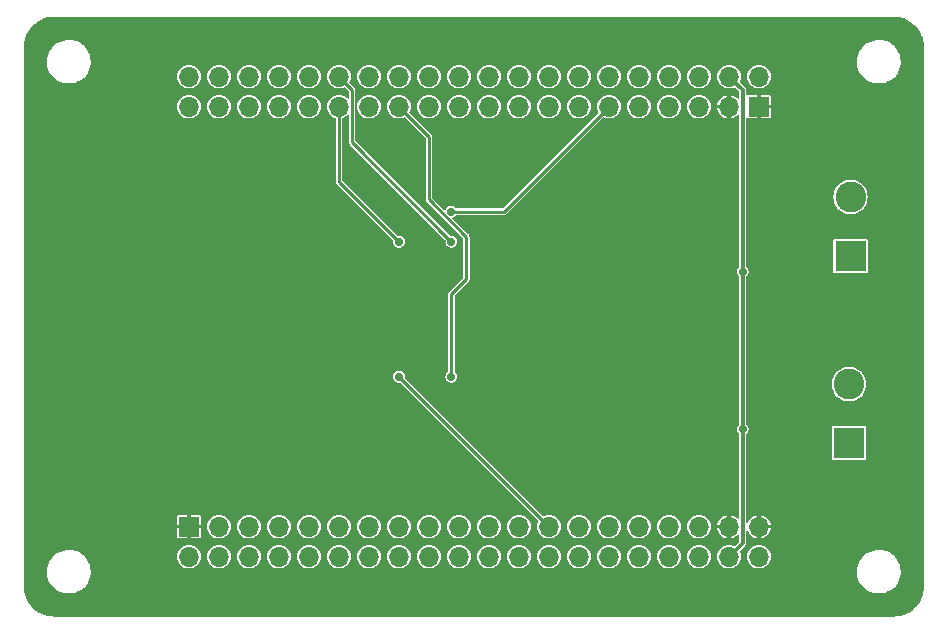
<source format=gbr>
G04 #@! TF.GenerationSoftware,KiCad,Pcbnew,7.0.9+dfsg-1*
G04 #@! TF.CreationDate,2023-12-12T22:55:20+08:00*
G04 #@! TF.ProjectId,can,63616e2e-6b69-4636-9164-5f7063625858,a*
G04 #@! TF.SameCoordinates,Original*
G04 #@! TF.FileFunction,Copper,L2,Bot*
G04 #@! TF.FilePolarity,Positive*
%FSLAX46Y46*%
G04 Gerber Fmt 4.6, Leading zero omitted, Abs format (unit mm)*
G04 Created by KiCad (PCBNEW 7.0.9+dfsg-1) date 2023-12-12 22:55:20*
%MOMM*%
%LPD*%
G01*
G04 APERTURE LIST*
G04 #@! TA.AperFunction,ComponentPad*
%ADD10R,2.600000X2.600000*%
G04 #@! TD*
G04 #@! TA.AperFunction,ComponentPad*
%ADD11C,2.600000*%
G04 #@! TD*
G04 #@! TA.AperFunction,ComponentPad*
%ADD12R,1.700000X1.700000*%
G04 #@! TD*
G04 #@! TA.AperFunction,ComponentPad*
%ADD13O,1.700000X1.700000*%
G04 #@! TD*
G04 #@! TA.AperFunction,ViaPad*
%ADD14C,0.700000*%
G04 #@! TD*
G04 #@! TA.AperFunction,Conductor*
%ADD15C,0.228600*%
G04 #@! TD*
G04 #@! TA.AperFunction,Conductor*
%ADD16C,0.304800*%
G04 #@! TD*
G04 APERTURE END LIST*
D10*
G04 #@! TO.P,J5,1,Pin_1*
G04 #@! TO.N,/CAN2L*
X181610000Y-109775000D03*
D11*
G04 #@! TO.P,J5,2,Pin_2*
G04 #@! TO.N,/CAN2H*
X181610000Y-104775000D03*
G04 #@! TD*
D12*
G04 #@! TO.P,J2,1,GND*
G04 #@! TO.N,GND*
X125730000Y-116840000D03*
D13*
G04 #@! TO.P,J2,2,VA*
G04 #@! TO.N,unconnected-(J2-VA-Pad2)*
X125730000Y-119380000D03*
G04 #@! TO.P,J2,3,NRST*
G04 #@! TO.N,unconnected-(J2-NRST-Pad3)*
X128270000Y-116840000D03*
G04 #@! TO.P,J2,4,BO0*
G04 #@! TO.N,unconnected-(J2-BO0-Pad4)*
X128270000Y-119380000D03*
G04 #@! TO.P,J2,5,PC1*
G04 #@! TO.N,unconnected-(J2-PC1-Pad5)*
X130810000Y-116840000D03*
G04 #@! TO.P,J2,6,PC0*
G04 #@! TO.N,unconnected-(J2-PC0-Pad6)*
X130810000Y-119380000D03*
G04 #@! TO.P,J2,7,PC3*
G04 #@! TO.N,unconnected-(J2-PC3-Pad7)*
X133350000Y-116840000D03*
G04 #@! TO.P,J2,8,PC2*
G04 #@! TO.N,unconnected-(J2-PC2-Pad8)*
X133350000Y-119380000D03*
G04 #@! TO.P,J2,9,PA1*
G04 #@! TO.N,unconnected-(J2-PA1-Pad9)*
X135890000Y-116840000D03*
G04 #@! TO.P,J2,10,PA0*
G04 #@! TO.N,unconnected-(J2-PA0-Pad10)*
X135890000Y-119380000D03*
G04 #@! TO.P,J2,11,PA3*
G04 #@! TO.N,unconnected-(J2-PA3-Pad11)*
X138430000Y-116840000D03*
G04 #@! TO.P,J2,12,PA2*
G04 #@! TO.N,unconnected-(J2-PA2-Pad12)*
X138430000Y-119380000D03*
G04 #@! TO.P,J2,13,PA5*
G04 #@! TO.N,unconnected-(J2-PA5-Pad13)*
X140970000Y-116840000D03*
G04 #@! TO.P,J2,14,PA4*
G04 #@! TO.N,unconnected-(J2-PA4-Pad14)*
X140970000Y-119380000D03*
G04 #@! TO.P,J2,15,PA7*
G04 #@! TO.N,unconnected-(J2-PA7-Pad15)*
X143510000Y-116840000D03*
G04 #@! TO.P,J2,16,PA6*
G04 #@! TO.N,unconnected-(J2-PA6-Pad16)*
X143510000Y-119380000D03*
G04 #@! TO.P,J2,17,PC5*
G04 #@! TO.N,unconnected-(J2-PC5-Pad17)*
X146050000Y-116840000D03*
G04 #@! TO.P,J2,18,PC4*
G04 #@! TO.N,unconnected-(J2-PC4-Pad18)*
X146050000Y-119380000D03*
G04 #@! TO.P,J2,19,PB1*
G04 #@! TO.N,unconnected-(J2-PB1-Pad19)*
X148590000Y-116840000D03*
G04 #@! TO.P,J2,20,PB0*
G04 #@! TO.N,unconnected-(J2-PB0-Pad20)*
X148590000Y-119380000D03*
G04 #@! TO.P,J2,21,U0*
G04 #@! TO.N,unconnected-(J2-U0-Pad21)*
X151130000Y-116840000D03*
G04 #@! TO.P,J2,22,PB2*
G04 #@! TO.N,unconnected-(J2-PB2-Pad22)*
X151130000Y-119380000D03*
G04 #@! TO.P,J2,23,PB11*
G04 #@! TO.N,unconnected-(J2-PB11-Pad23)*
X153670000Y-116840000D03*
G04 #@! TO.P,J2,24,PB10*
G04 #@! TO.N,unconnected-(J2-PB10-Pad24)*
X153670000Y-119380000D03*
G04 #@! TO.P,J2,25,PB13*
G04 #@! TO.N,CAN2_TX*
X156210000Y-116840000D03*
G04 #@! TO.P,J2,26,PB12*
G04 #@! TO.N,CAN2_RX*
X156210000Y-119380000D03*
G04 #@! TO.P,J2,27,PB15*
G04 #@! TO.N,unconnected-(J2-PB15-Pad27)*
X158750000Y-116840000D03*
G04 #@! TO.P,J2,28,PB14*
G04 #@! TO.N,unconnected-(J2-PB14-Pad28)*
X158750000Y-119380000D03*
G04 #@! TO.P,J2,29,PC7*
G04 #@! TO.N,unconnected-(J2-PC7-Pad29)*
X161290000Y-116840000D03*
G04 #@! TO.P,J2,30,PC6*
G04 #@! TO.N,unconnected-(J2-PC6-Pad30)*
X161290000Y-119380000D03*
G04 #@! TO.P,J2,31,PC9*
G04 #@! TO.N,unconnected-(J2-PC9-Pad31)*
X163830000Y-116840000D03*
G04 #@! TO.P,J2,32,PC8*
G04 #@! TO.N,unconnected-(J2-PC8-Pad32)*
X163830000Y-119380000D03*
G04 #@! TO.P,J2,33,U2*
G04 #@! TO.N,unconnected-(J2-U2-Pad33)*
X166370000Y-116840000D03*
G04 #@! TO.P,J2,34,U1*
G04 #@! TO.N,unconnected-(J2-U1-Pad34)*
X166370000Y-119380000D03*
G04 #@! TO.P,J2,35,U4*
G04 #@! TO.N,unconnected-(J2-U4-Pad35)*
X168910000Y-116840000D03*
G04 #@! TO.P,J2,36,U3*
G04 #@! TO.N,unconnected-(J2-U3-Pad36)*
X168910000Y-119380000D03*
G04 #@! TO.P,J2,37,GND*
G04 #@! TO.N,GND*
X171450000Y-116840000D03*
G04 #@! TO.P,J2,38,3.3V*
G04 #@! TO.N,+3V3*
X171450000Y-119380000D03*
G04 #@! TO.P,J2,39,GND*
G04 #@! TO.N,GND*
X173990000Y-116840000D03*
G04 #@! TO.P,J2,40,5V*
G04 #@! TO.N,unconnected-(J2-5V-Pad40)*
X173990000Y-119380000D03*
G04 #@! TD*
D12*
G04 #@! TO.P,J3,1,GND*
G04 #@! TO.N,GND*
X173990000Y-81280000D03*
D13*
G04 #@! TO.P,J3,2,5V*
G04 #@! TO.N,unconnected-(J3-5V-Pad2)*
X173990000Y-78740000D03*
G04 #@! TO.P,J3,3,GND*
G04 #@! TO.N,GND*
X171450000Y-81280000D03*
G04 #@! TO.P,J3,4,3.3V*
G04 #@! TO.N,+3V3*
X171450000Y-78740000D03*
G04 #@! TO.P,J3,5,U16*
G04 #@! TO.N,unconnected-(J3-U16-Pad5)*
X168910000Y-81280000D03*
G04 #@! TO.P,J3,6,U15*
G04 #@! TO.N,unconnected-(J3-U15-Pad6)*
X168910000Y-78740000D03*
G04 #@! TO.P,J3,7,U14*
G04 #@! TO.N,unconnected-(J3-U14-Pad7)*
X166370000Y-81280000D03*
G04 #@! TO.P,J3,8,U13*
G04 #@! TO.N,unconnected-(J3-U13-Pad8)*
X166370000Y-78740000D03*
G04 #@! TO.P,J3,9,PA9*
G04 #@! TO.N,unconnected-(J3-PA9-Pad9)*
X163830000Y-81280000D03*
G04 #@! TO.P,J3,10,PA8*
G04 #@! TO.N,unconnected-(J3-PA8-Pad10)*
X163830000Y-78740000D03*
G04 #@! TO.P,J3,11,PA11*
G04 #@! TO.N,CAN1_RX*
X161290000Y-81280000D03*
G04 #@! TO.P,J3,12,PA10*
G04 #@! TO.N,unconnected-(J3-PA10-Pad12)*
X161290000Y-78740000D03*
G04 #@! TO.P,J3,13,PA13*
G04 #@! TO.N,unconnected-(J3-PA13-Pad13)*
X158750000Y-81280000D03*
G04 #@! TO.P,J3,14,PA12*
G04 #@! TO.N,CAN1_TX*
X158750000Y-78740000D03*
G04 #@! TO.P,J3,15,PA15*
G04 #@! TO.N,unconnected-(J3-PA15-Pad15)*
X156210000Y-81280000D03*
G04 #@! TO.P,J3,16,PA14*
G04 #@! TO.N,unconnected-(J3-PA14-Pad16)*
X156210000Y-78740000D03*
G04 #@! TO.P,J3,17,U12*
G04 #@! TO.N,unconnected-(J3-U12-Pad17)*
X153670000Y-81280000D03*
G04 #@! TO.P,J3,18,U11*
G04 #@! TO.N,unconnected-(J3-U11-Pad18)*
X153670000Y-78740000D03*
G04 #@! TO.P,J3,19,PC11*
G04 #@! TO.N,unconnected-(J3-PC11-Pad19)*
X151130000Y-81280000D03*
G04 #@! TO.P,J3,20,PC10*
G04 #@! TO.N,unconnected-(J3-PC10-Pad20)*
X151130000Y-78740000D03*
G04 #@! TO.P,J3,21,U8*
G04 #@! TO.N,unconnected-(J3-U8-Pad21)*
X148590000Y-81280000D03*
G04 #@! TO.P,J3,22,PC12*
G04 #@! TO.N,unconnected-(J3-PC12-Pad22)*
X148590000Y-78740000D03*
G04 #@! TO.P,J3,23,23*
G04 #@! TO.N,unconnected-(J3-Pad23)*
X146050000Y-81280000D03*
G04 #@! TO.P,J3,24,PD2*
G04 #@! TO.N,unconnected-(J3-PD2-Pad24)*
X146050000Y-78740000D03*
G04 #@! TO.P,J3,25,PB5*
G04 #@! TO.N,CAN2_RX_A*
X143510000Y-81280000D03*
G04 #@! TO.P,J3,26,PB4*
G04 #@! TO.N,unconnected-(J3-PB4-Pad26)*
X143510000Y-78740000D03*
G04 #@! TO.P,J3,27,PB7*
G04 #@! TO.N,unconnected-(J3-PB7-Pad27)*
X140970000Y-81280000D03*
G04 #@! TO.P,J3,28,PB6*
G04 #@! TO.N,CAN2_TX_A*
X140970000Y-78740000D03*
G04 #@! TO.P,J3,29,PB9*
G04 #@! TO.N,CAN1_TX_A*
X138430000Y-81280000D03*
G04 #@! TO.P,J3,30,PB8*
G04 #@! TO.N,CAN1_RX_A*
X138430000Y-78740000D03*
G04 #@! TO.P,J3,31,U10*
G04 #@! TO.N,unconnected-(J3-U10-Pad31)*
X135890000Y-81280000D03*
G04 #@! TO.P,J3,32,U9*
G04 #@! TO.N,unconnected-(J3-U9-Pad32)*
X135890000Y-78740000D03*
G04 #@! TO.P,J3,33,PC13*
G04 #@! TO.N,unconnected-(J3-PC13-Pad33)*
X133350000Y-81280000D03*
G04 #@! TO.P,J3,34,PC14*
G04 #@! TO.N,unconnected-(J3-PC14-Pad34)*
X133350000Y-78740000D03*
G04 #@! TO.P,J3,35,PC15*
G04 #@! TO.N,unconnected-(J3-PC15-Pad35)*
X130810000Y-81280000D03*
G04 #@! TO.P,J3,36,U7*
G04 #@! TO.N,unconnected-(J3-U7-Pad36)*
X130810000Y-78740000D03*
G04 #@! TO.P,J3,37,U6*
G04 #@! TO.N,unconnected-(J3-U6-Pad37)*
X128270000Y-81280000D03*
G04 #@! TO.P,J3,38,U5*
G04 #@! TO.N,unconnected-(J3-U5-Pad38)*
X128270000Y-78740000D03*
G04 #@! TO.P,J3,39,GND*
G04 #@! TO.N,unconnected-(J3-GND-Pad39)*
X125730000Y-81280000D03*
G04 #@! TO.P,J3,40,VB*
G04 #@! TO.N,unconnected-(J3-VB-Pad40)*
X125730000Y-78740000D03*
G04 #@! TD*
D10*
G04 #@! TO.P,J4,1,Pin_1*
G04 #@! TO.N,/CAN1L*
X181745000Y-93940000D03*
D11*
G04 #@! TO.P,J4,2,Pin_2*
G04 #@! TO.N,/CAN1H*
X181745000Y-88940000D03*
G04 #@! TD*
D14*
G04 #@! TO.N,CAN2_TX*
X143510000Y-104140000D03*
G04 #@! TO.N,+3V3*
X172604800Y-108585000D03*
X172604800Y-95250000D03*
G04 #@! TO.N,CAN1_RX*
X147955000Y-90170000D03*
G04 #@! TO.N,CAN2_RX_A*
X147955000Y-104140000D03*
G04 #@! TO.N,CAN1_TX_A*
X143510000Y-92710000D03*
G04 #@! TO.N,CAN1_RX_A*
X147955000Y-92710000D03*
G04 #@! TD*
D15*
G04 #@! TO.N,CAN2_TX*
X143510000Y-104140000D02*
X156210000Y-116840000D01*
D16*
G04 #@! TO.N,+3V3*
X172604800Y-95250000D02*
X172604800Y-108585000D01*
X171450000Y-78740000D02*
X172604800Y-79894800D01*
X172604800Y-108585000D02*
X172604800Y-118225200D01*
X172604800Y-79894800D02*
X172604800Y-95250000D01*
X172604800Y-118225200D02*
X171450000Y-119380000D01*
D15*
G04 #@! TO.N,CAN1_RX*
X147955000Y-90170000D02*
X152400000Y-90170000D01*
X152400000Y-90170000D02*
X161290000Y-81280000D01*
G04 #@! TO.N,CAN2_RX_A*
X149225000Y-92312146D02*
X149225000Y-95885000D01*
X146050000Y-89137146D02*
X149225000Y-92312146D01*
X143510000Y-81280000D02*
X146050000Y-83820000D01*
X149225000Y-95885000D02*
X147955000Y-97155000D01*
X146050000Y-83820000D02*
X146050000Y-89137146D01*
X147955000Y-97155000D02*
X147955000Y-104140000D01*
G04 #@! TO.N,CAN1_TX_A*
X138430000Y-87630000D02*
X138430000Y-81280000D01*
X143510000Y-92710000D02*
X138430000Y-87630000D01*
G04 #@! TO.N,CAN1_RX_A*
X139546700Y-79856700D02*
X138430000Y-78740000D01*
X139546700Y-84301700D02*
X139546700Y-79856700D01*
X147955000Y-92710000D02*
X139546700Y-84301700D01*
G04 #@! TD*
G04 #@! TA.AperFunction,Conductor*
G04 #@! TO.N,GND*
G36*
X185421048Y-73660559D02*
G01*
X185434491Y-73661313D01*
X185535603Y-73666992D01*
X185708990Y-73677480D01*
X185713007Y-73677941D01*
X185850416Y-73701288D01*
X186000437Y-73728782D01*
X186004026Y-73729625D01*
X186141976Y-73769368D01*
X186141990Y-73769372D01*
X186283882Y-73813587D01*
X186287070Y-73814741D01*
X186421424Y-73870393D01*
X186555524Y-73930747D01*
X186558281Y-73932126D01*
X186686422Y-74002947D01*
X186686439Y-74002956D01*
X186811708Y-74078684D01*
X186814008Y-74080192D01*
X186933222Y-74164779D01*
X186934596Y-74165803D01*
X187048964Y-74255405D01*
X187050817Y-74256956D01*
X187159961Y-74354493D01*
X187161449Y-74355900D01*
X187264089Y-74458540D01*
X187265508Y-74460040D01*
X187363036Y-74569174D01*
X187364593Y-74571034D01*
X187454171Y-74685371D01*
X187455236Y-74686799D01*
X187539801Y-74805983D01*
X187541314Y-74808290D01*
X187617043Y-74933560D01*
X187687872Y-75061717D01*
X187689251Y-75064474D01*
X187749609Y-75198581D01*
X187805254Y-75332921D01*
X187806414Y-75336125D01*
X187850624Y-75477998D01*
X187890368Y-75615954D01*
X187891222Y-75619587D01*
X187918723Y-75769656D01*
X187942055Y-75906979D01*
X187942518Y-75911010D01*
X187953012Y-76084475D01*
X187959441Y-76198951D01*
X187959500Y-76201060D01*
X187959500Y-121918939D01*
X187959441Y-121921048D01*
X187953012Y-122035524D01*
X187942518Y-122208988D01*
X187942055Y-122213018D01*
X187918723Y-122350343D01*
X187891222Y-122500411D01*
X187890368Y-122504044D01*
X187850624Y-122642001D01*
X187806414Y-122783873D01*
X187805254Y-122787077D01*
X187749609Y-122921418D01*
X187689251Y-123055524D01*
X187687872Y-123058281D01*
X187617043Y-123186439D01*
X187541314Y-123311709D01*
X187539801Y-123314015D01*
X187455236Y-123433199D01*
X187454169Y-123434630D01*
X187364599Y-123548957D01*
X187363036Y-123550824D01*
X187265530Y-123659935D01*
X187264080Y-123661468D01*
X187161468Y-123764080D01*
X187159935Y-123765530D01*
X187050824Y-123863036D01*
X187048957Y-123864599D01*
X186934630Y-123954169D01*
X186933199Y-123955236D01*
X186814015Y-124039801D01*
X186811709Y-124041314D01*
X186686439Y-124117043D01*
X186558281Y-124187872D01*
X186555524Y-124189251D01*
X186421418Y-124249609D01*
X186287077Y-124305254D01*
X186283873Y-124306414D01*
X186142001Y-124350624D01*
X186004044Y-124390368D01*
X186000411Y-124391222D01*
X185850343Y-124418723D01*
X185713018Y-124442055D01*
X185708988Y-124442518D01*
X185535524Y-124453012D01*
X185421048Y-124459441D01*
X185418939Y-124459500D01*
X114301061Y-124459500D01*
X114298952Y-124459441D01*
X114184562Y-124453017D01*
X114011001Y-124442517D01*
X114006970Y-124442054D01*
X113869700Y-124418731D01*
X113719586Y-124391221D01*
X113715953Y-124390367D01*
X113577998Y-124350624D01*
X113436125Y-124306414D01*
X113432921Y-124305254D01*
X113298581Y-124249609D01*
X113164474Y-124189251D01*
X113161717Y-124187872D01*
X113033560Y-124117043D01*
X112908290Y-124041314D01*
X112905983Y-124039801D01*
X112884913Y-124024851D01*
X112786771Y-123955216D01*
X112785390Y-123954185D01*
X112671030Y-123864589D01*
X112669174Y-123863036D01*
X112560049Y-123765516D01*
X112558558Y-123764106D01*
X112455891Y-123661439D01*
X112454485Y-123659952D01*
X112356956Y-123550817D01*
X112355415Y-123548976D01*
X112265803Y-123434595D01*
X112264793Y-123433242D01*
X112180192Y-123314008D01*
X112178684Y-123311708D01*
X112102956Y-123186439D01*
X112083272Y-123150824D01*
X112032126Y-123058281D01*
X112030747Y-123055524D01*
X111970390Y-122921418D01*
X111914744Y-122787078D01*
X111913584Y-122783873D01*
X111869375Y-122642001D01*
X111829631Y-122504045D01*
X111828779Y-122500424D01*
X111801270Y-122350312D01*
X111777941Y-122213006D01*
X111777482Y-122209008D01*
X111766993Y-122035626D01*
X111760559Y-121921048D01*
X111760500Y-121918940D01*
X111760500Y-120717765D01*
X113715788Y-120717765D01*
X113745414Y-120987022D01*
X113813926Y-121249084D01*
X113813928Y-121249089D01*
X113919869Y-121498388D01*
X113919871Y-121498392D01*
X114060983Y-121729612D01*
X114060984Y-121729613D01*
X114234251Y-121937816D01*
X114234255Y-121937820D01*
X114435998Y-122118582D01*
X114661910Y-122268044D01*
X114907176Y-122383020D01*
X115166569Y-122461060D01*
X115434561Y-122500500D01*
X115434565Y-122500500D01*
X115637635Y-122500500D01*
X115840147Y-122485678D01*
X115840149Y-122485677D01*
X115840156Y-122485677D01*
X116104553Y-122426780D01*
X116357558Y-122330014D01*
X116593777Y-122197441D01*
X116808177Y-122031888D01*
X116996186Y-121836881D01*
X117153799Y-121616579D01*
X117277656Y-121375675D01*
X117287093Y-121348011D01*
X117365116Y-121119312D01*
X117365116Y-121119309D01*
X117365118Y-121119305D01*
X117414319Y-120852933D01*
X117419259Y-120717765D01*
X182295788Y-120717765D01*
X182325414Y-120987022D01*
X182393926Y-121249084D01*
X182393928Y-121249089D01*
X182499869Y-121498388D01*
X182499871Y-121498392D01*
X182640983Y-121729612D01*
X182640984Y-121729613D01*
X182814251Y-121937816D01*
X182814255Y-121937820D01*
X183015998Y-122118582D01*
X183241910Y-122268044D01*
X183487176Y-122383020D01*
X183746569Y-122461060D01*
X184014561Y-122500500D01*
X184014565Y-122500500D01*
X184217635Y-122500500D01*
X184420147Y-122485678D01*
X184420149Y-122485677D01*
X184420156Y-122485677D01*
X184684553Y-122426780D01*
X184937558Y-122330014D01*
X185173777Y-122197441D01*
X185388177Y-122031888D01*
X185576186Y-121836881D01*
X185733799Y-121616579D01*
X185857656Y-121375675D01*
X185867093Y-121348011D01*
X185945116Y-121119312D01*
X185945116Y-121119309D01*
X185945118Y-121119305D01*
X185994319Y-120852933D01*
X186004212Y-120582235D01*
X185974586Y-120312982D01*
X185974079Y-120311044D01*
X185906073Y-120050915D01*
X185906071Y-120050910D01*
X185800130Y-119801610D01*
X185659018Y-119570390D01*
X185500575Y-119380000D01*
X185485748Y-119362183D01*
X185485744Y-119362179D01*
X185380766Y-119268119D01*
X185284002Y-119181418D01*
X185133394Y-119081776D01*
X185058089Y-119031955D01*
X184812822Y-118916979D01*
X184665051Y-118872521D01*
X184553431Y-118838940D01*
X184386147Y-118814321D01*
X184285440Y-118799500D01*
X184285439Y-118799500D01*
X184082369Y-118799500D01*
X184082365Y-118799500D01*
X183879852Y-118814321D01*
X183615442Y-118873221D01*
X183362439Y-118969987D01*
X183126226Y-119102556D01*
X182911827Y-119268108D01*
X182911815Y-119268119D01*
X182723818Y-119463114D01*
X182723810Y-119463124D01*
X182566201Y-119683420D01*
X182566200Y-119683422D01*
X182442341Y-119924330D01*
X182354883Y-120180687D01*
X182354881Y-120180697D01*
X182305681Y-120447064D01*
X182295788Y-120717761D01*
X182295788Y-120717765D01*
X117419259Y-120717765D01*
X117424212Y-120582235D01*
X117394586Y-120312982D01*
X117394079Y-120311044D01*
X117326073Y-120050915D01*
X117326071Y-120050910D01*
X117220130Y-119801610D01*
X117079018Y-119570390D01*
X116920575Y-119380000D01*
X124722247Y-119380000D01*
X124741610Y-119576599D01*
X124741610Y-119576601D01*
X124798955Y-119765643D01*
X124798956Y-119765647D01*
X124798958Y-119765650D01*
X124883773Y-119924330D01*
X124892086Y-119939881D01*
X124892089Y-119939885D01*
X125017410Y-120092589D01*
X125170114Y-120217910D01*
X125170118Y-120217913D01*
X125170122Y-120217916D01*
X125344350Y-120311042D01*
X125344352Y-120311043D01*
X125344356Y-120311044D01*
X125350745Y-120312982D01*
X125533397Y-120368389D01*
X125730000Y-120387753D01*
X125926603Y-120368389D01*
X126115650Y-120311042D01*
X126289878Y-120217916D01*
X126442589Y-120092589D01*
X126567916Y-119939878D01*
X126661042Y-119765650D01*
X126718389Y-119576603D01*
X126737753Y-119380000D01*
X127262247Y-119380000D01*
X127281610Y-119576599D01*
X127281610Y-119576601D01*
X127338955Y-119765643D01*
X127338956Y-119765647D01*
X127338958Y-119765650D01*
X127423773Y-119924330D01*
X127432086Y-119939881D01*
X127432089Y-119939885D01*
X127557410Y-120092589D01*
X127710114Y-120217910D01*
X127710118Y-120217913D01*
X127710122Y-120217916D01*
X127884350Y-120311042D01*
X127884352Y-120311043D01*
X127884356Y-120311044D01*
X127890745Y-120312982D01*
X128073397Y-120368389D01*
X128270000Y-120387753D01*
X128466603Y-120368389D01*
X128655650Y-120311042D01*
X128829878Y-120217916D01*
X128982589Y-120092589D01*
X129107916Y-119939878D01*
X129201042Y-119765650D01*
X129258389Y-119576603D01*
X129277753Y-119380000D01*
X129802247Y-119380000D01*
X129821610Y-119576599D01*
X129821610Y-119576601D01*
X129878955Y-119765643D01*
X129878956Y-119765647D01*
X129878958Y-119765650D01*
X129963773Y-119924330D01*
X129972086Y-119939881D01*
X129972089Y-119939885D01*
X130097410Y-120092589D01*
X130250114Y-120217910D01*
X130250118Y-120217913D01*
X130250122Y-120217916D01*
X130424350Y-120311042D01*
X130424352Y-120311043D01*
X130424356Y-120311044D01*
X130430745Y-120312982D01*
X130613397Y-120368389D01*
X130810000Y-120387753D01*
X131006603Y-120368389D01*
X131195650Y-120311042D01*
X131369878Y-120217916D01*
X131522589Y-120092589D01*
X131647916Y-119939878D01*
X131741042Y-119765650D01*
X131798389Y-119576603D01*
X131817753Y-119380000D01*
X132342247Y-119380000D01*
X132361610Y-119576599D01*
X132361610Y-119576601D01*
X132418955Y-119765643D01*
X132418956Y-119765647D01*
X132418958Y-119765650D01*
X132503773Y-119924330D01*
X132512086Y-119939881D01*
X132512089Y-119939885D01*
X132637410Y-120092589D01*
X132790114Y-120217910D01*
X132790118Y-120217913D01*
X132790122Y-120217916D01*
X132964350Y-120311042D01*
X132964352Y-120311043D01*
X132964356Y-120311044D01*
X132970745Y-120312982D01*
X133153397Y-120368389D01*
X133350000Y-120387753D01*
X133546603Y-120368389D01*
X133735650Y-120311042D01*
X133909878Y-120217916D01*
X134062589Y-120092589D01*
X134187916Y-119939878D01*
X134281042Y-119765650D01*
X134338389Y-119576603D01*
X134357753Y-119380000D01*
X134882247Y-119380000D01*
X134901610Y-119576599D01*
X134901610Y-119576601D01*
X134958955Y-119765643D01*
X134958956Y-119765647D01*
X134958958Y-119765650D01*
X135043773Y-119924330D01*
X135052086Y-119939881D01*
X135052089Y-119939885D01*
X135177410Y-120092589D01*
X135330114Y-120217910D01*
X135330118Y-120217913D01*
X135330122Y-120217916D01*
X135504350Y-120311042D01*
X135504352Y-120311043D01*
X135504356Y-120311044D01*
X135510745Y-120312982D01*
X135693397Y-120368389D01*
X135890000Y-120387753D01*
X136086603Y-120368389D01*
X136275650Y-120311042D01*
X136449878Y-120217916D01*
X136602589Y-120092589D01*
X136727916Y-119939878D01*
X136821042Y-119765650D01*
X136878389Y-119576603D01*
X136897753Y-119380000D01*
X137422247Y-119380000D01*
X137441610Y-119576599D01*
X137441610Y-119576601D01*
X137498955Y-119765643D01*
X137498956Y-119765647D01*
X137498958Y-119765650D01*
X137583773Y-119924330D01*
X137592086Y-119939881D01*
X137592089Y-119939885D01*
X137717410Y-120092589D01*
X137870114Y-120217910D01*
X137870118Y-120217913D01*
X137870122Y-120217916D01*
X138044350Y-120311042D01*
X138044352Y-120311043D01*
X138044356Y-120311044D01*
X138050745Y-120312982D01*
X138233397Y-120368389D01*
X138430000Y-120387753D01*
X138626603Y-120368389D01*
X138815650Y-120311042D01*
X138989878Y-120217916D01*
X139142589Y-120092589D01*
X139267916Y-119939878D01*
X139361042Y-119765650D01*
X139418389Y-119576603D01*
X139437753Y-119380000D01*
X139962247Y-119380000D01*
X139981610Y-119576599D01*
X139981610Y-119576601D01*
X140038955Y-119765643D01*
X140038956Y-119765647D01*
X140038958Y-119765650D01*
X140123773Y-119924330D01*
X140132086Y-119939881D01*
X140132089Y-119939885D01*
X140257410Y-120092589D01*
X140410114Y-120217910D01*
X140410118Y-120217913D01*
X140410122Y-120217916D01*
X140584350Y-120311042D01*
X140584352Y-120311043D01*
X140584356Y-120311044D01*
X140590745Y-120312982D01*
X140773397Y-120368389D01*
X140970000Y-120387753D01*
X141166603Y-120368389D01*
X141355650Y-120311042D01*
X141529878Y-120217916D01*
X141682589Y-120092589D01*
X141807916Y-119939878D01*
X141901042Y-119765650D01*
X141958389Y-119576603D01*
X141977753Y-119380000D01*
X142502247Y-119380000D01*
X142521610Y-119576599D01*
X142521610Y-119576601D01*
X142578955Y-119765643D01*
X142578956Y-119765647D01*
X142578958Y-119765650D01*
X142663773Y-119924330D01*
X142672086Y-119939881D01*
X142672089Y-119939885D01*
X142797410Y-120092589D01*
X142950114Y-120217910D01*
X142950118Y-120217913D01*
X142950122Y-120217916D01*
X143124350Y-120311042D01*
X143124352Y-120311043D01*
X143124356Y-120311044D01*
X143130745Y-120312982D01*
X143313397Y-120368389D01*
X143510000Y-120387753D01*
X143706603Y-120368389D01*
X143895650Y-120311042D01*
X144069878Y-120217916D01*
X144222589Y-120092589D01*
X144347916Y-119939878D01*
X144441042Y-119765650D01*
X144498389Y-119576603D01*
X144517753Y-119380000D01*
X145042247Y-119380000D01*
X145061610Y-119576599D01*
X145061610Y-119576601D01*
X145118955Y-119765643D01*
X145118956Y-119765647D01*
X145118958Y-119765650D01*
X145203773Y-119924330D01*
X145212086Y-119939881D01*
X145212089Y-119939885D01*
X145337410Y-120092589D01*
X145490114Y-120217910D01*
X145490118Y-120217913D01*
X145490122Y-120217916D01*
X145664350Y-120311042D01*
X145664352Y-120311043D01*
X145664356Y-120311044D01*
X145670745Y-120312982D01*
X145853397Y-120368389D01*
X146050000Y-120387753D01*
X146246603Y-120368389D01*
X146435650Y-120311042D01*
X146609878Y-120217916D01*
X146762589Y-120092589D01*
X146887916Y-119939878D01*
X146981042Y-119765650D01*
X147038389Y-119576603D01*
X147057753Y-119380000D01*
X147582247Y-119380000D01*
X147601610Y-119576599D01*
X147601610Y-119576601D01*
X147658955Y-119765643D01*
X147658956Y-119765647D01*
X147658958Y-119765650D01*
X147743773Y-119924330D01*
X147752086Y-119939881D01*
X147752089Y-119939885D01*
X147877410Y-120092589D01*
X148030114Y-120217910D01*
X148030118Y-120217913D01*
X148030122Y-120217916D01*
X148204350Y-120311042D01*
X148204352Y-120311043D01*
X148204356Y-120311044D01*
X148210745Y-120312982D01*
X148393397Y-120368389D01*
X148590000Y-120387753D01*
X148786603Y-120368389D01*
X148975650Y-120311042D01*
X149149878Y-120217916D01*
X149302589Y-120092589D01*
X149427916Y-119939878D01*
X149521042Y-119765650D01*
X149578389Y-119576603D01*
X149597753Y-119380000D01*
X150122247Y-119380000D01*
X150141610Y-119576599D01*
X150141610Y-119576601D01*
X150198955Y-119765643D01*
X150198956Y-119765647D01*
X150198958Y-119765650D01*
X150283773Y-119924330D01*
X150292086Y-119939881D01*
X150292089Y-119939885D01*
X150417410Y-120092589D01*
X150570114Y-120217910D01*
X150570118Y-120217913D01*
X150570122Y-120217916D01*
X150744350Y-120311042D01*
X150744352Y-120311043D01*
X150744356Y-120311044D01*
X150750745Y-120312982D01*
X150933397Y-120368389D01*
X151130000Y-120387753D01*
X151326603Y-120368389D01*
X151515650Y-120311042D01*
X151689878Y-120217916D01*
X151842589Y-120092589D01*
X151967916Y-119939878D01*
X152061042Y-119765650D01*
X152118389Y-119576603D01*
X152137753Y-119380000D01*
X152662247Y-119380000D01*
X152681610Y-119576599D01*
X152681610Y-119576601D01*
X152738955Y-119765643D01*
X152738956Y-119765647D01*
X152738958Y-119765650D01*
X152823773Y-119924330D01*
X152832086Y-119939881D01*
X152832089Y-119939885D01*
X152957410Y-120092589D01*
X153110114Y-120217910D01*
X153110118Y-120217913D01*
X153110122Y-120217916D01*
X153284350Y-120311042D01*
X153284352Y-120311043D01*
X153284356Y-120311044D01*
X153290745Y-120312982D01*
X153473397Y-120368389D01*
X153670000Y-120387753D01*
X153866603Y-120368389D01*
X154055650Y-120311042D01*
X154229878Y-120217916D01*
X154382589Y-120092589D01*
X154507916Y-119939878D01*
X154601042Y-119765650D01*
X154658389Y-119576603D01*
X154677753Y-119380000D01*
X155202247Y-119380000D01*
X155221610Y-119576599D01*
X155221610Y-119576601D01*
X155278955Y-119765643D01*
X155278956Y-119765647D01*
X155278958Y-119765650D01*
X155363773Y-119924330D01*
X155372086Y-119939881D01*
X155372089Y-119939885D01*
X155497410Y-120092589D01*
X155650114Y-120217910D01*
X155650118Y-120217913D01*
X155650122Y-120217916D01*
X155824350Y-120311042D01*
X155824352Y-120311043D01*
X155824356Y-120311044D01*
X155830745Y-120312982D01*
X156013397Y-120368389D01*
X156210000Y-120387753D01*
X156406603Y-120368389D01*
X156595650Y-120311042D01*
X156769878Y-120217916D01*
X156922589Y-120092589D01*
X157047916Y-119939878D01*
X157141042Y-119765650D01*
X157198389Y-119576603D01*
X157217753Y-119380000D01*
X157742247Y-119380000D01*
X157761610Y-119576599D01*
X157761610Y-119576601D01*
X157818955Y-119765643D01*
X157818956Y-119765647D01*
X157818958Y-119765650D01*
X157903773Y-119924330D01*
X157912086Y-119939881D01*
X157912089Y-119939885D01*
X158037410Y-120092589D01*
X158190114Y-120217910D01*
X158190118Y-120217913D01*
X158190122Y-120217916D01*
X158364350Y-120311042D01*
X158364352Y-120311043D01*
X158364356Y-120311044D01*
X158370745Y-120312982D01*
X158553397Y-120368389D01*
X158750000Y-120387753D01*
X158946603Y-120368389D01*
X159135650Y-120311042D01*
X159309878Y-120217916D01*
X159462589Y-120092589D01*
X159587916Y-119939878D01*
X159681042Y-119765650D01*
X159738389Y-119576603D01*
X159757753Y-119380000D01*
X160282247Y-119380000D01*
X160301610Y-119576599D01*
X160301610Y-119576601D01*
X160358955Y-119765643D01*
X160358956Y-119765647D01*
X160358958Y-119765650D01*
X160443773Y-119924330D01*
X160452086Y-119939881D01*
X160452089Y-119939885D01*
X160577410Y-120092589D01*
X160730114Y-120217910D01*
X160730118Y-120217913D01*
X160730122Y-120217916D01*
X160904350Y-120311042D01*
X160904352Y-120311043D01*
X160904356Y-120311044D01*
X160910745Y-120312982D01*
X161093397Y-120368389D01*
X161290000Y-120387753D01*
X161486603Y-120368389D01*
X161675650Y-120311042D01*
X161849878Y-120217916D01*
X162002589Y-120092589D01*
X162127916Y-119939878D01*
X162221042Y-119765650D01*
X162278389Y-119576603D01*
X162297753Y-119380000D01*
X162822247Y-119380000D01*
X162841610Y-119576599D01*
X162841610Y-119576601D01*
X162898955Y-119765643D01*
X162898956Y-119765647D01*
X162898958Y-119765650D01*
X162983773Y-119924330D01*
X162992086Y-119939881D01*
X162992089Y-119939885D01*
X163117410Y-120092589D01*
X163270114Y-120217910D01*
X163270118Y-120217913D01*
X163270122Y-120217916D01*
X163444350Y-120311042D01*
X163444352Y-120311043D01*
X163444356Y-120311044D01*
X163450745Y-120312982D01*
X163633397Y-120368389D01*
X163830000Y-120387753D01*
X164026603Y-120368389D01*
X164215650Y-120311042D01*
X164389878Y-120217916D01*
X164542589Y-120092589D01*
X164667916Y-119939878D01*
X164761042Y-119765650D01*
X164818389Y-119576603D01*
X164837753Y-119380000D01*
X165362247Y-119380000D01*
X165381610Y-119576599D01*
X165381610Y-119576601D01*
X165438955Y-119765643D01*
X165438956Y-119765647D01*
X165438958Y-119765650D01*
X165523773Y-119924330D01*
X165532086Y-119939881D01*
X165532089Y-119939885D01*
X165657410Y-120092589D01*
X165810114Y-120217910D01*
X165810118Y-120217913D01*
X165810122Y-120217916D01*
X165984350Y-120311042D01*
X165984352Y-120311043D01*
X165984356Y-120311044D01*
X165990745Y-120312982D01*
X166173397Y-120368389D01*
X166370000Y-120387753D01*
X166566603Y-120368389D01*
X166755650Y-120311042D01*
X166929878Y-120217916D01*
X167082589Y-120092589D01*
X167207916Y-119939878D01*
X167301042Y-119765650D01*
X167358389Y-119576603D01*
X167377753Y-119380000D01*
X167902247Y-119380000D01*
X167921610Y-119576599D01*
X167921610Y-119576601D01*
X167978955Y-119765643D01*
X167978956Y-119765647D01*
X167978958Y-119765650D01*
X168063773Y-119924330D01*
X168072086Y-119939881D01*
X168072089Y-119939885D01*
X168197410Y-120092589D01*
X168350114Y-120217910D01*
X168350118Y-120217913D01*
X168350122Y-120217916D01*
X168524350Y-120311042D01*
X168524352Y-120311043D01*
X168524356Y-120311044D01*
X168530745Y-120312982D01*
X168713397Y-120368389D01*
X168910000Y-120387753D01*
X169106603Y-120368389D01*
X169295650Y-120311042D01*
X169469878Y-120217916D01*
X169622589Y-120092589D01*
X169747916Y-119939878D01*
X169841042Y-119765650D01*
X169898389Y-119576603D01*
X169917753Y-119380000D01*
X170442247Y-119380000D01*
X170461610Y-119576599D01*
X170461610Y-119576601D01*
X170518955Y-119765643D01*
X170518956Y-119765647D01*
X170518958Y-119765650D01*
X170603773Y-119924330D01*
X170612086Y-119939881D01*
X170612089Y-119939885D01*
X170737410Y-120092589D01*
X170890114Y-120217910D01*
X170890118Y-120217913D01*
X170890122Y-120217916D01*
X171064350Y-120311042D01*
X171064352Y-120311043D01*
X171064356Y-120311044D01*
X171070745Y-120312982D01*
X171253397Y-120368389D01*
X171450000Y-120387753D01*
X171646603Y-120368389D01*
X171835650Y-120311042D01*
X172009878Y-120217916D01*
X172162589Y-120092589D01*
X172287916Y-119939878D01*
X172381042Y-119765650D01*
X172438389Y-119576603D01*
X172457753Y-119380000D01*
X172982247Y-119380000D01*
X173001610Y-119576599D01*
X173001610Y-119576601D01*
X173058955Y-119765643D01*
X173058956Y-119765647D01*
X173058958Y-119765650D01*
X173143773Y-119924330D01*
X173152086Y-119939881D01*
X173152089Y-119939885D01*
X173277410Y-120092589D01*
X173430114Y-120217910D01*
X173430118Y-120217913D01*
X173430122Y-120217916D01*
X173604350Y-120311042D01*
X173604352Y-120311043D01*
X173604356Y-120311044D01*
X173610745Y-120312982D01*
X173793397Y-120368389D01*
X173990000Y-120387753D01*
X174186603Y-120368389D01*
X174375650Y-120311042D01*
X174549878Y-120217916D01*
X174702589Y-120092589D01*
X174827916Y-119939878D01*
X174921042Y-119765650D01*
X174978389Y-119576603D01*
X174997753Y-119380000D01*
X174978389Y-119183397D01*
X174921042Y-118994350D01*
X174827916Y-118820122D01*
X174827913Y-118820118D01*
X174827910Y-118820114D01*
X174702589Y-118667410D01*
X174549885Y-118542089D01*
X174549881Y-118542086D01*
X174549879Y-118542085D01*
X174549878Y-118542084D01*
X174462764Y-118495521D01*
X174375647Y-118448956D01*
X174375643Y-118448955D01*
X174186600Y-118391610D01*
X173990000Y-118372247D01*
X173793400Y-118391610D01*
X173793398Y-118391610D01*
X173604356Y-118448955D01*
X173604352Y-118448956D01*
X173430118Y-118542086D01*
X173430114Y-118542089D01*
X173277410Y-118667410D01*
X173152089Y-118820114D01*
X173152086Y-118820118D01*
X173058956Y-118994352D01*
X173058955Y-118994356D01*
X173001610Y-119183398D01*
X173001610Y-119183400D01*
X172982247Y-119380000D01*
X172457753Y-119380000D01*
X172438389Y-119183397D01*
X172381042Y-118994350D01*
X172367749Y-118969482D01*
X172360480Y-118918559D01*
X172380895Y-118880862D01*
X172776789Y-118484968D01*
X172786800Y-118477768D01*
X172786411Y-118477253D01*
X172791966Y-118473057D01*
X172791971Y-118473055D01*
X172825105Y-118436707D01*
X172826257Y-118435500D01*
X172840683Y-118421076D01*
X172843224Y-118417365D01*
X172846445Y-118413298D01*
X172868867Y-118388704D01*
X172873538Y-118376643D01*
X172881620Y-118361314D01*
X172888924Y-118350653D01*
X172896541Y-118318261D01*
X172898080Y-118313294D01*
X172910100Y-118282270D01*
X172910100Y-118269342D01*
X172912098Y-118252123D01*
X172915057Y-118239544D01*
X172910461Y-118206596D01*
X172910100Y-118201395D01*
X172910100Y-117240168D01*
X172927693Y-117191830D01*
X172972242Y-117166110D01*
X173022900Y-117175043D01*
X173055965Y-117214448D01*
X173057262Y-117218340D01*
X173059418Y-117225449D01*
X173059424Y-117225463D01*
X173152499Y-117399593D01*
X173152503Y-117399599D01*
X173277766Y-117552233D01*
X173430400Y-117677496D01*
X173430406Y-117677500D01*
X173604536Y-117770575D01*
X173604548Y-117770580D01*
X173793490Y-117827894D01*
X173793502Y-117827896D01*
X173837599Y-117832239D01*
X173837600Y-117832239D01*
X173837600Y-117320074D01*
X173847685Y-117324680D01*
X173954237Y-117340000D01*
X174025763Y-117340000D01*
X174132315Y-117324680D01*
X174142400Y-117320074D01*
X174142400Y-117832239D01*
X174186497Y-117827896D01*
X174186509Y-117827894D01*
X174375451Y-117770580D01*
X174375463Y-117770575D01*
X174549593Y-117677500D01*
X174549599Y-117677496D01*
X174702233Y-117552233D01*
X174827496Y-117399599D01*
X174827500Y-117399593D01*
X174920575Y-117225463D01*
X174920580Y-117225451D01*
X174977896Y-117036503D01*
X174982239Y-116992400D01*
X174466360Y-116992400D01*
X174490000Y-116911889D01*
X174490000Y-116768111D01*
X174466360Y-116687600D01*
X174982240Y-116687600D01*
X174982239Y-116687599D01*
X174977896Y-116643496D01*
X174920580Y-116454548D01*
X174920575Y-116454536D01*
X174827500Y-116280406D01*
X174827496Y-116280400D01*
X174702233Y-116127766D01*
X174549599Y-116002503D01*
X174549593Y-116002499D01*
X174375463Y-115909424D01*
X174375451Y-115909419D01*
X174186502Y-115852103D01*
X174186503Y-115852103D01*
X174142400Y-115847760D01*
X174142400Y-116359925D01*
X174132315Y-116355320D01*
X174025763Y-116340000D01*
X173954237Y-116340000D01*
X173847685Y-116355320D01*
X173837600Y-116359925D01*
X173837600Y-115847760D01*
X173793496Y-115852103D01*
X173604548Y-115909419D01*
X173604536Y-115909424D01*
X173430406Y-116002499D01*
X173430400Y-116002503D01*
X173277766Y-116127766D01*
X173152503Y-116280400D01*
X173152499Y-116280406D01*
X173059424Y-116454536D01*
X173059420Y-116454546D01*
X173057262Y-116461661D01*
X173026394Y-116502810D01*
X172976297Y-116514490D01*
X172930414Y-116491236D01*
X172910212Y-116443930D01*
X172910100Y-116439831D01*
X172910100Y-111090055D01*
X180157100Y-111090055D01*
X180157101Y-111090057D01*
X180165972Y-111134659D01*
X180199764Y-111185232D01*
X180199765Y-111185232D01*
X180199766Y-111185234D01*
X180250342Y-111219028D01*
X180294943Y-111227900D01*
X182925056Y-111227899D01*
X182969658Y-111219028D01*
X183020234Y-111185234D01*
X183054028Y-111134658D01*
X183062900Y-111090057D01*
X183062899Y-108459944D01*
X183054028Y-108415342D01*
X183020234Y-108364766D01*
X182969658Y-108330972D01*
X182969656Y-108330971D01*
X182925057Y-108322100D01*
X180294944Y-108322100D01*
X180294942Y-108322101D01*
X180250340Y-108330972D01*
X180199767Y-108364764D01*
X180165972Y-108415342D01*
X180165971Y-108415343D01*
X180157100Y-108459942D01*
X180157100Y-111090055D01*
X172910100Y-111090055D01*
X172910100Y-109027073D01*
X172927693Y-108978735D01*
X172936050Y-108970244D01*
X172937507Y-108968979D01*
X172937516Y-108968974D01*
X173032217Y-108859684D01*
X173092291Y-108728140D01*
X173112871Y-108585000D01*
X173092291Y-108441860D01*
X173092289Y-108441855D01*
X173092289Y-108441854D01*
X173032218Y-108310318D01*
X173032217Y-108310317D01*
X173032217Y-108310316D01*
X172937516Y-108201026D01*
X172937514Y-108201024D01*
X172937510Y-108201020D01*
X172936045Y-108199750D01*
X172935391Y-108198574D01*
X172933994Y-108196962D01*
X172934331Y-108196669D01*
X172911043Y-108154795D01*
X172910100Y-108142926D01*
X172910100Y-104775001D01*
X180152121Y-104775001D01*
X180172004Y-105014955D01*
X180172005Y-105014958D01*
X180231113Y-105248372D01*
X180231115Y-105248379D01*
X180327832Y-105468871D01*
X180459529Y-105670448D01*
X180622602Y-105847593D01*
X180622606Y-105847597D01*
X180812617Y-105995488D01*
X181024371Y-106110084D01*
X181024377Y-106110087D01*
X181252112Y-106188268D01*
X181489609Y-106227900D01*
X181489612Y-106227900D01*
X181730388Y-106227900D01*
X181730391Y-106227900D01*
X181967888Y-106188268D01*
X182195623Y-106110087D01*
X182407384Y-105995487D01*
X182597395Y-105847596D01*
X182760471Y-105670448D01*
X182892166Y-105468874D01*
X182988887Y-105248373D01*
X183047995Y-105014959D01*
X183067879Y-104775000D01*
X183047995Y-104535041D01*
X182988887Y-104301627D01*
X182892166Y-104081126D01*
X182760471Y-103879552D01*
X182706112Y-103820502D01*
X182597397Y-103702406D01*
X182597393Y-103702402D01*
X182407382Y-103554511D01*
X182195628Y-103439915D01*
X182195626Y-103439914D01*
X182186504Y-103436782D01*
X181967888Y-103361732D01*
X181967883Y-103361731D01*
X181967885Y-103361731D01*
X181730394Y-103322100D01*
X181730391Y-103322100D01*
X181489609Y-103322100D01*
X181489605Y-103322100D01*
X181252115Y-103361731D01*
X181024373Y-103439914D01*
X181024371Y-103439915D01*
X180812617Y-103554511D01*
X180622606Y-103702402D01*
X180622602Y-103702406D01*
X180459529Y-103879551D01*
X180327832Y-104081128D01*
X180231115Y-104301620D01*
X180231113Y-104301627D01*
X180172005Y-104535041D01*
X180172004Y-104535044D01*
X180152121Y-104774998D01*
X180152121Y-104775001D01*
X172910100Y-104775001D01*
X172910100Y-95692073D01*
X172927693Y-95643735D01*
X172936050Y-95635244D01*
X172937507Y-95633979D01*
X172937516Y-95633974D01*
X173032217Y-95524684D01*
X173092291Y-95393140D01*
X173112144Y-95255055D01*
X180292100Y-95255055D01*
X180292101Y-95255057D01*
X180300972Y-95299659D01*
X180334764Y-95350232D01*
X180334765Y-95350232D01*
X180334766Y-95350234D01*
X180385342Y-95384028D01*
X180429943Y-95392900D01*
X183060056Y-95392899D01*
X183104658Y-95384028D01*
X183155234Y-95350234D01*
X183189028Y-95299658D01*
X183197900Y-95255057D01*
X183197899Y-92624944D01*
X183189028Y-92580342D01*
X183155234Y-92529766D01*
X183104658Y-92495972D01*
X183104656Y-92495971D01*
X183060057Y-92487100D01*
X180429944Y-92487100D01*
X180429942Y-92487101D01*
X180385340Y-92495972D01*
X180334767Y-92529764D01*
X180300972Y-92580342D01*
X180300971Y-92580343D01*
X180292100Y-92624942D01*
X180292100Y-95255055D01*
X173112144Y-95255055D01*
X173112871Y-95250000D01*
X173092291Y-95106860D01*
X173092289Y-95106855D01*
X173092289Y-95106854D01*
X173032218Y-94975318D01*
X173032217Y-94975317D01*
X173032217Y-94975316D01*
X172937516Y-94866026D01*
X172937514Y-94866024D01*
X172937510Y-94866020D01*
X172936045Y-94864750D01*
X172935391Y-94863574D01*
X172933994Y-94861962D01*
X172934331Y-94861669D01*
X172911043Y-94819795D01*
X172910100Y-94807926D01*
X172910100Y-88940001D01*
X180287121Y-88940001D01*
X180307004Y-89179955D01*
X180307004Y-89179957D01*
X180307005Y-89179959D01*
X180344947Y-89329787D01*
X180366113Y-89413372D01*
X180366115Y-89413379D01*
X180462832Y-89633871D01*
X180594529Y-89835448D01*
X180757602Y-90012593D01*
X180757606Y-90012597D01*
X180947617Y-90160488D01*
X181159371Y-90275084D01*
X181159377Y-90275087D01*
X181387112Y-90353268D01*
X181624609Y-90392900D01*
X181624612Y-90392900D01*
X181865388Y-90392900D01*
X181865391Y-90392900D01*
X182102888Y-90353268D01*
X182330623Y-90275087D01*
X182542384Y-90160487D01*
X182732395Y-90012596D01*
X182895471Y-89835448D01*
X183027166Y-89633874D01*
X183123887Y-89413373D01*
X183182995Y-89179959D01*
X183202879Y-88940000D01*
X183182995Y-88700041D01*
X183123887Y-88466627D01*
X183027166Y-88246126D01*
X182895471Y-88044552D01*
X182732395Y-87867404D01*
X182732393Y-87867402D01*
X182542382Y-87719511D01*
X182330628Y-87604915D01*
X182330626Y-87604914D01*
X182321504Y-87601782D01*
X182102888Y-87526732D01*
X182102883Y-87526731D01*
X182102885Y-87526731D01*
X181865394Y-87487100D01*
X181865391Y-87487100D01*
X181624609Y-87487100D01*
X181624605Y-87487100D01*
X181387115Y-87526731D01*
X181159373Y-87604914D01*
X181159371Y-87604915D01*
X180947617Y-87719511D01*
X180757606Y-87867402D01*
X180757602Y-87867406D01*
X180594529Y-88044551D01*
X180462832Y-88246128D01*
X180366115Y-88466620D01*
X180366113Y-88466627D01*
X180307005Y-88700041D01*
X180307004Y-88700044D01*
X180287121Y-88939998D01*
X180287121Y-88940001D01*
X172910100Y-88940001D01*
X172910100Y-82300364D01*
X172927693Y-82252026D01*
X172972242Y-82226306D01*
X173022900Y-82235239D01*
X173027080Y-82237838D01*
X173080535Y-82273557D01*
X173080537Y-82273558D01*
X173124987Y-82282400D01*
X173837600Y-82282400D01*
X173837600Y-81760074D01*
X173847685Y-81764680D01*
X173954237Y-81780000D01*
X174025763Y-81780000D01*
X174132315Y-81764680D01*
X174142400Y-81760074D01*
X174142400Y-82282400D01*
X174855013Y-82282400D01*
X174899462Y-82273558D01*
X174899464Y-82273557D01*
X174949873Y-82239873D01*
X174983557Y-82189464D01*
X174983558Y-82189462D01*
X174992400Y-82145012D01*
X174992400Y-81432400D01*
X174466360Y-81432400D01*
X174490000Y-81351889D01*
X174490000Y-81208111D01*
X174466360Y-81127600D01*
X174992400Y-81127600D01*
X174992400Y-80414987D01*
X174983558Y-80370537D01*
X174983557Y-80370535D01*
X174949873Y-80320126D01*
X174899464Y-80286442D01*
X174899462Y-80286441D01*
X174855013Y-80277600D01*
X174142400Y-80277600D01*
X174142400Y-80799925D01*
X174132315Y-80795320D01*
X174025763Y-80780000D01*
X173954237Y-80780000D01*
X173847685Y-80795320D01*
X173837600Y-80799925D01*
X173837600Y-80277600D01*
X173124987Y-80277600D01*
X173080537Y-80286441D01*
X173080532Y-80286443D01*
X173027079Y-80322161D01*
X172977114Y-80334388D01*
X172930979Y-80311637D01*
X172910261Y-80264554D01*
X172910100Y-80259635D01*
X172910100Y-79956868D01*
X172912085Y-79944698D01*
X172911448Y-79944609D01*
X172912410Y-79937712D01*
X172910140Y-79888613D01*
X172910100Y-79886876D01*
X172910100Y-79866515D01*
X172910100Y-79866511D01*
X172909273Y-79862089D01*
X172908674Y-79856920D01*
X172908664Y-79856699D01*
X172907138Y-79823691D01*
X172901918Y-79811869D01*
X172896790Y-79795313D01*
X172894415Y-79782603D01*
X172876898Y-79754313D01*
X172874470Y-79749707D01*
X172861034Y-79719275D01*
X172851891Y-79710132D01*
X172841133Y-79696551D01*
X172834327Y-79685558D01*
X172834325Y-79685556D01*
X172814913Y-79670897D01*
X172807771Y-79665504D01*
X172803844Y-79662085D01*
X172380897Y-79239138D01*
X172359157Y-79192518D01*
X172367750Y-79150516D01*
X172381042Y-79125650D01*
X172438389Y-78936603D01*
X172457753Y-78740000D01*
X172982247Y-78740000D01*
X173001610Y-78936599D01*
X173001610Y-78936601D01*
X173058955Y-79125643D01*
X173058956Y-79125647D01*
X173072247Y-79150513D01*
X173117307Y-79234815D01*
X173152086Y-79299881D01*
X173152089Y-79299885D01*
X173277410Y-79452589D01*
X173430114Y-79577910D01*
X173430118Y-79577913D01*
X173430122Y-79577916D01*
X173591282Y-79664057D01*
X173604352Y-79671043D01*
X173604356Y-79671044D01*
X173647593Y-79684159D01*
X173793397Y-79728389D01*
X173990000Y-79747753D01*
X174186603Y-79728389D01*
X174375650Y-79671042D01*
X174549878Y-79577916D01*
X174702589Y-79452589D01*
X174827916Y-79299878D01*
X174921042Y-79125650D01*
X174978389Y-78936603D01*
X174997753Y-78740000D01*
X174978389Y-78543397D01*
X174921042Y-78354350D01*
X174827916Y-78180122D01*
X174827913Y-78180118D01*
X174827910Y-78180114D01*
X174702589Y-78027410D01*
X174549885Y-77902089D01*
X174549881Y-77902086D01*
X174549879Y-77902085D01*
X174549878Y-77902084D01*
X174462764Y-77855521D01*
X174375647Y-77808956D01*
X174375643Y-77808955D01*
X174186600Y-77751610D01*
X173990000Y-77732247D01*
X173793400Y-77751610D01*
X173793398Y-77751610D01*
X173604356Y-77808955D01*
X173604352Y-77808956D01*
X173430118Y-77902086D01*
X173430114Y-77902089D01*
X173277410Y-78027410D01*
X173152089Y-78180114D01*
X173152086Y-78180118D01*
X173058956Y-78354352D01*
X173058955Y-78354356D01*
X173001610Y-78543398D01*
X173001610Y-78543400D01*
X172982247Y-78740000D01*
X172457753Y-78740000D01*
X172438389Y-78543397D01*
X172381042Y-78354350D01*
X172287916Y-78180122D01*
X172287913Y-78180118D01*
X172287910Y-78180114D01*
X172162589Y-78027410D01*
X172009885Y-77902089D01*
X172009881Y-77902086D01*
X172009879Y-77902085D01*
X172009878Y-77902084D01*
X171922764Y-77855521D01*
X171835647Y-77808956D01*
X171835643Y-77808955D01*
X171646600Y-77751610D01*
X171450000Y-77732247D01*
X171253400Y-77751610D01*
X171253398Y-77751610D01*
X171064356Y-77808955D01*
X171064352Y-77808956D01*
X170890118Y-77902086D01*
X170890114Y-77902089D01*
X170737410Y-78027410D01*
X170612089Y-78180114D01*
X170612086Y-78180118D01*
X170518956Y-78354352D01*
X170518955Y-78354356D01*
X170461610Y-78543398D01*
X170461610Y-78543400D01*
X170442247Y-78740000D01*
X170461610Y-78936599D01*
X170461610Y-78936601D01*
X170518955Y-79125643D01*
X170518956Y-79125647D01*
X170532247Y-79150513D01*
X170577307Y-79234815D01*
X170612086Y-79299881D01*
X170612089Y-79299885D01*
X170737410Y-79452589D01*
X170890114Y-79577910D01*
X170890118Y-79577913D01*
X170890122Y-79577916D01*
X171051282Y-79664057D01*
X171064352Y-79671043D01*
X171064356Y-79671044D01*
X171107593Y-79684159D01*
X171253397Y-79728389D01*
X171450000Y-79747753D01*
X171646603Y-79728389D01*
X171835650Y-79671042D01*
X171860515Y-79657750D01*
X171911437Y-79650480D01*
X171949138Y-79670897D01*
X172277474Y-79999233D01*
X172299214Y-80045853D01*
X172299500Y-80052407D01*
X172299500Y-80524857D01*
X172281907Y-80573195D01*
X172237358Y-80598915D01*
X172186700Y-80589982D01*
X172166170Y-80572564D01*
X172162233Y-80567767D01*
X172009599Y-80442503D01*
X172009593Y-80442499D01*
X171835463Y-80349424D01*
X171835451Y-80349419D01*
X171646502Y-80292103D01*
X171646503Y-80292103D01*
X171602400Y-80287760D01*
X171602400Y-80799925D01*
X171592315Y-80795320D01*
X171485763Y-80780000D01*
X171414237Y-80780000D01*
X171307685Y-80795320D01*
X171297600Y-80799925D01*
X171297600Y-80287760D01*
X171297599Y-80287760D01*
X171253496Y-80292103D01*
X171064548Y-80349419D01*
X171064536Y-80349424D01*
X170890406Y-80442499D01*
X170890400Y-80442503D01*
X170737766Y-80567766D01*
X170612503Y-80720400D01*
X170612499Y-80720406D01*
X170519424Y-80894536D01*
X170519419Y-80894548D01*
X170462103Y-81083496D01*
X170457760Y-81127599D01*
X170457760Y-81127600D01*
X170973640Y-81127600D01*
X170950000Y-81208111D01*
X170950000Y-81351889D01*
X170973640Y-81432400D01*
X170457760Y-81432400D01*
X170462103Y-81476503D01*
X170519419Y-81665451D01*
X170519424Y-81665463D01*
X170612499Y-81839593D01*
X170612503Y-81839599D01*
X170737766Y-81992233D01*
X170890400Y-82117496D01*
X170890406Y-82117500D01*
X171064536Y-82210575D01*
X171064548Y-82210580D01*
X171253490Y-82267894D01*
X171253502Y-82267896D01*
X171297599Y-82272239D01*
X171297600Y-82272239D01*
X171297600Y-81760074D01*
X171307685Y-81764680D01*
X171414237Y-81780000D01*
X171485763Y-81780000D01*
X171592315Y-81764680D01*
X171602400Y-81760074D01*
X171602400Y-82272239D01*
X171646497Y-82267896D01*
X171646509Y-82267894D01*
X171835451Y-82210580D01*
X171835463Y-82210575D01*
X172009593Y-82117500D01*
X172009599Y-82117496D01*
X172162233Y-81992232D01*
X172166167Y-81987439D01*
X172210431Y-81961232D01*
X172261184Y-81969609D01*
X172294679Y-82008649D01*
X172299500Y-82035142D01*
X172299500Y-94807926D01*
X172281907Y-94856264D01*
X172273555Y-94864750D01*
X172272089Y-94866020D01*
X172177381Y-94975318D01*
X172117310Y-95106854D01*
X172117310Y-95106856D01*
X172117309Y-95106858D01*
X172117309Y-95106860D01*
X172096729Y-95250000D01*
X172117309Y-95393140D01*
X172117309Y-95393141D01*
X172117310Y-95393143D01*
X172117310Y-95393145D01*
X172177381Y-95524681D01*
X172177382Y-95524682D01*
X172177383Y-95524684D01*
X172272084Y-95633974D01*
X172272088Y-95633976D01*
X172273550Y-95635244D01*
X172274204Y-95636420D01*
X172275606Y-95638038D01*
X172275267Y-95638331D01*
X172298556Y-95680197D01*
X172299500Y-95692073D01*
X172299500Y-108142926D01*
X172281907Y-108191264D01*
X172273555Y-108199750D01*
X172272089Y-108201020D01*
X172177381Y-108310318D01*
X172117310Y-108441854D01*
X172117310Y-108441856D01*
X172117309Y-108441858D01*
X172117309Y-108441860D01*
X172096729Y-108585000D01*
X172117309Y-108728140D01*
X172117309Y-108728141D01*
X172117310Y-108728143D01*
X172117310Y-108728145D01*
X172177381Y-108859681D01*
X172177382Y-108859682D01*
X172177383Y-108859684D01*
X172272084Y-108968974D01*
X172272088Y-108968976D01*
X172273550Y-108970244D01*
X172274204Y-108971420D01*
X172275606Y-108973038D01*
X172275267Y-108973331D01*
X172298556Y-109015197D01*
X172299500Y-109027073D01*
X172299500Y-116084857D01*
X172281907Y-116133195D01*
X172237358Y-116158915D01*
X172186700Y-116149982D01*
X172166170Y-116132564D01*
X172162233Y-116127767D01*
X172009599Y-116002503D01*
X172009593Y-116002499D01*
X171835463Y-115909424D01*
X171835451Y-115909419D01*
X171646502Y-115852103D01*
X171646503Y-115852103D01*
X171602400Y-115847760D01*
X171602400Y-116359925D01*
X171592315Y-116355320D01*
X171485763Y-116340000D01*
X171414237Y-116340000D01*
X171307685Y-116355320D01*
X171297600Y-116359925D01*
X171297600Y-115847760D01*
X171297599Y-115847760D01*
X171253496Y-115852103D01*
X171064548Y-115909419D01*
X171064536Y-115909424D01*
X170890406Y-116002499D01*
X170890400Y-116002503D01*
X170737766Y-116127766D01*
X170612503Y-116280400D01*
X170612499Y-116280406D01*
X170519424Y-116454536D01*
X170519419Y-116454548D01*
X170462103Y-116643496D01*
X170457760Y-116687599D01*
X170457760Y-116687600D01*
X170973640Y-116687600D01*
X170950000Y-116768111D01*
X170950000Y-116911889D01*
X170973640Y-116992400D01*
X170457760Y-116992400D01*
X170462103Y-117036503D01*
X170519419Y-117225451D01*
X170519424Y-117225463D01*
X170612499Y-117399593D01*
X170612503Y-117399599D01*
X170737766Y-117552233D01*
X170890400Y-117677496D01*
X170890406Y-117677500D01*
X171064536Y-117770575D01*
X171064548Y-117770580D01*
X171253490Y-117827894D01*
X171253502Y-117827896D01*
X171297600Y-117832239D01*
X171297600Y-117320074D01*
X171307685Y-117324680D01*
X171414237Y-117340000D01*
X171485763Y-117340000D01*
X171592315Y-117324680D01*
X171602400Y-117320074D01*
X171602400Y-117832239D01*
X171646497Y-117827896D01*
X171646509Y-117827894D01*
X171835451Y-117770580D01*
X171835463Y-117770575D01*
X172009593Y-117677500D01*
X172009599Y-117677496D01*
X172162233Y-117552232D01*
X172166167Y-117547439D01*
X172210431Y-117521232D01*
X172261184Y-117529609D01*
X172294679Y-117568649D01*
X172299500Y-117595142D01*
X172299500Y-118067592D01*
X172281907Y-118115930D01*
X172277474Y-118120767D01*
X171949138Y-118449102D01*
X171902518Y-118470841D01*
X171860517Y-118462249D01*
X171835650Y-118448958D01*
X171646600Y-118391610D01*
X171450000Y-118372247D01*
X171253400Y-118391610D01*
X171253398Y-118391610D01*
X171064356Y-118448955D01*
X171064352Y-118448956D01*
X170890118Y-118542086D01*
X170890114Y-118542089D01*
X170737410Y-118667410D01*
X170612089Y-118820114D01*
X170612086Y-118820118D01*
X170518956Y-118994352D01*
X170518955Y-118994356D01*
X170461610Y-119183398D01*
X170461610Y-119183400D01*
X170442247Y-119380000D01*
X169917753Y-119380000D01*
X169898389Y-119183397D01*
X169841042Y-118994350D01*
X169747916Y-118820122D01*
X169747913Y-118820118D01*
X169747910Y-118820114D01*
X169622589Y-118667410D01*
X169469885Y-118542089D01*
X169469881Y-118542086D01*
X169469879Y-118542085D01*
X169469878Y-118542084D01*
X169382764Y-118495521D01*
X169295647Y-118448956D01*
X169295643Y-118448955D01*
X169106600Y-118391610D01*
X168910000Y-118372247D01*
X168713400Y-118391610D01*
X168713398Y-118391610D01*
X168524356Y-118448955D01*
X168524352Y-118448956D01*
X168350118Y-118542086D01*
X168350114Y-118542089D01*
X168197410Y-118667410D01*
X168072089Y-118820114D01*
X168072086Y-118820118D01*
X167978956Y-118994352D01*
X167978955Y-118994356D01*
X167921610Y-119183398D01*
X167921610Y-119183400D01*
X167902247Y-119380000D01*
X167377753Y-119380000D01*
X167358389Y-119183397D01*
X167301042Y-118994350D01*
X167207916Y-118820122D01*
X167207913Y-118820118D01*
X167207910Y-118820114D01*
X167082589Y-118667410D01*
X166929885Y-118542089D01*
X166929881Y-118542086D01*
X166929879Y-118542085D01*
X166929878Y-118542084D01*
X166842764Y-118495521D01*
X166755647Y-118448956D01*
X166755643Y-118448955D01*
X166566600Y-118391610D01*
X166370000Y-118372247D01*
X166173400Y-118391610D01*
X166173398Y-118391610D01*
X165984356Y-118448955D01*
X165984352Y-118448956D01*
X165810118Y-118542086D01*
X165810114Y-118542089D01*
X165657410Y-118667410D01*
X165532089Y-118820114D01*
X165532086Y-118820118D01*
X165438956Y-118994352D01*
X165438955Y-118994356D01*
X165381610Y-119183398D01*
X165381610Y-119183400D01*
X165362247Y-119380000D01*
X164837753Y-119380000D01*
X164818389Y-119183397D01*
X164761042Y-118994350D01*
X164667916Y-118820122D01*
X164667913Y-118820118D01*
X164667910Y-118820114D01*
X164542589Y-118667410D01*
X164389885Y-118542089D01*
X164389881Y-118542086D01*
X164389879Y-118542085D01*
X164389878Y-118542084D01*
X164302764Y-118495521D01*
X164215647Y-118448956D01*
X164215643Y-118448955D01*
X164026600Y-118391610D01*
X163830000Y-118372247D01*
X163633400Y-118391610D01*
X163633398Y-118391610D01*
X163444356Y-118448955D01*
X163444352Y-118448956D01*
X163270118Y-118542086D01*
X163270114Y-118542089D01*
X163117410Y-118667410D01*
X162992089Y-118820114D01*
X162992086Y-118820118D01*
X162898956Y-118994352D01*
X162898955Y-118994356D01*
X162841610Y-119183398D01*
X162841610Y-119183400D01*
X162822247Y-119380000D01*
X162297753Y-119380000D01*
X162278389Y-119183397D01*
X162221042Y-118994350D01*
X162127916Y-118820122D01*
X162127913Y-118820118D01*
X162127910Y-118820114D01*
X162002589Y-118667410D01*
X161849885Y-118542089D01*
X161849881Y-118542086D01*
X161849879Y-118542085D01*
X161849878Y-118542084D01*
X161762764Y-118495521D01*
X161675647Y-118448956D01*
X161675643Y-118448955D01*
X161486600Y-118391610D01*
X161290000Y-118372247D01*
X161093400Y-118391610D01*
X161093398Y-118391610D01*
X160904356Y-118448955D01*
X160904352Y-118448956D01*
X160730118Y-118542086D01*
X160730114Y-118542089D01*
X160577410Y-118667410D01*
X160452089Y-118820114D01*
X160452086Y-118820118D01*
X160358956Y-118994352D01*
X160358955Y-118994356D01*
X160301610Y-119183398D01*
X160301610Y-119183400D01*
X160282247Y-119380000D01*
X159757753Y-119380000D01*
X159738389Y-119183397D01*
X159681042Y-118994350D01*
X159587916Y-118820122D01*
X159587913Y-118820118D01*
X159587910Y-118820114D01*
X159462589Y-118667410D01*
X159309885Y-118542089D01*
X159309881Y-118542086D01*
X159309879Y-118542085D01*
X159309878Y-118542084D01*
X159222764Y-118495521D01*
X159135647Y-118448956D01*
X159135643Y-118448955D01*
X158946600Y-118391610D01*
X158750000Y-118372247D01*
X158553400Y-118391610D01*
X158553398Y-118391610D01*
X158364356Y-118448955D01*
X158364352Y-118448956D01*
X158190118Y-118542086D01*
X158190114Y-118542089D01*
X158037410Y-118667410D01*
X157912089Y-118820114D01*
X157912086Y-118820118D01*
X157818956Y-118994352D01*
X157818955Y-118994356D01*
X157761610Y-119183398D01*
X157761610Y-119183400D01*
X157742247Y-119380000D01*
X157217753Y-119380000D01*
X157198389Y-119183397D01*
X157141042Y-118994350D01*
X157047916Y-118820122D01*
X157047913Y-118820118D01*
X157047910Y-118820114D01*
X156922589Y-118667410D01*
X156769885Y-118542089D01*
X156769881Y-118542086D01*
X156769879Y-118542085D01*
X156769878Y-118542084D01*
X156682764Y-118495521D01*
X156595647Y-118448956D01*
X156595643Y-118448955D01*
X156406600Y-118391610D01*
X156210000Y-118372247D01*
X156013400Y-118391610D01*
X156013398Y-118391610D01*
X155824356Y-118448955D01*
X155824352Y-118448956D01*
X155650118Y-118542086D01*
X155650114Y-118542089D01*
X155497410Y-118667410D01*
X155372089Y-118820114D01*
X155372086Y-118820118D01*
X155278956Y-118994352D01*
X155278955Y-118994356D01*
X155221610Y-119183398D01*
X155221610Y-119183400D01*
X155202247Y-119380000D01*
X154677753Y-119380000D01*
X154658389Y-119183397D01*
X154601042Y-118994350D01*
X154507916Y-118820122D01*
X154507913Y-118820118D01*
X154507910Y-118820114D01*
X154382589Y-118667410D01*
X154229885Y-118542089D01*
X154229881Y-118542086D01*
X154229879Y-118542085D01*
X154229878Y-118542084D01*
X154142764Y-118495521D01*
X154055647Y-118448956D01*
X154055643Y-118448955D01*
X153866600Y-118391610D01*
X153670000Y-118372247D01*
X153473400Y-118391610D01*
X153473398Y-118391610D01*
X153284356Y-118448955D01*
X153284352Y-118448956D01*
X153110118Y-118542086D01*
X153110114Y-118542089D01*
X152957410Y-118667410D01*
X152832089Y-118820114D01*
X152832086Y-118820118D01*
X152738956Y-118994352D01*
X152738955Y-118994356D01*
X152681610Y-119183398D01*
X152681610Y-119183400D01*
X152662247Y-119380000D01*
X152137753Y-119380000D01*
X152118389Y-119183397D01*
X152061042Y-118994350D01*
X151967916Y-118820122D01*
X151967913Y-118820118D01*
X151967910Y-118820114D01*
X151842589Y-118667410D01*
X151689885Y-118542089D01*
X151689881Y-118542086D01*
X151689879Y-118542085D01*
X151689878Y-118542084D01*
X151602764Y-118495521D01*
X151515647Y-118448956D01*
X151515643Y-118448955D01*
X151326600Y-118391610D01*
X151130000Y-118372247D01*
X150933400Y-118391610D01*
X150933398Y-118391610D01*
X150744356Y-118448955D01*
X150744352Y-118448956D01*
X150570118Y-118542086D01*
X150570114Y-118542089D01*
X150417410Y-118667410D01*
X150292089Y-118820114D01*
X150292086Y-118820118D01*
X150198956Y-118994352D01*
X150198955Y-118994356D01*
X150141610Y-119183398D01*
X150141610Y-119183400D01*
X150122247Y-119380000D01*
X149597753Y-119380000D01*
X149578389Y-119183397D01*
X149521042Y-118994350D01*
X149427916Y-118820122D01*
X149427913Y-118820118D01*
X149427910Y-118820114D01*
X149302589Y-118667410D01*
X149149885Y-118542089D01*
X149149881Y-118542086D01*
X149149879Y-118542085D01*
X149149878Y-118542084D01*
X149062764Y-118495521D01*
X148975647Y-118448956D01*
X148975643Y-118448955D01*
X148786600Y-118391610D01*
X148590000Y-118372247D01*
X148393400Y-118391610D01*
X148393398Y-118391610D01*
X148204356Y-118448955D01*
X148204352Y-118448956D01*
X148030118Y-118542086D01*
X148030114Y-118542089D01*
X147877410Y-118667410D01*
X147752089Y-118820114D01*
X147752086Y-118820118D01*
X147658956Y-118994352D01*
X147658955Y-118994356D01*
X147601610Y-119183398D01*
X147601610Y-119183400D01*
X147582247Y-119380000D01*
X147057753Y-119380000D01*
X147038389Y-119183397D01*
X146981042Y-118994350D01*
X146887916Y-118820122D01*
X146887913Y-118820118D01*
X146887910Y-118820114D01*
X146762589Y-118667410D01*
X146609885Y-118542089D01*
X146609881Y-118542086D01*
X146609879Y-118542085D01*
X146609878Y-118542084D01*
X146522764Y-118495521D01*
X146435647Y-118448956D01*
X146435643Y-118448955D01*
X146246600Y-118391610D01*
X146050000Y-118372247D01*
X145853400Y-118391610D01*
X145853398Y-118391610D01*
X145664356Y-118448955D01*
X145664352Y-118448956D01*
X145490118Y-118542086D01*
X145490114Y-118542089D01*
X145337410Y-118667410D01*
X145212089Y-118820114D01*
X145212086Y-118820118D01*
X145118956Y-118994352D01*
X145118955Y-118994356D01*
X145061610Y-119183398D01*
X145061610Y-119183400D01*
X145042247Y-119380000D01*
X144517753Y-119380000D01*
X144498389Y-119183397D01*
X144441042Y-118994350D01*
X144347916Y-118820122D01*
X144347913Y-118820118D01*
X144347910Y-118820114D01*
X144222589Y-118667410D01*
X144069885Y-118542089D01*
X144069881Y-118542086D01*
X144069879Y-118542085D01*
X144069878Y-118542084D01*
X143982764Y-118495521D01*
X143895647Y-118448956D01*
X143895643Y-118448955D01*
X143706600Y-118391610D01*
X143510000Y-118372247D01*
X143313400Y-118391610D01*
X143313398Y-118391610D01*
X143124356Y-118448955D01*
X143124352Y-118448956D01*
X142950118Y-118542086D01*
X142950114Y-118542089D01*
X142797410Y-118667410D01*
X142672089Y-118820114D01*
X142672086Y-118820118D01*
X142578956Y-118994352D01*
X142578955Y-118994356D01*
X142521610Y-119183398D01*
X142521610Y-119183400D01*
X142502247Y-119380000D01*
X141977753Y-119380000D01*
X141958389Y-119183397D01*
X141901042Y-118994350D01*
X141807916Y-118820122D01*
X141807913Y-118820118D01*
X141807910Y-118820114D01*
X141682589Y-118667410D01*
X141529885Y-118542089D01*
X141529881Y-118542086D01*
X141529879Y-118542085D01*
X141529878Y-118542084D01*
X141442764Y-118495521D01*
X141355647Y-118448956D01*
X141355643Y-118448955D01*
X141166600Y-118391610D01*
X140970000Y-118372247D01*
X140773400Y-118391610D01*
X140773398Y-118391610D01*
X140584356Y-118448955D01*
X140584352Y-118448956D01*
X140410118Y-118542086D01*
X140410114Y-118542089D01*
X140257410Y-118667410D01*
X140132089Y-118820114D01*
X140132086Y-118820118D01*
X140038956Y-118994352D01*
X140038955Y-118994356D01*
X139981610Y-119183398D01*
X139981610Y-119183400D01*
X139962247Y-119380000D01*
X139437753Y-119380000D01*
X139418389Y-119183397D01*
X139361042Y-118994350D01*
X139267916Y-118820122D01*
X139267913Y-118820118D01*
X139267910Y-118820114D01*
X139142589Y-118667410D01*
X138989885Y-118542089D01*
X138989881Y-118542086D01*
X138989879Y-118542085D01*
X138989878Y-118542084D01*
X138902764Y-118495521D01*
X138815647Y-118448956D01*
X138815643Y-118448955D01*
X138626600Y-118391610D01*
X138430000Y-118372247D01*
X138233400Y-118391610D01*
X138233398Y-118391610D01*
X138044356Y-118448955D01*
X138044352Y-118448956D01*
X137870118Y-118542086D01*
X137870114Y-118542089D01*
X137717410Y-118667410D01*
X137592089Y-118820114D01*
X137592086Y-118820118D01*
X137498956Y-118994352D01*
X137498955Y-118994356D01*
X137441610Y-119183398D01*
X137441610Y-119183400D01*
X137422247Y-119380000D01*
X136897753Y-119380000D01*
X136878389Y-119183397D01*
X136821042Y-118994350D01*
X136727916Y-118820122D01*
X136727913Y-118820118D01*
X136727910Y-118820114D01*
X136602589Y-118667410D01*
X136449885Y-118542089D01*
X136449881Y-118542086D01*
X136449879Y-118542085D01*
X136449878Y-118542084D01*
X136362764Y-118495521D01*
X136275647Y-118448956D01*
X136275643Y-118448955D01*
X136086600Y-118391610D01*
X135890000Y-118372247D01*
X135693400Y-118391610D01*
X135693398Y-118391610D01*
X135504356Y-118448955D01*
X135504352Y-118448956D01*
X135330118Y-118542086D01*
X135330114Y-118542089D01*
X135177410Y-118667410D01*
X135052089Y-118820114D01*
X135052086Y-118820118D01*
X134958956Y-118994352D01*
X134958955Y-118994356D01*
X134901610Y-119183398D01*
X134901610Y-119183400D01*
X134882247Y-119380000D01*
X134357753Y-119380000D01*
X134338389Y-119183397D01*
X134281042Y-118994350D01*
X134187916Y-118820122D01*
X134187913Y-118820118D01*
X134187910Y-118820114D01*
X134062589Y-118667410D01*
X133909885Y-118542089D01*
X133909881Y-118542086D01*
X133909879Y-118542085D01*
X133909878Y-118542084D01*
X133822764Y-118495521D01*
X133735647Y-118448956D01*
X133735643Y-118448955D01*
X133546600Y-118391610D01*
X133350000Y-118372247D01*
X133153400Y-118391610D01*
X133153398Y-118391610D01*
X132964356Y-118448955D01*
X132964352Y-118448956D01*
X132790118Y-118542086D01*
X132790114Y-118542089D01*
X132637410Y-118667410D01*
X132512089Y-118820114D01*
X132512086Y-118820118D01*
X132418956Y-118994352D01*
X132418955Y-118994356D01*
X132361610Y-119183398D01*
X132361610Y-119183400D01*
X132342247Y-119380000D01*
X131817753Y-119380000D01*
X131798389Y-119183397D01*
X131741042Y-118994350D01*
X131647916Y-118820122D01*
X131647913Y-118820118D01*
X131647910Y-118820114D01*
X131522589Y-118667410D01*
X131369885Y-118542089D01*
X131369881Y-118542086D01*
X131369879Y-118542085D01*
X131369878Y-118542084D01*
X131282764Y-118495521D01*
X131195647Y-118448956D01*
X131195643Y-118448955D01*
X131006600Y-118391610D01*
X130810000Y-118372247D01*
X130613400Y-118391610D01*
X130613398Y-118391610D01*
X130424356Y-118448955D01*
X130424352Y-118448956D01*
X130250118Y-118542086D01*
X130250114Y-118542089D01*
X130097410Y-118667410D01*
X129972089Y-118820114D01*
X129972086Y-118820118D01*
X129878956Y-118994352D01*
X129878955Y-118994356D01*
X129821610Y-119183398D01*
X129821610Y-119183400D01*
X129802247Y-119380000D01*
X129277753Y-119380000D01*
X129258389Y-119183397D01*
X129201042Y-118994350D01*
X129107916Y-118820122D01*
X129107913Y-118820118D01*
X129107910Y-118820114D01*
X128982589Y-118667410D01*
X128829885Y-118542089D01*
X128829881Y-118542086D01*
X128829879Y-118542085D01*
X128829878Y-118542084D01*
X128742764Y-118495521D01*
X128655647Y-118448956D01*
X128655643Y-118448955D01*
X128466600Y-118391610D01*
X128270000Y-118372247D01*
X128073400Y-118391610D01*
X128073398Y-118391610D01*
X127884356Y-118448955D01*
X127884352Y-118448956D01*
X127710118Y-118542086D01*
X127710114Y-118542089D01*
X127557410Y-118667410D01*
X127432089Y-118820114D01*
X127432086Y-118820118D01*
X127338956Y-118994352D01*
X127338955Y-118994356D01*
X127281610Y-119183398D01*
X127281610Y-119183400D01*
X127262247Y-119380000D01*
X126737753Y-119380000D01*
X126718389Y-119183397D01*
X126661042Y-118994350D01*
X126567916Y-118820122D01*
X126567913Y-118820118D01*
X126567910Y-118820114D01*
X126442589Y-118667410D01*
X126289885Y-118542089D01*
X126289881Y-118542086D01*
X126289879Y-118542085D01*
X126289878Y-118542084D01*
X126202764Y-118495521D01*
X126115647Y-118448956D01*
X126115643Y-118448955D01*
X125926600Y-118391610D01*
X125730000Y-118372247D01*
X125533400Y-118391610D01*
X125533398Y-118391610D01*
X125344356Y-118448955D01*
X125344352Y-118448956D01*
X125170118Y-118542086D01*
X125170114Y-118542089D01*
X125017410Y-118667410D01*
X124892089Y-118820114D01*
X124892086Y-118820118D01*
X124798956Y-118994352D01*
X124798955Y-118994356D01*
X124741610Y-119183398D01*
X124741610Y-119183400D01*
X124722247Y-119380000D01*
X116920575Y-119380000D01*
X116905748Y-119362183D01*
X116905744Y-119362179D01*
X116800766Y-119268119D01*
X116704002Y-119181418D01*
X116553394Y-119081776D01*
X116478089Y-119031955D01*
X116232822Y-118916979D01*
X116085051Y-118872521D01*
X115973431Y-118838940D01*
X115806147Y-118814321D01*
X115705440Y-118799500D01*
X115705439Y-118799500D01*
X115502369Y-118799500D01*
X115502365Y-118799500D01*
X115299852Y-118814321D01*
X115035442Y-118873221D01*
X114782439Y-118969987D01*
X114546226Y-119102556D01*
X114331827Y-119268108D01*
X114331815Y-119268119D01*
X114143818Y-119463114D01*
X114143810Y-119463124D01*
X113986201Y-119683420D01*
X113986200Y-119683422D01*
X113862341Y-119924330D01*
X113774883Y-120180687D01*
X113774881Y-120180697D01*
X113725681Y-120447064D01*
X113715788Y-120717761D01*
X113715788Y-120717765D01*
X111760500Y-120717765D01*
X111760500Y-117705012D01*
X124727600Y-117705012D01*
X124736441Y-117749462D01*
X124736442Y-117749464D01*
X124770126Y-117799873D01*
X124820535Y-117833557D01*
X124820537Y-117833558D01*
X124864987Y-117842400D01*
X125577600Y-117842400D01*
X125577600Y-117320074D01*
X125587685Y-117324680D01*
X125694237Y-117340000D01*
X125765763Y-117340000D01*
X125872315Y-117324680D01*
X125882400Y-117320074D01*
X125882400Y-117842400D01*
X126595013Y-117842400D01*
X126639462Y-117833558D01*
X126639464Y-117833557D01*
X126689873Y-117799873D01*
X126723557Y-117749464D01*
X126723558Y-117749462D01*
X126732400Y-117705012D01*
X126732400Y-116992400D01*
X126206360Y-116992400D01*
X126230000Y-116911889D01*
X126230000Y-116840000D01*
X127262247Y-116840000D01*
X127281610Y-117036599D01*
X127281610Y-117036601D01*
X127338955Y-117225643D01*
X127338956Y-117225647D01*
X127432086Y-117399881D01*
X127432089Y-117399885D01*
X127557410Y-117552589D01*
X127710114Y-117677910D01*
X127710118Y-117677913D01*
X127710122Y-117677916D01*
X127883476Y-117770575D01*
X127884352Y-117771043D01*
X127884356Y-117771044D01*
X127927593Y-117784159D01*
X128073397Y-117828389D01*
X128270000Y-117847753D01*
X128466603Y-117828389D01*
X128655650Y-117771042D01*
X128829878Y-117677916D01*
X128982589Y-117552589D01*
X129107916Y-117399878D01*
X129201042Y-117225650D01*
X129258389Y-117036603D01*
X129277753Y-116840000D01*
X129802247Y-116840000D01*
X129821610Y-117036599D01*
X129821610Y-117036601D01*
X129878955Y-117225643D01*
X129878956Y-117225647D01*
X129972086Y-117399881D01*
X129972089Y-117399885D01*
X130097410Y-117552589D01*
X130250114Y-117677910D01*
X130250118Y-117677913D01*
X130250122Y-117677916D01*
X130423476Y-117770575D01*
X130424352Y-117771043D01*
X130424356Y-117771044D01*
X130467593Y-117784159D01*
X130613397Y-117828389D01*
X130810000Y-117847753D01*
X131006603Y-117828389D01*
X131195650Y-117771042D01*
X131369878Y-117677916D01*
X131522589Y-117552589D01*
X131647916Y-117399878D01*
X131741042Y-117225650D01*
X131798389Y-117036603D01*
X131817753Y-116840000D01*
X132342247Y-116840000D01*
X132361610Y-117036599D01*
X132361610Y-117036601D01*
X132418955Y-117225643D01*
X132418956Y-117225647D01*
X132512086Y-117399881D01*
X132512089Y-117399885D01*
X132637410Y-117552589D01*
X132790114Y-117677910D01*
X132790118Y-117677913D01*
X132790122Y-117677916D01*
X132963476Y-117770575D01*
X132964352Y-117771043D01*
X132964356Y-117771044D01*
X133007593Y-117784159D01*
X133153397Y-117828389D01*
X133350000Y-117847753D01*
X133546603Y-117828389D01*
X133735650Y-117771042D01*
X133909878Y-117677916D01*
X134062589Y-117552589D01*
X134187916Y-117399878D01*
X134281042Y-117225650D01*
X134338389Y-117036603D01*
X134357753Y-116840000D01*
X134882247Y-116840000D01*
X134901610Y-117036599D01*
X134901610Y-117036601D01*
X134958955Y-117225643D01*
X134958956Y-117225647D01*
X135052086Y-117399881D01*
X135052089Y-117399885D01*
X135177410Y-117552589D01*
X135330114Y-117677910D01*
X135330118Y-117677913D01*
X135330122Y-117677916D01*
X135503476Y-117770575D01*
X135504352Y-117771043D01*
X135504356Y-117771044D01*
X135547593Y-117784159D01*
X135693397Y-117828389D01*
X135890000Y-117847753D01*
X136086603Y-117828389D01*
X136275650Y-117771042D01*
X136449878Y-117677916D01*
X136602589Y-117552589D01*
X136727916Y-117399878D01*
X136821042Y-117225650D01*
X136878389Y-117036603D01*
X136897753Y-116840000D01*
X137422247Y-116840000D01*
X137441610Y-117036599D01*
X137441610Y-117036601D01*
X137498955Y-117225643D01*
X137498956Y-117225647D01*
X137592086Y-117399881D01*
X137592089Y-117399885D01*
X137717410Y-117552589D01*
X137870114Y-117677910D01*
X137870118Y-117677913D01*
X137870122Y-117677916D01*
X138043476Y-117770575D01*
X138044352Y-117771043D01*
X138044356Y-117771044D01*
X138087593Y-117784159D01*
X138233397Y-117828389D01*
X138430000Y-117847753D01*
X138626603Y-117828389D01*
X138815650Y-117771042D01*
X138989878Y-117677916D01*
X139142589Y-117552589D01*
X139267916Y-117399878D01*
X139361042Y-117225650D01*
X139418389Y-117036603D01*
X139437753Y-116840000D01*
X139962247Y-116840000D01*
X139981610Y-117036599D01*
X139981610Y-117036601D01*
X140038955Y-117225643D01*
X140038956Y-117225647D01*
X140132086Y-117399881D01*
X140132089Y-117399885D01*
X140257410Y-117552589D01*
X140410114Y-117677910D01*
X140410118Y-117677913D01*
X140410122Y-117677916D01*
X140583476Y-117770575D01*
X140584352Y-117771043D01*
X140584356Y-117771044D01*
X140627593Y-117784159D01*
X140773397Y-117828389D01*
X140970000Y-117847753D01*
X141166603Y-117828389D01*
X141355650Y-117771042D01*
X141529878Y-117677916D01*
X141682589Y-117552589D01*
X141807916Y-117399878D01*
X141901042Y-117225650D01*
X141958389Y-117036603D01*
X141977753Y-116840000D01*
X142502247Y-116840000D01*
X142521610Y-117036599D01*
X142521610Y-117036601D01*
X142578955Y-117225643D01*
X142578956Y-117225647D01*
X142672086Y-117399881D01*
X142672089Y-117399885D01*
X142797410Y-117552589D01*
X142950114Y-117677910D01*
X142950118Y-117677913D01*
X142950122Y-117677916D01*
X143123476Y-117770575D01*
X143124352Y-117771043D01*
X143124356Y-117771044D01*
X143167593Y-117784159D01*
X143313397Y-117828389D01*
X143510000Y-117847753D01*
X143706603Y-117828389D01*
X143895650Y-117771042D01*
X144069878Y-117677916D01*
X144222589Y-117552589D01*
X144347916Y-117399878D01*
X144441042Y-117225650D01*
X144498389Y-117036603D01*
X144517753Y-116840000D01*
X145042247Y-116840000D01*
X145061610Y-117036599D01*
X145061610Y-117036601D01*
X145118955Y-117225643D01*
X145118956Y-117225647D01*
X145212086Y-117399881D01*
X145212089Y-117399885D01*
X145337410Y-117552589D01*
X145490114Y-117677910D01*
X145490118Y-117677913D01*
X145490122Y-117677916D01*
X145663476Y-117770575D01*
X145664352Y-117771043D01*
X145664356Y-117771044D01*
X145707593Y-117784159D01*
X145853397Y-117828389D01*
X146050000Y-117847753D01*
X146246603Y-117828389D01*
X146435650Y-117771042D01*
X146609878Y-117677916D01*
X146762589Y-117552589D01*
X146887916Y-117399878D01*
X146981042Y-117225650D01*
X147038389Y-117036603D01*
X147057753Y-116840000D01*
X147582247Y-116840000D01*
X147601610Y-117036599D01*
X147601610Y-117036601D01*
X147658955Y-117225643D01*
X147658956Y-117225647D01*
X147752086Y-117399881D01*
X147752089Y-117399885D01*
X147877410Y-117552589D01*
X148030114Y-117677910D01*
X148030118Y-117677913D01*
X148030122Y-117677916D01*
X148203476Y-117770575D01*
X148204352Y-117771043D01*
X148204356Y-117771044D01*
X148247593Y-117784159D01*
X148393397Y-117828389D01*
X148590000Y-117847753D01*
X148786603Y-117828389D01*
X148975650Y-117771042D01*
X149149878Y-117677916D01*
X149302589Y-117552589D01*
X149427916Y-117399878D01*
X149521042Y-117225650D01*
X149578389Y-117036603D01*
X149597753Y-116840000D01*
X150122247Y-116840000D01*
X150141610Y-117036599D01*
X150141610Y-117036601D01*
X150198955Y-117225643D01*
X150198956Y-117225647D01*
X150292086Y-117399881D01*
X150292089Y-117399885D01*
X150417410Y-117552589D01*
X150570114Y-117677910D01*
X150570118Y-117677913D01*
X150570122Y-117677916D01*
X150743476Y-117770575D01*
X150744352Y-117771043D01*
X150744356Y-117771044D01*
X150787593Y-117784159D01*
X150933397Y-117828389D01*
X151130000Y-117847753D01*
X151326603Y-117828389D01*
X151515650Y-117771042D01*
X151689878Y-117677916D01*
X151842589Y-117552589D01*
X151967916Y-117399878D01*
X152061042Y-117225650D01*
X152118389Y-117036603D01*
X152137753Y-116840000D01*
X152662247Y-116840000D01*
X152681610Y-117036599D01*
X152681610Y-117036601D01*
X152738955Y-117225643D01*
X152738956Y-117225647D01*
X152832086Y-117399881D01*
X152832089Y-117399885D01*
X152957410Y-117552589D01*
X153110114Y-117677910D01*
X153110118Y-117677913D01*
X153110122Y-117677916D01*
X153283476Y-117770575D01*
X153284352Y-117771043D01*
X153284356Y-117771044D01*
X153327593Y-117784159D01*
X153473397Y-117828389D01*
X153670000Y-117847753D01*
X153866603Y-117828389D01*
X154055650Y-117771042D01*
X154229878Y-117677916D01*
X154382589Y-117552589D01*
X154507916Y-117399878D01*
X154601042Y-117225650D01*
X154658389Y-117036603D01*
X154677753Y-116840000D01*
X154658389Y-116643397D01*
X154601102Y-116454548D01*
X154601044Y-116454356D01*
X154601043Y-116454352D01*
X154595472Y-116443930D01*
X154507916Y-116280122D01*
X154507913Y-116280118D01*
X154507910Y-116280114D01*
X154382589Y-116127410D01*
X154229885Y-116002089D01*
X154229881Y-116002086D01*
X154229879Y-116002085D01*
X154229878Y-116002084D01*
X154096018Y-115930535D01*
X154055647Y-115908956D01*
X154055643Y-115908955D01*
X153866600Y-115851610D01*
X153670000Y-115832247D01*
X153473400Y-115851610D01*
X153473398Y-115851610D01*
X153284356Y-115908955D01*
X153284352Y-115908956D01*
X153110118Y-116002086D01*
X153110114Y-116002089D01*
X152957410Y-116127410D01*
X152832089Y-116280114D01*
X152832086Y-116280118D01*
X152738956Y-116454352D01*
X152738955Y-116454356D01*
X152681610Y-116643398D01*
X152681610Y-116643400D01*
X152662247Y-116840000D01*
X152137753Y-116840000D01*
X152118389Y-116643397D01*
X152061102Y-116454548D01*
X152061044Y-116454356D01*
X152061043Y-116454352D01*
X152055472Y-116443930D01*
X151967916Y-116280122D01*
X151967913Y-116280118D01*
X151967910Y-116280114D01*
X151842589Y-116127410D01*
X151689885Y-116002089D01*
X151689881Y-116002086D01*
X151689879Y-116002085D01*
X151689878Y-116002084D01*
X151556018Y-115930535D01*
X151515647Y-115908956D01*
X151515643Y-115908955D01*
X151326600Y-115851610D01*
X151130000Y-115832247D01*
X150933400Y-115851610D01*
X150933398Y-115851610D01*
X150744356Y-115908955D01*
X150744352Y-115908956D01*
X150570118Y-116002086D01*
X150570114Y-116002089D01*
X150417410Y-116127410D01*
X150292089Y-116280114D01*
X150292086Y-116280118D01*
X150198956Y-116454352D01*
X150198955Y-116454356D01*
X150141610Y-116643398D01*
X150141610Y-116643400D01*
X150122247Y-116840000D01*
X149597753Y-116840000D01*
X149578389Y-116643397D01*
X149521102Y-116454548D01*
X149521044Y-116454356D01*
X149521043Y-116454352D01*
X149515472Y-116443930D01*
X149427916Y-116280122D01*
X149427913Y-116280118D01*
X149427910Y-116280114D01*
X149302589Y-116127410D01*
X149149885Y-116002089D01*
X149149881Y-116002086D01*
X149149879Y-116002085D01*
X149149878Y-116002084D01*
X149016018Y-115930535D01*
X148975647Y-115908956D01*
X148975643Y-115908955D01*
X148786600Y-115851610D01*
X148590000Y-115832247D01*
X148393400Y-115851610D01*
X148393398Y-115851610D01*
X148204356Y-115908955D01*
X148204352Y-115908956D01*
X148030118Y-116002086D01*
X148030114Y-116002089D01*
X147877410Y-116127410D01*
X147752089Y-116280114D01*
X147752086Y-116280118D01*
X147658956Y-116454352D01*
X147658955Y-116454356D01*
X147601610Y-116643398D01*
X147601610Y-116643400D01*
X147582247Y-116840000D01*
X147057753Y-116840000D01*
X147038389Y-116643397D01*
X146981102Y-116454548D01*
X146981044Y-116454356D01*
X146981043Y-116454352D01*
X146975472Y-116443930D01*
X146887916Y-116280122D01*
X146887913Y-116280118D01*
X146887910Y-116280114D01*
X146762589Y-116127410D01*
X146609885Y-116002089D01*
X146609881Y-116002086D01*
X146609879Y-116002085D01*
X146609878Y-116002084D01*
X146476018Y-115930535D01*
X146435647Y-115908956D01*
X146435643Y-115908955D01*
X146246600Y-115851610D01*
X146050000Y-115832247D01*
X145853400Y-115851610D01*
X145853398Y-115851610D01*
X145664356Y-115908955D01*
X145664352Y-115908956D01*
X145490118Y-116002086D01*
X145490114Y-116002089D01*
X145337410Y-116127410D01*
X145212089Y-116280114D01*
X145212086Y-116280118D01*
X145118956Y-116454352D01*
X145118955Y-116454356D01*
X145061610Y-116643398D01*
X145061610Y-116643400D01*
X145042247Y-116840000D01*
X144517753Y-116840000D01*
X144498389Y-116643397D01*
X144441102Y-116454548D01*
X144441044Y-116454356D01*
X144441043Y-116454352D01*
X144435472Y-116443930D01*
X144347916Y-116280122D01*
X144347913Y-116280118D01*
X144347910Y-116280114D01*
X144222589Y-116127410D01*
X144069885Y-116002089D01*
X144069881Y-116002086D01*
X144069879Y-116002085D01*
X144069878Y-116002084D01*
X143936018Y-115930535D01*
X143895647Y-115908956D01*
X143895643Y-115908955D01*
X143706600Y-115851610D01*
X143510000Y-115832247D01*
X143313400Y-115851610D01*
X143313398Y-115851610D01*
X143124356Y-115908955D01*
X143124352Y-115908956D01*
X142950118Y-116002086D01*
X142950114Y-116002089D01*
X142797410Y-116127410D01*
X142672089Y-116280114D01*
X142672086Y-116280118D01*
X142578956Y-116454352D01*
X142578955Y-116454356D01*
X142521610Y-116643398D01*
X142521610Y-116643400D01*
X142502247Y-116840000D01*
X141977753Y-116840000D01*
X141958389Y-116643397D01*
X141901102Y-116454548D01*
X141901044Y-116454356D01*
X141901043Y-116454352D01*
X141895472Y-116443930D01*
X141807916Y-116280122D01*
X141807913Y-116280118D01*
X141807910Y-116280114D01*
X141682589Y-116127410D01*
X141529885Y-116002089D01*
X141529881Y-116002086D01*
X141529879Y-116002085D01*
X141529878Y-116002084D01*
X141396018Y-115930535D01*
X141355647Y-115908956D01*
X141355643Y-115908955D01*
X141166600Y-115851610D01*
X140970000Y-115832247D01*
X140773400Y-115851610D01*
X140773398Y-115851610D01*
X140584356Y-115908955D01*
X140584352Y-115908956D01*
X140410118Y-116002086D01*
X140410114Y-116002089D01*
X140257410Y-116127410D01*
X140132089Y-116280114D01*
X140132086Y-116280118D01*
X140038956Y-116454352D01*
X140038955Y-116454356D01*
X139981610Y-116643398D01*
X139981610Y-116643400D01*
X139962247Y-116840000D01*
X139437753Y-116840000D01*
X139418389Y-116643397D01*
X139361102Y-116454548D01*
X139361044Y-116454356D01*
X139361043Y-116454352D01*
X139355472Y-116443930D01*
X139267916Y-116280122D01*
X139267913Y-116280118D01*
X139267910Y-116280114D01*
X139142589Y-116127410D01*
X138989885Y-116002089D01*
X138989881Y-116002086D01*
X138989879Y-116002085D01*
X138989878Y-116002084D01*
X138856018Y-115930535D01*
X138815647Y-115908956D01*
X138815643Y-115908955D01*
X138626600Y-115851610D01*
X138430000Y-115832247D01*
X138233400Y-115851610D01*
X138233398Y-115851610D01*
X138044356Y-115908955D01*
X138044352Y-115908956D01*
X137870118Y-116002086D01*
X137870114Y-116002089D01*
X137717410Y-116127410D01*
X137592089Y-116280114D01*
X137592086Y-116280118D01*
X137498956Y-116454352D01*
X137498955Y-116454356D01*
X137441610Y-116643398D01*
X137441610Y-116643400D01*
X137422247Y-116840000D01*
X136897753Y-116840000D01*
X136878389Y-116643397D01*
X136821102Y-116454548D01*
X136821044Y-116454356D01*
X136821043Y-116454352D01*
X136815472Y-116443930D01*
X136727916Y-116280122D01*
X136727913Y-116280118D01*
X136727910Y-116280114D01*
X136602589Y-116127410D01*
X136449885Y-116002089D01*
X136449881Y-116002086D01*
X136449879Y-116002085D01*
X136449878Y-116002084D01*
X136316018Y-115930535D01*
X136275647Y-115908956D01*
X136275643Y-115908955D01*
X136086600Y-115851610D01*
X135890000Y-115832247D01*
X135693400Y-115851610D01*
X135693398Y-115851610D01*
X135504356Y-115908955D01*
X135504352Y-115908956D01*
X135330118Y-116002086D01*
X135330114Y-116002089D01*
X135177410Y-116127410D01*
X135052089Y-116280114D01*
X135052086Y-116280118D01*
X134958956Y-116454352D01*
X134958955Y-116454356D01*
X134901610Y-116643398D01*
X134901610Y-116643400D01*
X134882247Y-116840000D01*
X134357753Y-116840000D01*
X134338389Y-116643397D01*
X134281102Y-116454548D01*
X134281044Y-116454356D01*
X134281043Y-116454352D01*
X134275472Y-116443930D01*
X134187916Y-116280122D01*
X134187913Y-116280118D01*
X134187910Y-116280114D01*
X134062589Y-116127410D01*
X133909885Y-116002089D01*
X133909881Y-116002086D01*
X133909879Y-116002085D01*
X133909878Y-116002084D01*
X133776018Y-115930535D01*
X133735647Y-115908956D01*
X133735643Y-115908955D01*
X133546600Y-115851610D01*
X133350000Y-115832247D01*
X133153400Y-115851610D01*
X133153398Y-115851610D01*
X132964356Y-115908955D01*
X132964352Y-115908956D01*
X132790118Y-116002086D01*
X132790114Y-116002089D01*
X132637410Y-116127410D01*
X132512089Y-116280114D01*
X132512086Y-116280118D01*
X132418956Y-116454352D01*
X132418955Y-116454356D01*
X132361610Y-116643398D01*
X132361610Y-116643400D01*
X132342247Y-116840000D01*
X131817753Y-116840000D01*
X131798389Y-116643397D01*
X131741102Y-116454548D01*
X131741044Y-116454356D01*
X131741043Y-116454352D01*
X131735472Y-116443930D01*
X131647916Y-116280122D01*
X131647913Y-116280118D01*
X131647910Y-116280114D01*
X131522589Y-116127410D01*
X131369885Y-116002089D01*
X131369881Y-116002086D01*
X131369879Y-116002085D01*
X131369878Y-116002084D01*
X131236018Y-115930535D01*
X131195647Y-115908956D01*
X131195643Y-115908955D01*
X131006600Y-115851610D01*
X130810000Y-115832247D01*
X130613400Y-115851610D01*
X130613398Y-115851610D01*
X130424356Y-115908955D01*
X130424352Y-115908956D01*
X130250118Y-116002086D01*
X130250114Y-116002089D01*
X130097410Y-116127410D01*
X129972089Y-116280114D01*
X129972086Y-116280118D01*
X129878956Y-116454352D01*
X129878955Y-116454356D01*
X129821610Y-116643398D01*
X129821610Y-116643400D01*
X129802247Y-116840000D01*
X129277753Y-116840000D01*
X129258389Y-116643397D01*
X129201102Y-116454548D01*
X129201044Y-116454356D01*
X129201043Y-116454352D01*
X129195472Y-116443930D01*
X129107916Y-116280122D01*
X129107913Y-116280118D01*
X129107910Y-116280114D01*
X128982589Y-116127410D01*
X128829885Y-116002089D01*
X128829881Y-116002086D01*
X128829879Y-116002085D01*
X128829878Y-116002084D01*
X128696018Y-115930535D01*
X128655647Y-115908956D01*
X128655643Y-115908955D01*
X128466600Y-115851610D01*
X128270000Y-115832247D01*
X128073400Y-115851610D01*
X128073398Y-115851610D01*
X127884356Y-115908955D01*
X127884352Y-115908956D01*
X127710118Y-116002086D01*
X127710114Y-116002089D01*
X127557410Y-116127410D01*
X127432089Y-116280114D01*
X127432086Y-116280118D01*
X127338956Y-116454352D01*
X127338955Y-116454356D01*
X127281610Y-116643398D01*
X127281610Y-116643400D01*
X127262247Y-116840000D01*
X126230000Y-116840000D01*
X126230000Y-116768111D01*
X126206360Y-116687600D01*
X126732400Y-116687600D01*
X126732400Y-115974987D01*
X126723558Y-115930537D01*
X126723557Y-115930535D01*
X126689873Y-115880126D01*
X126639464Y-115846442D01*
X126639462Y-115846441D01*
X126595013Y-115837600D01*
X125882400Y-115837600D01*
X125882400Y-116359925D01*
X125872315Y-116355320D01*
X125765763Y-116340000D01*
X125694237Y-116340000D01*
X125587685Y-116355320D01*
X125577600Y-116359925D01*
X125577600Y-115837600D01*
X124864987Y-115837600D01*
X124820537Y-115846441D01*
X124820535Y-115846442D01*
X124770126Y-115880126D01*
X124736442Y-115930535D01*
X124736441Y-115930537D01*
X124727600Y-115974987D01*
X124727600Y-116687600D01*
X125253640Y-116687600D01*
X125230000Y-116768111D01*
X125230000Y-116911889D01*
X125253640Y-116992400D01*
X124727600Y-116992400D01*
X124727600Y-117705012D01*
X111760500Y-117705012D01*
X111760500Y-104140000D01*
X143001929Y-104140000D01*
X143022509Y-104283140D01*
X143022509Y-104283141D01*
X143022510Y-104283143D01*
X143022510Y-104283145D01*
X143082581Y-104414681D01*
X143082582Y-104414682D01*
X143082583Y-104414684D01*
X143177284Y-104523974D01*
X143298940Y-104602158D01*
X143437694Y-104642900D01*
X143437697Y-104642900D01*
X143582304Y-104642900D01*
X143582306Y-104642900D01*
X143582307Y-104642899D01*
X143587631Y-104642134D01*
X143587898Y-104643996D01*
X143631560Y-104646757D01*
X143654606Y-104662484D01*
X155297870Y-116305747D01*
X155319610Y-116352367D01*
X155311017Y-116394368D01*
X155278956Y-116454351D01*
X155221610Y-116643398D01*
X155221610Y-116643400D01*
X155202247Y-116840000D01*
X155221610Y-117036599D01*
X155221610Y-117036601D01*
X155278955Y-117225643D01*
X155278956Y-117225647D01*
X155372086Y-117399881D01*
X155372089Y-117399885D01*
X155497410Y-117552589D01*
X155650114Y-117677910D01*
X155650118Y-117677913D01*
X155650122Y-117677916D01*
X155823476Y-117770575D01*
X155824352Y-117771043D01*
X155824356Y-117771044D01*
X155867593Y-117784159D01*
X156013397Y-117828389D01*
X156210000Y-117847753D01*
X156406603Y-117828389D01*
X156595650Y-117771042D01*
X156769878Y-117677916D01*
X156922589Y-117552589D01*
X157047916Y-117399878D01*
X157141042Y-117225650D01*
X157198389Y-117036603D01*
X157217753Y-116840000D01*
X157742247Y-116840000D01*
X157761610Y-117036599D01*
X157761610Y-117036601D01*
X157818955Y-117225643D01*
X157818956Y-117225647D01*
X157912086Y-117399881D01*
X157912089Y-117399885D01*
X158037410Y-117552589D01*
X158190114Y-117677910D01*
X158190118Y-117677913D01*
X158190122Y-117677916D01*
X158363476Y-117770575D01*
X158364352Y-117771043D01*
X158364356Y-117771044D01*
X158407593Y-117784159D01*
X158553397Y-117828389D01*
X158750000Y-117847753D01*
X158946603Y-117828389D01*
X159135650Y-117771042D01*
X159309878Y-117677916D01*
X159462589Y-117552589D01*
X159587916Y-117399878D01*
X159681042Y-117225650D01*
X159738389Y-117036603D01*
X159757753Y-116840000D01*
X160282247Y-116840000D01*
X160301610Y-117036599D01*
X160301610Y-117036601D01*
X160358955Y-117225643D01*
X160358956Y-117225647D01*
X160452086Y-117399881D01*
X160452089Y-117399885D01*
X160577410Y-117552589D01*
X160730114Y-117677910D01*
X160730118Y-117677913D01*
X160730122Y-117677916D01*
X160903476Y-117770575D01*
X160904352Y-117771043D01*
X160904356Y-117771044D01*
X160947593Y-117784159D01*
X161093397Y-117828389D01*
X161290000Y-117847753D01*
X161486603Y-117828389D01*
X161675650Y-117771042D01*
X161849878Y-117677916D01*
X162002589Y-117552589D01*
X162127916Y-117399878D01*
X162221042Y-117225650D01*
X162278389Y-117036603D01*
X162297753Y-116840000D01*
X162822247Y-116840000D01*
X162841610Y-117036599D01*
X162841610Y-117036601D01*
X162898955Y-117225643D01*
X162898956Y-117225647D01*
X162992086Y-117399881D01*
X162992089Y-117399885D01*
X163117410Y-117552589D01*
X163270114Y-117677910D01*
X163270118Y-117677913D01*
X163270122Y-117677916D01*
X163443476Y-117770575D01*
X163444352Y-117771043D01*
X163444356Y-117771044D01*
X163487593Y-117784159D01*
X163633397Y-117828389D01*
X163830000Y-117847753D01*
X164026603Y-117828389D01*
X164215650Y-117771042D01*
X164389878Y-117677916D01*
X164542589Y-117552589D01*
X164667916Y-117399878D01*
X164761042Y-117225650D01*
X164818389Y-117036603D01*
X164837753Y-116840000D01*
X165362247Y-116840000D01*
X165381610Y-117036599D01*
X165381610Y-117036601D01*
X165438955Y-117225643D01*
X165438956Y-117225647D01*
X165532086Y-117399881D01*
X165532089Y-117399885D01*
X165657410Y-117552589D01*
X165810114Y-117677910D01*
X165810118Y-117677913D01*
X165810122Y-117677916D01*
X165983476Y-117770575D01*
X165984352Y-117771043D01*
X165984356Y-117771044D01*
X166027593Y-117784159D01*
X166173397Y-117828389D01*
X166370000Y-117847753D01*
X166566603Y-117828389D01*
X166755650Y-117771042D01*
X166929878Y-117677916D01*
X167082589Y-117552589D01*
X167207916Y-117399878D01*
X167301042Y-117225650D01*
X167358389Y-117036603D01*
X167377753Y-116840000D01*
X167902247Y-116840000D01*
X167921610Y-117036599D01*
X167921610Y-117036601D01*
X167978955Y-117225643D01*
X167978956Y-117225647D01*
X168072086Y-117399881D01*
X168072089Y-117399885D01*
X168197410Y-117552589D01*
X168350114Y-117677910D01*
X168350118Y-117677913D01*
X168350122Y-117677916D01*
X168523476Y-117770575D01*
X168524352Y-117771043D01*
X168524356Y-117771044D01*
X168567593Y-117784159D01*
X168713397Y-117828389D01*
X168910000Y-117847753D01*
X169106603Y-117828389D01*
X169295650Y-117771042D01*
X169469878Y-117677916D01*
X169622589Y-117552589D01*
X169747916Y-117399878D01*
X169841042Y-117225650D01*
X169898389Y-117036603D01*
X169917753Y-116840000D01*
X169898389Y-116643397D01*
X169841102Y-116454548D01*
X169841044Y-116454356D01*
X169841043Y-116454352D01*
X169835472Y-116443930D01*
X169747916Y-116280122D01*
X169747913Y-116280118D01*
X169747910Y-116280114D01*
X169622589Y-116127410D01*
X169469885Y-116002089D01*
X169469881Y-116002086D01*
X169469879Y-116002085D01*
X169469878Y-116002084D01*
X169336018Y-115930535D01*
X169295647Y-115908956D01*
X169295643Y-115908955D01*
X169106600Y-115851610D01*
X168910000Y-115832247D01*
X168713400Y-115851610D01*
X168713398Y-115851610D01*
X168524356Y-115908955D01*
X168524352Y-115908956D01*
X168350118Y-116002086D01*
X168350114Y-116002089D01*
X168197410Y-116127410D01*
X168072089Y-116280114D01*
X168072086Y-116280118D01*
X167978956Y-116454352D01*
X167978955Y-116454356D01*
X167921610Y-116643398D01*
X167921610Y-116643400D01*
X167902247Y-116840000D01*
X167377753Y-116840000D01*
X167358389Y-116643397D01*
X167301102Y-116454548D01*
X167301044Y-116454356D01*
X167301043Y-116454352D01*
X167295472Y-116443930D01*
X167207916Y-116280122D01*
X167207913Y-116280118D01*
X167207910Y-116280114D01*
X167082589Y-116127410D01*
X166929885Y-116002089D01*
X166929881Y-116002086D01*
X166929879Y-116002085D01*
X166929878Y-116002084D01*
X166796018Y-115930535D01*
X166755647Y-115908956D01*
X166755643Y-115908955D01*
X166566600Y-115851610D01*
X166370000Y-115832247D01*
X166173400Y-115851610D01*
X166173398Y-115851610D01*
X165984356Y-115908955D01*
X165984352Y-115908956D01*
X165810118Y-116002086D01*
X165810114Y-116002089D01*
X165657410Y-116127410D01*
X165532089Y-116280114D01*
X165532086Y-116280118D01*
X165438956Y-116454352D01*
X165438955Y-116454356D01*
X165381610Y-116643398D01*
X165381610Y-116643400D01*
X165362247Y-116840000D01*
X164837753Y-116840000D01*
X164818389Y-116643397D01*
X164761102Y-116454548D01*
X164761044Y-116454356D01*
X164761043Y-116454352D01*
X164755472Y-116443930D01*
X164667916Y-116280122D01*
X164667913Y-116280118D01*
X164667910Y-116280114D01*
X164542589Y-116127410D01*
X164389885Y-116002089D01*
X164389881Y-116002086D01*
X164389879Y-116002085D01*
X164389878Y-116002084D01*
X164256018Y-115930535D01*
X164215647Y-115908956D01*
X164215643Y-115908955D01*
X164026600Y-115851610D01*
X163830000Y-115832247D01*
X163633400Y-115851610D01*
X163633398Y-115851610D01*
X163444356Y-115908955D01*
X163444352Y-115908956D01*
X163270118Y-116002086D01*
X163270114Y-116002089D01*
X163117410Y-116127410D01*
X162992089Y-116280114D01*
X162992086Y-116280118D01*
X162898956Y-116454352D01*
X162898955Y-116454356D01*
X162841610Y-116643398D01*
X162841610Y-116643400D01*
X162822247Y-116840000D01*
X162297753Y-116840000D01*
X162278389Y-116643397D01*
X162221102Y-116454548D01*
X162221044Y-116454356D01*
X162221043Y-116454352D01*
X162215472Y-116443930D01*
X162127916Y-116280122D01*
X162127913Y-116280118D01*
X162127910Y-116280114D01*
X162002589Y-116127410D01*
X161849885Y-116002089D01*
X161849881Y-116002086D01*
X161849879Y-116002085D01*
X161849878Y-116002084D01*
X161716018Y-115930535D01*
X161675647Y-115908956D01*
X161675643Y-115908955D01*
X161486600Y-115851610D01*
X161290000Y-115832247D01*
X161093400Y-115851610D01*
X161093398Y-115851610D01*
X160904356Y-115908955D01*
X160904352Y-115908956D01*
X160730118Y-116002086D01*
X160730114Y-116002089D01*
X160577410Y-116127410D01*
X160452089Y-116280114D01*
X160452086Y-116280118D01*
X160358956Y-116454352D01*
X160358955Y-116454356D01*
X160301610Y-116643398D01*
X160301610Y-116643400D01*
X160282247Y-116840000D01*
X159757753Y-116840000D01*
X159738389Y-116643397D01*
X159681102Y-116454548D01*
X159681044Y-116454356D01*
X159681043Y-116454352D01*
X159675472Y-116443930D01*
X159587916Y-116280122D01*
X159587913Y-116280118D01*
X159587910Y-116280114D01*
X159462589Y-116127410D01*
X159309885Y-116002089D01*
X159309881Y-116002086D01*
X159309879Y-116002085D01*
X159309878Y-116002084D01*
X159176018Y-115930535D01*
X159135647Y-115908956D01*
X159135643Y-115908955D01*
X158946600Y-115851610D01*
X158750000Y-115832247D01*
X158553400Y-115851610D01*
X158553398Y-115851610D01*
X158364356Y-115908955D01*
X158364352Y-115908956D01*
X158190118Y-116002086D01*
X158190114Y-116002089D01*
X158037410Y-116127410D01*
X157912089Y-116280114D01*
X157912086Y-116280118D01*
X157818956Y-116454352D01*
X157818955Y-116454356D01*
X157761610Y-116643398D01*
X157761610Y-116643400D01*
X157742247Y-116840000D01*
X157217753Y-116840000D01*
X157198389Y-116643397D01*
X157141102Y-116454548D01*
X157141044Y-116454356D01*
X157141043Y-116454352D01*
X157135472Y-116443930D01*
X157047916Y-116280122D01*
X157047913Y-116280118D01*
X157047910Y-116280114D01*
X156922589Y-116127410D01*
X156769885Y-116002089D01*
X156769881Y-116002086D01*
X156769879Y-116002085D01*
X156769878Y-116002084D01*
X156636018Y-115930535D01*
X156595647Y-115908956D01*
X156595643Y-115908955D01*
X156406600Y-115851610D01*
X156210000Y-115832247D01*
X156013400Y-115851610D01*
X156013398Y-115851610D01*
X155824351Y-115908956D01*
X155764368Y-115941017D01*
X155713445Y-115948286D01*
X155675747Y-115927870D01*
X144028322Y-104280444D01*
X144006582Y-104233824D01*
X144007062Y-104216567D01*
X144018071Y-104140003D01*
X144018071Y-104140000D01*
X143997491Y-103996860D01*
X143997489Y-103996855D01*
X143997489Y-103996854D01*
X143937418Y-103865318D01*
X143937417Y-103865317D01*
X143937417Y-103865316D01*
X143842716Y-103756026D01*
X143721060Y-103677842D01*
X143721059Y-103677841D01*
X143721058Y-103677841D01*
X143582308Y-103637100D01*
X143582306Y-103637100D01*
X143437694Y-103637100D01*
X143437691Y-103637100D01*
X143298941Y-103677841D01*
X143177284Y-103756026D01*
X143082581Y-103865318D01*
X143022510Y-103996854D01*
X143022510Y-103996856D01*
X143022509Y-103996858D01*
X143022509Y-103996860D01*
X143001929Y-104140000D01*
X111760500Y-104140000D01*
X111760500Y-81280000D01*
X124722247Y-81280000D01*
X124741610Y-81476599D01*
X124741610Y-81476601D01*
X124798955Y-81665643D01*
X124798956Y-81665647D01*
X124892086Y-81839881D01*
X124892089Y-81839885D01*
X125017410Y-81992589D01*
X125170114Y-82117910D01*
X125170118Y-82117913D01*
X125170122Y-82117916D01*
X125343476Y-82210575D01*
X125344352Y-82211043D01*
X125344356Y-82211044D01*
X125387593Y-82224159D01*
X125533397Y-82268389D01*
X125730000Y-82287753D01*
X125926603Y-82268389D01*
X126115650Y-82211042D01*
X126289878Y-82117916D01*
X126442589Y-81992589D01*
X126567916Y-81839878D01*
X126661042Y-81665650D01*
X126718389Y-81476603D01*
X126737753Y-81280000D01*
X127262247Y-81280000D01*
X127281610Y-81476599D01*
X127281610Y-81476601D01*
X127338955Y-81665643D01*
X127338956Y-81665647D01*
X127432086Y-81839881D01*
X127432089Y-81839885D01*
X127557410Y-81992589D01*
X127710114Y-82117910D01*
X127710118Y-82117913D01*
X127710122Y-82117916D01*
X127883476Y-82210575D01*
X127884352Y-82211043D01*
X127884356Y-82211044D01*
X127927593Y-82224159D01*
X128073397Y-82268389D01*
X128270000Y-82287753D01*
X128466603Y-82268389D01*
X128655650Y-82211042D01*
X128829878Y-82117916D01*
X128982589Y-81992589D01*
X129107916Y-81839878D01*
X129201042Y-81665650D01*
X129258389Y-81476603D01*
X129277753Y-81280000D01*
X129802247Y-81280000D01*
X129821610Y-81476599D01*
X129821610Y-81476601D01*
X129878955Y-81665643D01*
X129878956Y-81665647D01*
X129972086Y-81839881D01*
X129972089Y-81839885D01*
X130097410Y-81992589D01*
X130250114Y-82117910D01*
X130250118Y-82117913D01*
X130250122Y-82117916D01*
X130423476Y-82210575D01*
X130424352Y-82211043D01*
X130424356Y-82211044D01*
X130467593Y-82224159D01*
X130613397Y-82268389D01*
X130810000Y-82287753D01*
X131006603Y-82268389D01*
X131195650Y-82211042D01*
X131369878Y-82117916D01*
X131522589Y-81992589D01*
X131647916Y-81839878D01*
X131741042Y-81665650D01*
X131798389Y-81476603D01*
X131817753Y-81280000D01*
X132342247Y-81280000D01*
X132361610Y-81476599D01*
X132361610Y-81476601D01*
X132418955Y-81665643D01*
X132418956Y-81665647D01*
X132512086Y-81839881D01*
X132512089Y-81839885D01*
X132637410Y-81992589D01*
X132790114Y-82117910D01*
X132790118Y-82117913D01*
X132790122Y-82117916D01*
X132963476Y-82210575D01*
X132964352Y-82211043D01*
X132964356Y-82211044D01*
X133007593Y-82224159D01*
X133153397Y-82268389D01*
X133350000Y-82287753D01*
X133546603Y-82268389D01*
X133735650Y-82211042D01*
X133909878Y-82117916D01*
X134062589Y-81992589D01*
X134187916Y-81839878D01*
X134281042Y-81665650D01*
X134338389Y-81476603D01*
X134357753Y-81280000D01*
X134882247Y-81280000D01*
X134901610Y-81476599D01*
X134901610Y-81476601D01*
X134958955Y-81665643D01*
X134958956Y-81665647D01*
X135052086Y-81839881D01*
X135052089Y-81839885D01*
X135177410Y-81992589D01*
X135330114Y-82117910D01*
X135330118Y-82117913D01*
X135330122Y-82117916D01*
X135503476Y-82210575D01*
X135504352Y-82211043D01*
X135504356Y-82211044D01*
X135547593Y-82224159D01*
X135693397Y-82268389D01*
X135890000Y-82287753D01*
X136086603Y-82268389D01*
X136275650Y-82211042D01*
X136449878Y-82117916D01*
X136602589Y-81992589D01*
X136727916Y-81839878D01*
X136821042Y-81665650D01*
X136878389Y-81476603D01*
X136897753Y-81280000D01*
X137422247Y-81280000D01*
X137441610Y-81476599D01*
X137441610Y-81476601D01*
X137498955Y-81665643D01*
X137498956Y-81665647D01*
X137592086Y-81839881D01*
X137592089Y-81839885D01*
X137717410Y-81992589D01*
X137870114Y-82117910D01*
X137870118Y-82117913D01*
X137870122Y-82117916D01*
X138044350Y-82211042D01*
X138044352Y-82211042D01*
X138044353Y-82211043D01*
X138060573Y-82215963D01*
X138109429Y-82230783D01*
X138150578Y-82261650D01*
X138162800Y-82302745D01*
X138162800Y-87596271D01*
X138161355Y-87610942D01*
X138157564Y-87629999D01*
X138178302Y-87734255D01*
X138178304Y-87734259D01*
X138214043Y-87787746D01*
X138237358Y-87822641D01*
X138253513Y-87833435D01*
X138264910Y-87842788D01*
X142991676Y-92569554D01*
X143013416Y-92616174D01*
X143012937Y-92633429D01*
X143001929Y-92709999D01*
X143001929Y-92710000D01*
X143022509Y-92853140D01*
X143022509Y-92853141D01*
X143022510Y-92853143D01*
X143022510Y-92853145D01*
X143082581Y-92984681D01*
X143082582Y-92984682D01*
X143082583Y-92984684D01*
X143177284Y-93093974D01*
X143298940Y-93172158D01*
X143437694Y-93212900D01*
X143437697Y-93212900D01*
X143582303Y-93212900D01*
X143582306Y-93212900D01*
X143721060Y-93172158D01*
X143842716Y-93093974D01*
X143937417Y-92984684D01*
X143997491Y-92853140D01*
X144018071Y-92710000D01*
X143997491Y-92566860D01*
X143997489Y-92566855D01*
X143997489Y-92566854D01*
X143937418Y-92435318D01*
X143937417Y-92435317D01*
X143937417Y-92435316D01*
X143842716Y-92326026D01*
X143721060Y-92247842D01*
X143721059Y-92247841D01*
X143721058Y-92247841D01*
X143582308Y-92207100D01*
X143582306Y-92207100D01*
X143437694Y-92207100D01*
X143437692Y-92207100D01*
X143432372Y-92207865D01*
X143432105Y-92206013D01*
X143388400Y-92203225D01*
X143365393Y-92187515D01*
X138719226Y-87541348D01*
X138697486Y-87494728D01*
X138697200Y-87488174D01*
X138697200Y-82302745D01*
X138714793Y-82254407D01*
X138750570Y-82230783D01*
X138815650Y-82211042D01*
X138989878Y-82117916D01*
X139142589Y-81992589D01*
X139146168Y-81988228D01*
X139190432Y-81962022D01*
X139241185Y-81970399D01*
X139274679Y-82009440D01*
X139279500Y-82035932D01*
X139279500Y-84267971D01*
X139278055Y-84282642D01*
X139274264Y-84301699D01*
X139295002Y-84405955D01*
X139295004Y-84405959D01*
X139330743Y-84459446D01*
X139354058Y-84494341D01*
X139370213Y-84505135D01*
X139381610Y-84514488D01*
X147436676Y-92569554D01*
X147458416Y-92616174D01*
X147457937Y-92633429D01*
X147446929Y-92709999D01*
X147446929Y-92710000D01*
X147467509Y-92853140D01*
X147467509Y-92853141D01*
X147467510Y-92853143D01*
X147467510Y-92853145D01*
X147527581Y-92984681D01*
X147527582Y-92984682D01*
X147527583Y-92984684D01*
X147622284Y-93093974D01*
X147743940Y-93172158D01*
X147882694Y-93212900D01*
X147882697Y-93212900D01*
X148027303Y-93212900D01*
X148027306Y-93212900D01*
X148166060Y-93172158D01*
X148287716Y-93093974D01*
X148382417Y-92984684D01*
X148442491Y-92853140D01*
X148463071Y-92710000D01*
X148442491Y-92566860D01*
X148442489Y-92566855D01*
X148442489Y-92566854D01*
X148382418Y-92435318D01*
X148382417Y-92435317D01*
X148382417Y-92435316D01*
X148287716Y-92326026D01*
X148166060Y-92247842D01*
X148166059Y-92247841D01*
X148166058Y-92247841D01*
X148027308Y-92207100D01*
X148027306Y-92207100D01*
X147882694Y-92207100D01*
X147882692Y-92207100D01*
X147877372Y-92207865D01*
X147877105Y-92206013D01*
X147833400Y-92203225D01*
X147810393Y-92187515D01*
X139835926Y-84213048D01*
X139814186Y-84166428D01*
X139813900Y-84159874D01*
X139813900Y-81304538D01*
X139821941Y-81282444D01*
X139817647Y-81276167D01*
X139957541Y-81276167D01*
X139959765Y-81278818D01*
X139963938Y-81297167D01*
X139981610Y-81476599D01*
X139981610Y-81476601D01*
X140038955Y-81665643D01*
X140038956Y-81665647D01*
X140132086Y-81839881D01*
X140132089Y-81839885D01*
X140257410Y-81992589D01*
X140410114Y-82117910D01*
X140410118Y-82117913D01*
X140410122Y-82117916D01*
X140583476Y-82210575D01*
X140584352Y-82211043D01*
X140584356Y-82211044D01*
X140627593Y-82224159D01*
X140773397Y-82268389D01*
X140970000Y-82287753D01*
X141166603Y-82268389D01*
X141355650Y-82211042D01*
X141529878Y-82117916D01*
X141682589Y-81992589D01*
X141807916Y-81839878D01*
X141901042Y-81665650D01*
X141958389Y-81476603D01*
X141977753Y-81280000D01*
X142502247Y-81280000D01*
X142521610Y-81476599D01*
X142521610Y-81476601D01*
X142578955Y-81665643D01*
X142578956Y-81665647D01*
X142672086Y-81839881D01*
X142672089Y-81839885D01*
X142797410Y-81992589D01*
X142950114Y-82117910D01*
X142950118Y-82117913D01*
X142950122Y-82117916D01*
X143123476Y-82210575D01*
X143124352Y-82211043D01*
X143124356Y-82211044D01*
X143167593Y-82224159D01*
X143313397Y-82268389D01*
X143510000Y-82287753D01*
X143706603Y-82268389D01*
X143895650Y-82211042D01*
X143955631Y-82178981D01*
X144006548Y-82171711D01*
X144044250Y-82192128D01*
X145760774Y-83908652D01*
X145782514Y-83955272D01*
X145782800Y-83961826D01*
X145782800Y-89103417D01*
X145781355Y-89118088D01*
X145777564Y-89137145D01*
X145798302Y-89241401D01*
X145798304Y-89241405D01*
X145834043Y-89294892D01*
X145857358Y-89329787D01*
X145873513Y-89340581D01*
X145884910Y-89349934D01*
X148935774Y-92400798D01*
X148957514Y-92447418D01*
X148957800Y-92453972D01*
X148957800Y-95743173D01*
X148940207Y-95791511D01*
X148935774Y-95796347D01*
X147789910Y-96942210D01*
X147778518Y-96951560D01*
X147762362Y-96962355D01*
X147762359Y-96962359D01*
X147747450Y-96984671D01*
X147703302Y-97050744D01*
X147682564Y-97154999D01*
X147686355Y-97174056D01*
X147687800Y-97188728D01*
X147687800Y-103672859D01*
X147670207Y-103721197D01*
X147653258Y-103736119D01*
X147622284Y-103756026D01*
X147527581Y-103865318D01*
X147467510Y-103996854D01*
X147467510Y-103996856D01*
X147467509Y-103996858D01*
X147467509Y-103996860D01*
X147446929Y-104140000D01*
X147467509Y-104283140D01*
X147467509Y-104283141D01*
X147467510Y-104283143D01*
X147467510Y-104283145D01*
X147527581Y-104414681D01*
X147527582Y-104414682D01*
X147527583Y-104414684D01*
X147622284Y-104523974D01*
X147743940Y-104602158D01*
X147882694Y-104642900D01*
X147882697Y-104642900D01*
X148027303Y-104642900D01*
X148027306Y-104642900D01*
X148166060Y-104602158D01*
X148287716Y-104523974D01*
X148382417Y-104414684D01*
X148434048Y-104301627D01*
X148442489Y-104283145D01*
X148442489Y-104283144D01*
X148442491Y-104283140D01*
X148463071Y-104140000D01*
X148442491Y-103996860D01*
X148442489Y-103996855D01*
X148442489Y-103996854D01*
X148382418Y-103865318D01*
X148382417Y-103865317D01*
X148382417Y-103865316D01*
X148287716Y-103756026D01*
X148256742Y-103736120D01*
X148225591Y-103695187D01*
X148222200Y-103672859D01*
X148222200Y-97296824D01*
X148239793Y-97248486D01*
X148244215Y-97243661D01*
X149390089Y-96097786D01*
X149401478Y-96088439D01*
X149417641Y-96077641D01*
X149460536Y-96013442D01*
X149476697Y-95989257D01*
X149497435Y-95885000D01*
X149493645Y-95865946D01*
X149492200Y-95851275D01*
X149492200Y-92345869D01*
X149493645Y-92331197D01*
X149497435Y-92312146D01*
X149476697Y-92207889D01*
X149432549Y-92141817D01*
X149417641Y-92119505D01*
X149417639Y-92119504D01*
X149417639Y-92119503D01*
X149401482Y-92108707D01*
X149390087Y-92099355D01*
X148067705Y-90776973D01*
X148045965Y-90730353D01*
X148059279Y-90680666D01*
X148099692Y-90651645D01*
X148166060Y-90632158D01*
X148287716Y-90553974D01*
X148366413Y-90463153D01*
X148411363Y-90438145D01*
X148423244Y-90437200D01*
X152366271Y-90437200D01*
X152380942Y-90438645D01*
X152400000Y-90442436D01*
X152504257Y-90421697D01*
X152570329Y-90377549D01*
X152590005Y-90364402D01*
X152592641Y-90362641D01*
X152592642Y-90362639D01*
X152593027Y-90362382D01*
X152593943Y-90360692D01*
X152598903Y-90353268D01*
X152603437Y-90346481D01*
X152612784Y-90335092D01*
X160755749Y-82192127D01*
X160802368Y-82170388D01*
X160844368Y-82178981D01*
X160904350Y-82211042D01*
X161093397Y-82268389D01*
X161290000Y-82287753D01*
X161486603Y-82268389D01*
X161675650Y-82211042D01*
X161849878Y-82117916D01*
X162002589Y-81992589D01*
X162127916Y-81839878D01*
X162221042Y-81665650D01*
X162278389Y-81476603D01*
X162297753Y-81280000D01*
X162822247Y-81280000D01*
X162841610Y-81476599D01*
X162841610Y-81476601D01*
X162898955Y-81665643D01*
X162898956Y-81665647D01*
X162992086Y-81839881D01*
X162992089Y-81839885D01*
X163117410Y-81992589D01*
X163270114Y-82117910D01*
X163270118Y-82117913D01*
X163270122Y-82117916D01*
X163443476Y-82210575D01*
X163444352Y-82211043D01*
X163444356Y-82211044D01*
X163487593Y-82224159D01*
X163633397Y-82268389D01*
X163830000Y-82287753D01*
X164026603Y-82268389D01*
X164215650Y-82211042D01*
X164389878Y-82117916D01*
X164542589Y-81992589D01*
X164667916Y-81839878D01*
X164761042Y-81665650D01*
X164818389Y-81476603D01*
X164837753Y-81280000D01*
X165362247Y-81280000D01*
X165381610Y-81476599D01*
X165381610Y-81476601D01*
X165438955Y-81665643D01*
X165438956Y-81665647D01*
X165532086Y-81839881D01*
X165532089Y-81839885D01*
X165657410Y-81992589D01*
X165810114Y-82117910D01*
X165810118Y-82117913D01*
X165810122Y-82117916D01*
X165983476Y-82210575D01*
X165984352Y-82211043D01*
X165984356Y-82211044D01*
X166027593Y-82224159D01*
X166173397Y-82268389D01*
X166370000Y-82287753D01*
X166566603Y-82268389D01*
X166755650Y-82211042D01*
X166929878Y-82117916D01*
X167082589Y-81992589D01*
X167207916Y-81839878D01*
X167301042Y-81665650D01*
X167358389Y-81476603D01*
X167377753Y-81280000D01*
X167902247Y-81280000D01*
X167921610Y-81476599D01*
X167921610Y-81476601D01*
X167978955Y-81665643D01*
X167978956Y-81665647D01*
X168072086Y-81839881D01*
X168072089Y-81839885D01*
X168197410Y-81992589D01*
X168350114Y-82117910D01*
X168350118Y-82117913D01*
X168350122Y-82117916D01*
X168523476Y-82210575D01*
X168524352Y-82211043D01*
X168524356Y-82211044D01*
X168567593Y-82224159D01*
X168713397Y-82268389D01*
X168910000Y-82287753D01*
X169106603Y-82268389D01*
X169295650Y-82211042D01*
X169469878Y-82117916D01*
X169622589Y-81992589D01*
X169747916Y-81839878D01*
X169841042Y-81665650D01*
X169898389Y-81476603D01*
X169917753Y-81280000D01*
X169898389Y-81083397D01*
X169841102Y-80894548D01*
X169841044Y-80894356D01*
X169841043Y-80894352D01*
X169820035Y-80855048D01*
X169747916Y-80720122D01*
X169747913Y-80720118D01*
X169747910Y-80720114D01*
X169622589Y-80567410D01*
X169469885Y-80442089D01*
X169469881Y-80442086D01*
X169469879Y-80442085D01*
X169469878Y-80442084D01*
X169336018Y-80370535D01*
X169295647Y-80348956D01*
X169295643Y-80348955D01*
X169106600Y-80291610D01*
X168910000Y-80272247D01*
X168713400Y-80291610D01*
X168713398Y-80291610D01*
X168524356Y-80348955D01*
X168524352Y-80348956D01*
X168350118Y-80442086D01*
X168350114Y-80442089D01*
X168197410Y-80567410D01*
X168072089Y-80720114D01*
X168072086Y-80720118D01*
X167978956Y-80894352D01*
X167978955Y-80894356D01*
X167921610Y-81083398D01*
X167921610Y-81083400D01*
X167902247Y-81280000D01*
X167377753Y-81280000D01*
X167358389Y-81083397D01*
X167301102Y-80894548D01*
X167301044Y-80894356D01*
X167301043Y-80894352D01*
X167280035Y-80855048D01*
X167207916Y-80720122D01*
X167207913Y-80720118D01*
X167207910Y-80720114D01*
X167082589Y-80567410D01*
X166929885Y-80442089D01*
X166929881Y-80442086D01*
X166929879Y-80442085D01*
X166929878Y-80442084D01*
X166796018Y-80370535D01*
X166755647Y-80348956D01*
X166755643Y-80348955D01*
X166566600Y-80291610D01*
X166370000Y-80272247D01*
X166173400Y-80291610D01*
X166173398Y-80291610D01*
X165984356Y-80348955D01*
X165984352Y-80348956D01*
X165810118Y-80442086D01*
X165810114Y-80442089D01*
X165657410Y-80567410D01*
X165532089Y-80720114D01*
X165532086Y-80720118D01*
X165438956Y-80894352D01*
X165438955Y-80894356D01*
X165381610Y-81083398D01*
X165381610Y-81083400D01*
X165362247Y-81280000D01*
X164837753Y-81280000D01*
X164818389Y-81083397D01*
X164761102Y-80894548D01*
X164761044Y-80894356D01*
X164761043Y-80894352D01*
X164740035Y-80855048D01*
X164667916Y-80720122D01*
X164667913Y-80720118D01*
X164667910Y-80720114D01*
X164542589Y-80567410D01*
X164389885Y-80442089D01*
X164389881Y-80442086D01*
X164389879Y-80442085D01*
X164389878Y-80442084D01*
X164256018Y-80370535D01*
X164215647Y-80348956D01*
X164215643Y-80348955D01*
X164026600Y-80291610D01*
X163830000Y-80272247D01*
X163633400Y-80291610D01*
X163633398Y-80291610D01*
X163444356Y-80348955D01*
X163444352Y-80348956D01*
X163270118Y-80442086D01*
X163270114Y-80442089D01*
X163117410Y-80567410D01*
X162992089Y-80720114D01*
X162992086Y-80720118D01*
X162898956Y-80894352D01*
X162898955Y-80894356D01*
X162841610Y-81083398D01*
X162841610Y-81083400D01*
X162822247Y-81280000D01*
X162297753Y-81280000D01*
X162278389Y-81083397D01*
X162221102Y-80894548D01*
X162221044Y-80894356D01*
X162221043Y-80894352D01*
X162200035Y-80855048D01*
X162127916Y-80720122D01*
X162127913Y-80720118D01*
X162127910Y-80720114D01*
X162002589Y-80567410D01*
X161849885Y-80442089D01*
X161849881Y-80442086D01*
X161849879Y-80442085D01*
X161849878Y-80442084D01*
X161716018Y-80370535D01*
X161675647Y-80348956D01*
X161675643Y-80348955D01*
X161486600Y-80291610D01*
X161290000Y-80272247D01*
X161093400Y-80291610D01*
X161093398Y-80291610D01*
X160904356Y-80348955D01*
X160904352Y-80348956D01*
X160730118Y-80442086D01*
X160730114Y-80442089D01*
X160577410Y-80567410D01*
X160452089Y-80720114D01*
X160452086Y-80720118D01*
X160358956Y-80894352D01*
X160358955Y-80894356D01*
X160301610Y-81083398D01*
X160301610Y-81083400D01*
X160282247Y-81280000D01*
X160301610Y-81476599D01*
X160301610Y-81476601D01*
X160330284Y-81571126D01*
X160358957Y-81665648D01*
X160358959Y-81665652D01*
X160391016Y-81725629D01*
X160398285Y-81776553D01*
X160377869Y-81814251D01*
X152311348Y-89880774D01*
X152264728Y-89902514D01*
X152258174Y-89902800D01*
X148423244Y-89902800D01*
X148374906Y-89885207D01*
X148366415Y-89876849D01*
X148287716Y-89786026D01*
X148166060Y-89707842D01*
X148166059Y-89707841D01*
X148166058Y-89707841D01*
X148027308Y-89667100D01*
X148027306Y-89667100D01*
X147882694Y-89667100D01*
X147882691Y-89667100D01*
X147743941Y-89707841D01*
X147622284Y-89786026D01*
X147527582Y-89895317D01*
X147465500Y-90031256D01*
X147429416Y-90067916D01*
X147378209Y-90072806D01*
X147343922Y-90053190D01*
X146339226Y-89048494D01*
X146317486Y-89001874D01*
X146317200Y-88995320D01*
X146317200Y-83853723D01*
X146318645Y-83839051D01*
X146322435Y-83820000D01*
X146317200Y-83793682D01*
X146301697Y-83715744D01*
X146301696Y-83715742D01*
X146301695Y-83715740D01*
X146242640Y-83627358D01*
X146226482Y-83616561D01*
X146215087Y-83607209D01*
X144422128Y-81814250D01*
X144400388Y-81767630D01*
X144408980Y-81725632D01*
X144441042Y-81665650D01*
X144498389Y-81476603D01*
X144517753Y-81280000D01*
X145042247Y-81280000D01*
X145061610Y-81476599D01*
X145061610Y-81476601D01*
X145118955Y-81665643D01*
X145118956Y-81665647D01*
X145212086Y-81839881D01*
X145212089Y-81839885D01*
X145337410Y-81992589D01*
X145490114Y-82117910D01*
X145490118Y-82117913D01*
X145490122Y-82117916D01*
X145663476Y-82210575D01*
X145664352Y-82211043D01*
X145664356Y-82211044D01*
X145707593Y-82224159D01*
X145853397Y-82268389D01*
X146050000Y-82287753D01*
X146246603Y-82268389D01*
X146435650Y-82211042D01*
X146609878Y-82117916D01*
X146762589Y-81992589D01*
X146887916Y-81839878D01*
X146981042Y-81665650D01*
X147038389Y-81476603D01*
X147057753Y-81280000D01*
X147582247Y-81280000D01*
X147601610Y-81476599D01*
X147601610Y-81476601D01*
X147658955Y-81665643D01*
X147658956Y-81665647D01*
X147752086Y-81839881D01*
X147752089Y-81839885D01*
X147877410Y-81992589D01*
X148030114Y-82117910D01*
X148030118Y-82117913D01*
X148030122Y-82117916D01*
X148203476Y-82210575D01*
X148204352Y-82211043D01*
X148204356Y-82211044D01*
X148247593Y-82224159D01*
X148393397Y-82268389D01*
X148590000Y-82287753D01*
X148786603Y-82268389D01*
X148975650Y-82211042D01*
X149149878Y-82117916D01*
X149302589Y-81992589D01*
X149427916Y-81839878D01*
X149521042Y-81665650D01*
X149578389Y-81476603D01*
X149597753Y-81280000D01*
X150122247Y-81280000D01*
X150141610Y-81476599D01*
X150141610Y-81476601D01*
X150198955Y-81665643D01*
X150198956Y-81665647D01*
X150292086Y-81839881D01*
X150292089Y-81839885D01*
X150417410Y-81992589D01*
X150570114Y-82117910D01*
X150570118Y-82117913D01*
X150570122Y-82117916D01*
X150743476Y-82210575D01*
X150744352Y-82211043D01*
X150744356Y-82211044D01*
X150787593Y-82224159D01*
X150933397Y-82268389D01*
X151130000Y-82287753D01*
X151326603Y-82268389D01*
X151515650Y-82211042D01*
X151689878Y-82117916D01*
X151842589Y-81992589D01*
X151967916Y-81839878D01*
X152061042Y-81665650D01*
X152118389Y-81476603D01*
X152137753Y-81280000D01*
X152662247Y-81280000D01*
X152681610Y-81476599D01*
X152681610Y-81476601D01*
X152738955Y-81665643D01*
X152738956Y-81665647D01*
X152832086Y-81839881D01*
X152832089Y-81839885D01*
X152957410Y-81992589D01*
X153110114Y-82117910D01*
X153110118Y-82117913D01*
X153110122Y-82117916D01*
X153283476Y-82210575D01*
X153284352Y-82211043D01*
X153284356Y-82211044D01*
X153327593Y-82224159D01*
X153473397Y-82268389D01*
X153670000Y-82287753D01*
X153866603Y-82268389D01*
X154055650Y-82211042D01*
X154229878Y-82117916D01*
X154382589Y-81992589D01*
X154507916Y-81839878D01*
X154601042Y-81665650D01*
X154658389Y-81476603D01*
X154677753Y-81280000D01*
X155202247Y-81280000D01*
X155221610Y-81476599D01*
X155221610Y-81476601D01*
X155278955Y-81665643D01*
X155278956Y-81665647D01*
X155372086Y-81839881D01*
X155372089Y-81839885D01*
X155497410Y-81992589D01*
X155650114Y-82117910D01*
X155650118Y-82117913D01*
X155650122Y-82117916D01*
X155823476Y-82210575D01*
X155824352Y-82211043D01*
X155824356Y-82211044D01*
X155867593Y-82224159D01*
X156013397Y-82268389D01*
X156210000Y-82287753D01*
X156406603Y-82268389D01*
X156595650Y-82211042D01*
X156769878Y-82117916D01*
X156922589Y-81992589D01*
X157047916Y-81839878D01*
X157141042Y-81665650D01*
X157198389Y-81476603D01*
X157217753Y-81280000D01*
X157742247Y-81280000D01*
X157761610Y-81476599D01*
X157761610Y-81476601D01*
X157818955Y-81665643D01*
X157818956Y-81665647D01*
X157912086Y-81839881D01*
X157912089Y-81839885D01*
X158037410Y-81992589D01*
X158190114Y-82117910D01*
X158190118Y-82117913D01*
X158190122Y-82117916D01*
X158363476Y-82210575D01*
X158364352Y-82211043D01*
X158364356Y-82211044D01*
X158407593Y-82224159D01*
X158553397Y-82268389D01*
X158750000Y-82287753D01*
X158946603Y-82268389D01*
X159135650Y-82211042D01*
X159309878Y-82117916D01*
X159462589Y-81992589D01*
X159587916Y-81839878D01*
X159681042Y-81665650D01*
X159738389Y-81476603D01*
X159757753Y-81280000D01*
X159738389Y-81083397D01*
X159681102Y-80894548D01*
X159681044Y-80894356D01*
X159681043Y-80894352D01*
X159660035Y-80855048D01*
X159587916Y-80720122D01*
X159587913Y-80720118D01*
X159587910Y-80720114D01*
X159462589Y-80567410D01*
X159309885Y-80442089D01*
X159309881Y-80442086D01*
X159309879Y-80442085D01*
X159309878Y-80442084D01*
X159176018Y-80370535D01*
X159135647Y-80348956D01*
X159135643Y-80348955D01*
X158946600Y-80291610D01*
X158750000Y-80272247D01*
X158553400Y-80291610D01*
X158553398Y-80291610D01*
X158364356Y-80348955D01*
X158364352Y-80348956D01*
X158190118Y-80442086D01*
X158190114Y-80442089D01*
X158037410Y-80567410D01*
X157912089Y-80720114D01*
X157912086Y-80720118D01*
X157818956Y-80894352D01*
X157818955Y-80894356D01*
X157761610Y-81083398D01*
X157761610Y-81083400D01*
X157742247Y-81280000D01*
X157217753Y-81280000D01*
X157198389Y-81083397D01*
X157141102Y-80894548D01*
X157141044Y-80894356D01*
X157141043Y-80894352D01*
X157120035Y-80855048D01*
X157047916Y-80720122D01*
X157047913Y-80720118D01*
X157047910Y-80720114D01*
X156922589Y-80567410D01*
X156769885Y-80442089D01*
X156769881Y-80442086D01*
X156769879Y-80442085D01*
X156769878Y-80442084D01*
X156636018Y-80370535D01*
X156595647Y-80348956D01*
X156595643Y-80348955D01*
X156406600Y-80291610D01*
X156210000Y-80272247D01*
X156013400Y-80291610D01*
X156013398Y-80291610D01*
X155824356Y-80348955D01*
X155824352Y-80348956D01*
X155650118Y-80442086D01*
X155650114Y-80442089D01*
X155497410Y-80567410D01*
X155372089Y-80720114D01*
X155372086Y-80720118D01*
X155278956Y-80894352D01*
X155278955Y-80894356D01*
X155221610Y-81083398D01*
X155221610Y-81083400D01*
X155202247Y-81280000D01*
X154677753Y-81280000D01*
X154658389Y-81083397D01*
X154601102Y-80894548D01*
X154601044Y-80894356D01*
X154601043Y-80894352D01*
X154580035Y-80855048D01*
X154507916Y-80720122D01*
X154507913Y-80720118D01*
X154507910Y-80720114D01*
X154382589Y-80567410D01*
X154229885Y-80442089D01*
X154229881Y-80442086D01*
X154229879Y-80442085D01*
X154229878Y-80442084D01*
X154096018Y-80370535D01*
X154055647Y-80348956D01*
X154055643Y-80348955D01*
X153866600Y-80291610D01*
X153670000Y-80272247D01*
X153473400Y-80291610D01*
X153473398Y-80291610D01*
X153284356Y-80348955D01*
X153284352Y-80348956D01*
X153110118Y-80442086D01*
X153110114Y-80442089D01*
X152957410Y-80567410D01*
X152832089Y-80720114D01*
X152832086Y-80720118D01*
X152738956Y-80894352D01*
X152738955Y-80894356D01*
X152681610Y-81083398D01*
X152681610Y-81083400D01*
X152662247Y-81280000D01*
X152137753Y-81280000D01*
X152118389Y-81083397D01*
X152061102Y-80894548D01*
X152061044Y-80894356D01*
X152061043Y-80894352D01*
X152040035Y-80855048D01*
X151967916Y-80720122D01*
X151967913Y-80720118D01*
X151967910Y-80720114D01*
X151842589Y-80567410D01*
X151689885Y-80442089D01*
X151689881Y-80442086D01*
X151689879Y-80442085D01*
X151689878Y-80442084D01*
X151556018Y-80370535D01*
X151515647Y-80348956D01*
X151515643Y-80348955D01*
X151326600Y-80291610D01*
X151130000Y-80272247D01*
X150933400Y-80291610D01*
X150933398Y-80291610D01*
X150744356Y-80348955D01*
X150744352Y-80348956D01*
X150570118Y-80442086D01*
X150570114Y-80442089D01*
X150417410Y-80567410D01*
X150292089Y-80720114D01*
X150292086Y-80720118D01*
X150198956Y-80894352D01*
X150198955Y-80894356D01*
X150141610Y-81083398D01*
X150141610Y-81083400D01*
X150122247Y-81280000D01*
X149597753Y-81280000D01*
X149578389Y-81083397D01*
X149521102Y-80894548D01*
X149521044Y-80894356D01*
X149521043Y-80894352D01*
X149500035Y-80855048D01*
X149427916Y-80720122D01*
X149427913Y-80720118D01*
X149427910Y-80720114D01*
X149302589Y-80567410D01*
X149149885Y-80442089D01*
X149149881Y-80442086D01*
X149149879Y-80442085D01*
X149149878Y-80442084D01*
X149016018Y-80370535D01*
X148975647Y-80348956D01*
X148975643Y-80348955D01*
X148786600Y-80291610D01*
X148590000Y-80272247D01*
X148393400Y-80291610D01*
X148393398Y-80291610D01*
X148204356Y-80348955D01*
X148204352Y-80348956D01*
X148030118Y-80442086D01*
X148030114Y-80442089D01*
X147877410Y-80567410D01*
X147752089Y-80720114D01*
X147752086Y-80720118D01*
X147658956Y-80894352D01*
X147658955Y-80894356D01*
X147601610Y-81083398D01*
X147601610Y-81083400D01*
X147582247Y-81280000D01*
X147057753Y-81280000D01*
X147038389Y-81083397D01*
X146981102Y-80894548D01*
X146981044Y-80894356D01*
X146981043Y-80894352D01*
X146960035Y-80855048D01*
X146887916Y-80720122D01*
X146887913Y-80720118D01*
X146887910Y-80720114D01*
X146762589Y-80567410D01*
X146609885Y-80442089D01*
X146609881Y-80442086D01*
X146609879Y-80442085D01*
X146609878Y-80442084D01*
X146476018Y-80370535D01*
X146435647Y-80348956D01*
X146435643Y-80348955D01*
X146246600Y-80291610D01*
X146050000Y-80272247D01*
X145853400Y-80291610D01*
X145853398Y-80291610D01*
X145664356Y-80348955D01*
X145664352Y-80348956D01*
X145490118Y-80442086D01*
X145490114Y-80442089D01*
X145337410Y-80567410D01*
X145212089Y-80720114D01*
X145212086Y-80720118D01*
X145118956Y-80894352D01*
X145118955Y-80894356D01*
X145061610Y-81083398D01*
X145061610Y-81083400D01*
X145042247Y-81280000D01*
X144517753Y-81280000D01*
X144498389Y-81083397D01*
X144441102Y-80894548D01*
X144441044Y-80894356D01*
X144441043Y-80894352D01*
X144420035Y-80855048D01*
X144347916Y-80720122D01*
X144347913Y-80720118D01*
X144347910Y-80720114D01*
X144222589Y-80567410D01*
X144069885Y-80442089D01*
X144069881Y-80442086D01*
X144069879Y-80442085D01*
X144069878Y-80442084D01*
X143936018Y-80370535D01*
X143895647Y-80348956D01*
X143895643Y-80348955D01*
X143706600Y-80291610D01*
X143510000Y-80272247D01*
X143313400Y-80291610D01*
X143313398Y-80291610D01*
X143124356Y-80348955D01*
X143124352Y-80348956D01*
X142950118Y-80442086D01*
X142950114Y-80442089D01*
X142797410Y-80567410D01*
X142672089Y-80720114D01*
X142672086Y-80720118D01*
X142578956Y-80894352D01*
X142578955Y-80894356D01*
X142521610Y-81083398D01*
X142521610Y-81083400D01*
X142502247Y-81280000D01*
X141977753Y-81280000D01*
X141958389Y-81083397D01*
X141901102Y-80894548D01*
X141901044Y-80894356D01*
X141901043Y-80894352D01*
X141880035Y-80855048D01*
X141807916Y-80720122D01*
X141807913Y-80720118D01*
X141807910Y-80720114D01*
X141682589Y-80567410D01*
X141529885Y-80442089D01*
X141529881Y-80442086D01*
X141529879Y-80442085D01*
X141529878Y-80442084D01*
X141396018Y-80370535D01*
X141355647Y-80348956D01*
X141355643Y-80348955D01*
X141166600Y-80291610D01*
X140970000Y-80272247D01*
X140773400Y-80291610D01*
X140773398Y-80291610D01*
X140584356Y-80348955D01*
X140584352Y-80348956D01*
X140410118Y-80442086D01*
X140410114Y-80442089D01*
X140257410Y-80567410D01*
X140132089Y-80720114D01*
X140132086Y-80720118D01*
X140038956Y-80894352D01*
X140038955Y-80894356D01*
X139981610Y-81083398D01*
X139981610Y-81083400D01*
X139963938Y-81262832D01*
X139957541Y-81276167D01*
X139817647Y-81276167D01*
X139816254Y-81274131D01*
X139813900Y-81255461D01*
X139813900Y-79890423D01*
X139815345Y-79875751D01*
X139819135Y-79856700D01*
X139798397Y-79752443D01*
X139782236Y-79728257D01*
X139744008Y-79671044D01*
X139739340Y-79664057D01*
X139723179Y-79653259D01*
X139711784Y-79643907D01*
X139342128Y-79274251D01*
X139320388Y-79227631D01*
X139328981Y-79185631D01*
X139361042Y-79125650D01*
X139418389Y-78936603D01*
X139437753Y-78740000D01*
X139962247Y-78740000D01*
X139981610Y-78936599D01*
X139981610Y-78936601D01*
X140038955Y-79125643D01*
X140038956Y-79125647D01*
X140052247Y-79150513D01*
X140097307Y-79234815D01*
X140132086Y-79299881D01*
X140132089Y-79299885D01*
X140257410Y-79452589D01*
X140410114Y-79577910D01*
X140410118Y-79577913D01*
X140410122Y-79577916D01*
X140571282Y-79664057D01*
X140584352Y-79671043D01*
X140584356Y-79671044D01*
X140627593Y-79684159D01*
X140773397Y-79728389D01*
X140970000Y-79747753D01*
X141166603Y-79728389D01*
X141355650Y-79671042D01*
X141529878Y-79577916D01*
X141682589Y-79452589D01*
X141807916Y-79299878D01*
X141901042Y-79125650D01*
X141958389Y-78936603D01*
X141977753Y-78740000D01*
X142502247Y-78740000D01*
X142521610Y-78936599D01*
X142521610Y-78936601D01*
X142578955Y-79125643D01*
X142578956Y-79125647D01*
X142592247Y-79150513D01*
X142637307Y-79234815D01*
X142672086Y-79299881D01*
X142672089Y-79299885D01*
X142797410Y-79452589D01*
X142950114Y-79577910D01*
X142950118Y-79577913D01*
X142950122Y-79577916D01*
X143111282Y-79664057D01*
X143124352Y-79671043D01*
X143124356Y-79671044D01*
X143167593Y-79684159D01*
X143313397Y-79728389D01*
X143510000Y-79747753D01*
X143706603Y-79728389D01*
X143895650Y-79671042D01*
X144069878Y-79577916D01*
X144222589Y-79452589D01*
X144347916Y-79299878D01*
X144441042Y-79125650D01*
X144498389Y-78936603D01*
X144517753Y-78740000D01*
X145042247Y-78740000D01*
X145061610Y-78936599D01*
X145061610Y-78936601D01*
X145118955Y-79125643D01*
X145118956Y-79125647D01*
X145132247Y-79150513D01*
X145177307Y-79234815D01*
X145212086Y-79299881D01*
X145212089Y-79299885D01*
X145337410Y-79452589D01*
X145490114Y-79577910D01*
X145490118Y-79577913D01*
X145490122Y-79577916D01*
X145651282Y-79664057D01*
X145664352Y-79671043D01*
X145664356Y-79671044D01*
X145707593Y-79684159D01*
X145853397Y-79728389D01*
X146050000Y-79747753D01*
X146246603Y-79728389D01*
X146435650Y-79671042D01*
X146609878Y-79577916D01*
X146762589Y-79452589D01*
X146887916Y-79299878D01*
X146981042Y-79125650D01*
X147038389Y-78936603D01*
X147057753Y-78740000D01*
X147582247Y-78740000D01*
X147601610Y-78936599D01*
X147601610Y-78936601D01*
X147658955Y-79125643D01*
X147658956Y-79125647D01*
X147672247Y-79150513D01*
X147717307Y-79234815D01*
X147752086Y-79299881D01*
X147752089Y-79299885D01*
X147877410Y-79452589D01*
X148030114Y-79577910D01*
X148030118Y-79577913D01*
X148030122Y-79577916D01*
X148191282Y-79664057D01*
X148204352Y-79671043D01*
X148204356Y-79671044D01*
X148247593Y-79684159D01*
X148393397Y-79728389D01*
X148590000Y-79747753D01*
X148786603Y-79728389D01*
X148975650Y-79671042D01*
X149149878Y-79577916D01*
X149302589Y-79452589D01*
X149427916Y-79299878D01*
X149521042Y-79125650D01*
X149578389Y-78936603D01*
X149597753Y-78740000D01*
X150122247Y-78740000D01*
X150141610Y-78936599D01*
X150141610Y-78936601D01*
X150198955Y-79125643D01*
X150198956Y-79125647D01*
X150212247Y-79150513D01*
X150257307Y-79234815D01*
X150292086Y-79299881D01*
X150292089Y-79299885D01*
X150417410Y-79452589D01*
X150570114Y-79577910D01*
X150570118Y-79577913D01*
X150570122Y-79577916D01*
X150731282Y-79664057D01*
X150744352Y-79671043D01*
X150744356Y-79671044D01*
X150787593Y-79684159D01*
X150933397Y-79728389D01*
X151130000Y-79747753D01*
X151326603Y-79728389D01*
X151515650Y-79671042D01*
X151689878Y-79577916D01*
X151842589Y-79452589D01*
X151967916Y-79299878D01*
X152061042Y-79125650D01*
X152118389Y-78936603D01*
X152137753Y-78740000D01*
X152662247Y-78740000D01*
X152681610Y-78936599D01*
X152681610Y-78936601D01*
X152738955Y-79125643D01*
X152738956Y-79125647D01*
X152752247Y-79150513D01*
X152797307Y-79234815D01*
X152832086Y-79299881D01*
X152832089Y-79299885D01*
X152957410Y-79452589D01*
X153110114Y-79577910D01*
X153110118Y-79577913D01*
X153110122Y-79577916D01*
X153271282Y-79664057D01*
X153284352Y-79671043D01*
X153284356Y-79671044D01*
X153327593Y-79684159D01*
X153473397Y-79728389D01*
X153670000Y-79747753D01*
X153866603Y-79728389D01*
X154055650Y-79671042D01*
X154229878Y-79577916D01*
X154382589Y-79452589D01*
X154507916Y-79299878D01*
X154601042Y-79125650D01*
X154658389Y-78936603D01*
X154677753Y-78740000D01*
X155202247Y-78740000D01*
X155221610Y-78936599D01*
X155221610Y-78936601D01*
X155278955Y-79125643D01*
X155278956Y-79125647D01*
X155292247Y-79150513D01*
X155337307Y-79234815D01*
X155372086Y-79299881D01*
X155372089Y-79299885D01*
X155497410Y-79452589D01*
X155650114Y-79577910D01*
X155650118Y-79577913D01*
X155650122Y-79577916D01*
X155811282Y-79664057D01*
X155824352Y-79671043D01*
X155824356Y-79671044D01*
X155867593Y-79684159D01*
X156013397Y-79728389D01*
X156210000Y-79747753D01*
X156406603Y-79728389D01*
X156595650Y-79671042D01*
X156769878Y-79577916D01*
X156922589Y-79452589D01*
X157047916Y-79299878D01*
X157141042Y-79125650D01*
X157198389Y-78936603D01*
X157217753Y-78740000D01*
X157742247Y-78740000D01*
X157761610Y-78936599D01*
X157761610Y-78936601D01*
X157818955Y-79125643D01*
X157818956Y-79125647D01*
X157832247Y-79150513D01*
X157877307Y-79234815D01*
X157912086Y-79299881D01*
X157912089Y-79299885D01*
X158037410Y-79452589D01*
X158190114Y-79577910D01*
X158190118Y-79577913D01*
X158190122Y-79577916D01*
X158351282Y-79664057D01*
X158364352Y-79671043D01*
X158364356Y-79671044D01*
X158407593Y-79684159D01*
X158553397Y-79728389D01*
X158750000Y-79747753D01*
X158946603Y-79728389D01*
X159135650Y-79671042D01*
X159309878Y-79577916D01*
X159462589Y-79452589D01*
X159587916Y-79299878D01*
X159681042Y-79125650D01*
X159738389Y-78936603D01*
X159757753Y-78740000D01*
X160282247Y-78740000D01*
X160301610Y-78936599D01*
X160301610Y-78936601D01*
X160358955Y-79125643D01*
X160358956Y-79125647D01*
X160372247Y-79150513D01*
X160417307Y-79234815D01*
X160452086Y-79299881D01*
X160452089Y-79299885D01*
X160577410Y-79452589D01*
X160730114Y-79577910D01*
X160730118Y-79577913D01*
X160730122Y-79577916D01*
X160891282Y-79664057D01*
X160904352Y-79671043D01*
X160904356Y-79671044D01*
X160947593Y-79684159D01*
X161093397Y-79728389D01*
X161290000Y-79747753D01*
X161486603Y-79728389D01*
X161675650Y-79671042D01*
X161849878Y-79577916D01*
X162002589Y-79452589D01*
X162127916Y-79299878D01*
X162221042Y-79125650D01*
X162278389Y-78936603D01*
X162297753Y-78740000D01*
X162822247Y-78740000D01*
X162841610Y-78936599D01*
X162841610Y-78936601D01*
X162898955Y-79125643D01*
X162898956Y-79125647D01*
X162912247Y-79150513D01*
X162957307Y-79234815D01*
X162992086Y-79299881D01*
X162992089Y-79299885D01*
X163117410Y-79452589D01*
X163270114Y-79577910D01*
X163270118Y-79577913D01*
X163270122Y-79577916D01*
X163431282Y-79664057D01*
X163444352Y-79671043D01*
X163444356Y-79671044D01*
X163487593Y-79684159D01*
X163633397Y-79728389D01*
X163830000Y-79747753D01*
X164026603Y-79728389D01*
X164215650Y-79671042D01*
X164389878Y-79577916D01*
X164542589Y-79452589D01*
X164667916Y-79299878D01*
X164761042Y-79125650D01*
X164818389Y-78936603D01*
X164837753Y-78740000D01*
X165362247Y-78740000D01*
X165381610Y-78936599D01*
X165381610Y-78936601D01*
X165438955Y-79125643D01*
X165438956Y-79125647D01*
X165452247Y-79150513D01*
X165497307Y-79234815D01*
X165532086Y-79299881D01*
X165532089Y-79299885D01*
X165657410Y-79452589D01*
X165810114Y-79577910D01*
X165810118Y-79577913D01*
X165810122Y-79577916D01*
X165971282Y-79664057D01*
X165984352Y-79671043D01*
X165984356Y-79671044D01*
X166027593Y-79684159D01*
X166173397Y-79728389D01*
X166370000Y-79747753D01*
X166566603Y-79728389D01*
X166755650Y-79671042D01*
X166929878Y-79577916D01*
X167082589Y-79452589D01*
X167207916Y-79299878D01*
X167301042Y-79125650D01*
X167358389Y-78936603D01*
X167377753Y-78740000D01*
X167902247Y-78740000D01*
X167921610Y-78936599D01*
X167921610Y-78936601D01*
X167978955Y-79125643D01*
X167978956Y-79125647D01*
X167992247Y-79150513D01*
X168037307Y-79234815D01*
X168072086Y-79299881D01*
X168072089Y-79299885D01*
X168197410Y-79452589D01*
X168350114Y-79577910D01*
X168350118Y-79577913D01*
X168350122Y-79577916D01*
X168511282Y-79664057D01*
X168524352Y-79671043D01*
X168524356Y-79671044D01*
X168567593Y-79684159D01*
X168713397Y-79728389D01*
X168910000Y-79747753D01*
X169106603Y-79728389D01*
X169295650Y-79671042D01*
X169469878Y-79577916D01*
X169622589Y-79452589D01*
X169747916Y-79299878D01*
X169841042Y-79125650D01*
X169898389Y-78936603D01*
X169917753Y-78740000D01*
X169898389Y-78543397D01*
X169841042Y-78354350D01*
X169747916Y-78180122D01*
X169747913Y-78180118D01*
X169747910Y-78180114D01*
X169622589Y-78027410D01*
X169469885Y-77902089D01*
X169469881Y-77902086D01*
X169469879Y-77902085D01*
X169469878Y-77902084D01*
X169382764Y-77855521D01*
X169295647Y-77808956D01*
X169295643Y-77808955D01*
X169106600Y-77751610D01*
X168910000Y-77732247D01*
X168713400Y-77751610D01*
X168713398Y-77751610D01*
X168524356Y-77808955D01*
X168524352Y-77808956D01*
X168350118Y-77902086D01*
X168350114Y-77902089D01*
X168197410Y-78027410D01*
X168072089Y-78180114D01*
X168072086Y-78180118D01*
X167978956Y-78354352D01*
X167978955Y-78354356D01*
X167921610Y-78543398D01*
X167921610Y-78543400D01*
X167902247Y-78740000D01*
X167377753Y-78740000D01*
X167358389Y-78543397D01*
X167301042Y-78354350D01*
X167207916Y-78180122D01*
X167207913Y-78180118D01*
X167207910Y-78180114D01*
X167082589Y-78027410D01*
X166929885Y-77902089D01*
X166929881Y-77902086D01*
X166929879Y-77902085D01*
X166929878Y-77902084D01*
X166842764Y-77855521D01*
X166755647Y-77808956D01*
X166755643Y-77808955D01*
X166566600Y-77751610D01*
X166370000Y-77732247D01*
X166173400Y-77751610D01*
X166173398Y-77751610D01*
X165984356Y-77808955D01*
X165984352Y-77808956D01*
X165810118Y-77902086D01*
X165810114Y-77902089D01*
X165657410Y-78027410D01*
X165532089Y-78180114D01*
X165532086Y-78180118D01*
X165438956Y-78354352D01*
X165438955Y-78354356D01*
X165381610Y-78543398D01*
X165381610Y-78543400D01*
X165362247Y-78740000D01*
X164837753Y-78740000D01*
X164818389Y-78543397D01*
X164761042Y-78354350D01*
X164667916Y-78180122D01*
X164667913Y-78180118D01*
X164667910Y-78180114D01*
X164542589Y-78027410D01*
X164389885Y-77902089D01*
X164389881Y-77902086D01*
X164389879Y-77902085D01*
X164389878Y-77902084D01*
X164302764Y-77855521D01*
X164215647Y-77808956D01*
X164215643Y-77808955D01*
X164026600Y-77751610D01*
X163830000Y-77732247D01*
X163633400Y-77751610D01*
X163633398Y-77751610D01*
X163444356Y-77808955D01*
X163444352Y-77808956D01*
X163270118Y-77902086D01*
X163270114Y-77902089D01*
X163117410Y-78027410D01*
X162992089Y-78180114D01*
X162992086Y-78180118D01*
X162898956Y-78354352D01*
X162898955Y-78354356D01*
X162841610Y-78543398D01*
X162841610Y-78543400D01*
X162822247Y-78740000D01*
X162297753Y-78740000D01*
X162278389Y-78543397D01*
X162221042Y-78354350D01*
X162127916Y-78180122D01*
X162127913Y-78180118D01*
X162127910Y-78180114D01*
X162002589Y-78027410D01*
X161849885Y-77902089D01*
X161849881Y-77902086D01*
X161849879Y-77902085D01*
X161849878Y-77902084D01*
X161762764Y-77855521D01*
X161675647Y-77808956D01*
X161675643Y-77808955D01*
X161486600Y-77751610D01*
X161290000Y-77732247D01*
X161093400Y-77751610D01*
X161093398Y-77751610D01*
X160904356Y-77808955D01*
X160904352Y-77808956D01*
X160730118Y-77902086D01*
X160730114Y-77902089D01*
X160577410Y-78027410D01*
X160452089Y-78180114D01*
X160452086Y-78180118D01*
X160358956Y-78354352D01*
X160358955Y-78354356D01*
X160301610Y-78543398D01*
X160301610Y-78543400D01*
X160282247Y-78740000D01*
X159757753Y-78740000D01*
X159738389Y-78543397D01*
X159681042Y-78354350D01*
X159587916Y-78180122D01*
X159587913Y-78180118D01*
X159587910Y-78180114D01*
X159462589Y-78027410D01*
X159309885Y-77902089D01*
X159309881Y-77902086D01*
X159309879Y-77902085D01*
X159309878Y-77902084D01*
X159222764Y-77855521D01*
X159135647Y-77808956D01*
X159135643Y-77808955D01*
X158946600Y-77751610D01*
X158750000Y-77732247D01*
X158553400Y-77751610D01*
X158553398Y-77751610D01*
X158364356Y-77808955D01*
X158364352Y-77808956D01*
X158190118Y-77902086D01*
X158190114Y-77902089D01*
X158037410Y-78027410D01*
X157912089Y-78180114D01*
X157912086Y-78180118D01*
X157818956Y-78354352D01*
X157818955Y-78354356D01*
X157761610Y-78543398D01*
X157761610Y-78543400D01*
X157742247Y-78740000D01*
X157217753Y-78740000D01*
X157198389Y-78543397D01*
X157141042Y-78354350D01*
X157047916Y-78180122D01*
X157047913Y-78180118D01*
X157047910Y-78180114D01*
X156922589Y-78027410D01*
X156769885Y-77902089D01*
X156769881Y-77902086D01*
X156769879Y-77902085D01*
X156769878Y-77902084D01*
X156682764Y-77855521D01*
X156595647Y-77808956D01*
X156595643Y-77808955D01*
X156406600Y-77751610D01*
X156210000Y-77732247D01*
X156013400Y-77751610D01*
X156013398Y-77751610D01*
X155824356Y-77808955D01*
X155824352Y-77808956D01*
X155650118Y-77902086D01*
X155650114Y-77902089D01*
X155497410Y-78027410D01*
X155372089Y-78180114D01*
X155372086Y-78180118D01*
X155278956Y-78354352D01*
X155278955Y-78354356D01*
X155221610Y-78543398D01*
X155221610Y-78543400D01*
X155202247Y-78740000D01*
X154677753Y-78740000D01*
X154658389Y-78543397D01*
X154601042Y-78354350D01*
X154507916Y-78180122D01*
X154507913Y-78180118D01*
X154507910Y-78180114D01*
X154382589Y-78027410D01*
X154229885Y-77902089D01*
X154229881Y-77902086D01*
X154229879Y-77902085D01*
X154229878Y-77902084D01*
X154142764Y-77855521D01*
X154055647Y-77808956D01*
X154055643Y-77808955D01*
X153866600Y-77751610D01*
X153670000Y-77732247D01*
X153473400Y-77751610D01*
X153473398Y-77751610D01*
X153284356Y-77808955D01*
X153284352Y-77808956D01*
X153110118Y-77902086D01*
X153110114Y-77902089D01*
X152957410Y-78027410D01*
X152832089Y-78180114D01*
X152832086Y-78180118D01*
X152738956Y-78354352D01*
X152738955Y-78354356D01*
X152681610Y-78543398D01*
X152681610Y-78543400D01*
X152662247Y-78740000D01*
X152137753Y-78740000D01*
X152118389Y-78543397D01*
X152061042Y-78354350D01*
X151967916Y-78180122D01*
X151967913Y-78180118D01*
X151967910Y-78180114D01*
X151842589Y-78027410D01*
X151689885Y-77902089D01*
X151689881Y-77902086D01*
X151689879Y-77902085D01*
X151689878Y-77902084D01*
X151602764Y-77855521D01*
X151515647Y-77808956D01*
X151515643Y-77808955D01*
X151326600Y-77751610D01*
X151130000Y-77732247D01*
X150933400Y-77751610D01*
X150933398Y-77751610D01*
X150744356Y-77808955D01*
X150744352Y-77808956D01*
X150570118Y-77902086D01*
X150570114Y-77902089D01*
X150417410Y-78027410D01*
X150292089Y-78180114D01*
X150292086Y-78180118D01*
X150198956Y-78354352D01*
X150198955Y-78354356D01*
X150141610Y-78543398D01*
X150141610Y-78543400D01*
X150122247Y-78740000D01*
X149597753Y-78740000D01*
X149578389Y-78543397D01*
X149521042Y-78354350D01*
X149427916Y-78180122D01*
X149427913Y-78180118D01*
X149427910Y-78180114D01*
X149302589Y-78027410D01*
X149149885Y-77902089D01*
X149149881Y-77902086D01*
X149149879Y-77902085D01*
X149149878Y-77902084D01*
X149062764Y-77855521D01*
X148975647Y-77808956D01*
X148975643Y-77808955D01*
X148786600Y-77751610D01*
X148590000Y-77732247D01*
X148393400Y-77751610D01*
X148393398Y-77751610D01*
X148204356Y-77808955D01*
X148204352Y-77808956D01*
X148030118Y-77902086D01*
X148030114Y-77902089D01*
X147877410Y-78027410D01*
X147752089Y-78180114D01*
X147752086Y-78180118D01*
X147658956Y-78354352D01*
X147658955Y-78354356D01*
X147601610Y-78543398D01*
X147601610Y-78543400D01*
X147582247Y-78740000D01*
X147057753Y-78740000D01*
X147038389Y-78543397D01*
X146981042Y-78354350D01*
X146887916Y-78180122D01*
X146887913Y-78180118D01*
X146887910Y-78180114D01*
X146762589Y-78027410D01*
X146609885Y-77902089D01*
X146609881Y-77902086D01*
X146609879Y-77902085D01*
X146609878Y-77902084D01*
X146522764Y-77855521D01*
X146435647Y-77808956D01*
X146435643Y-77808955D01*
X146246600Y-77751610D01*
X146050000Y-77732247D01*
X145853400Y-77751610D01*
X145853398Y-77751610D01*
X145664356Y-77808955D01*
X145664352Y-77808956D01*
X145490118Y-77902086D01*
X145490114Y-77902089D01*
X145337410Y-78027410D01*
X145212089Y-78180114D01*
X145212086Y-78180118D01*
X145118956Y-78354352D01*
X145118955Y-78354356D01*
X145061610Y-78543398D01*
X145061610Y-78543400D01*
X145042247Y-78740000D01*
X144517753Y-78740000D01*
X144498389Y-78543397D01*
X144441042Y-78354350D01*
X144347916Y-78180122D01*
X144347913Y-78180118D01*
X144347910Y-78180114D01*
X144222589Y-78027410D01*
X144069885Y-77902089D01*
X144069881Y-77902086D01*
X144069879Y-77902085D01*
X144069878Y-77902084D01*
X143982764Y-77855521D01*
X143895647Y-77808956D01*
X143895643Y-77808955D01*
X143706600Y-77751610D01*
X143510000Y-77732247D01*
X143313400Y-77751610D01*
X143313398Y-77751610D01*
X143124356Y-77808955D01*
X143124352Y-77808956D01*
X142950118Y-77902086D01*
X142950114Y-77902089D01*
X142797410Y-78027410D01*
X142672089Y-78180114D01*
X142672086Y-78180118D01*
X142578956Y-78354352D01*
X142578955Y-78354356D01*
X142521610Y-78543398D01*
X142521610Y-78543400D01*
X142502247Y-78740000D01*
X141977753Y-78740000D01*
X141958389Y-78543397D01*
X141901042Y-78354350D01*
X141807916Y-78180122D01*
X141807913Y-78180118D01*
X141807910Y-78180114D01*
X141682589Y-78027410D01*
X141529885Y-77902089D01*
X141529881Y-77902086D01*
X141529879Y-77902085D01*
X141529878Y-77902084D01*
X141442764Y-77855521D01*
X141355647Y-77808956D01*
X141355643Y-77808955D01*
X141166600Y-77751610D01*
X140970000Y-77732247D01*
X140773400Y-77751610D01*
X140773398Y-77751610D01*
X140584356Y-77808955D01*
X140584352Y-77808956D01*
X140410118Y-77902086D01*
X140410114Y-77902089D01*
X140257410Y-78027410D01*
X140132089Y-78180114D01*
X140132086Y-78180118D01*
X140038956Y-78354352D01*
X140038955Y-78354356D01*
X139981610Y-78543398D01*
X139981610Y-78543400D01*
X139962247Y-78740000D01*
X139437753Y-78740000D01*
X139418389Y-78543397D01*
X139361042Y-78354350D01*
X139267916Y-78180122D01*
X139267913Y-78180118D01*
X139267910Y-78180114D01*
X139142589Y-78027410D01*
X138989885Y-77902089D01*
X138989881Y-77902086D01*
X138989879Y-77902085D01*
X138989878Y-77902084D01*
X138902764Y-77855521D01*
X138815647Y-77808956D01*
X138815643Y-77808955D01*
X138626600Y-77751610D01*
X138430000Y-77732247D01*
X138233400Y-77751610D01*
X138233398Y-77751610D01*
X138044356Y-77808955D01*
X138044352Y-77808956D01*
X137870118Y-77902086D01*
X137870114Y-77902089D01*
X137717410Y-78027410D01*
X137592089Y-78180114D01*
X137592086Y-78180118D01*
X137498956Y-78354352D01*
X137498955Y-78354356D01*
X137441610Y-78543398D01*
X137441610Y-78543400D01*
X137422247Y-78740000D01*
X137441610Y-78936599D01*
X137441610Y-78936601D01*
X137498955Y-79125643D01*
X137498956Y-79125647D01*
X137512247Y-79150513D01*
X137557307Y-79234815D01*
X137592086Y-79299881D01*
X137592089Y-79299885D01*
X137717410Y-79452589D01*
X137870114Y-79577910D01*
X137870118Y-79577913D01*
X137870122Y-79577916D01*
X138031282Y-79664057D01*
X138044352Y-79671043D01*
X138044356Y-79671044D01*
X138087593Y-79684159D01*
X138233397Y-79728389D01*
X138430000Y-79747753D01*
X138626603Y-79728389D01*
X138815650Y-79671042D01*
X138875631Y-79638981D01*
X138926550Y-79631711D01*
X138964251Y-79652128D01*
X139257474Y-79945351D01*
X139279214Y-79991971D01*
X139279500Y-79998525D01*
X139279500Y-80524067D01*
X139261907Y-80572405D01*
X139217358Y-80598125D01*
X139166700Y-80589192D01*
X139146171Y-80571775D01*
X139142587Y-80567409D01*
X138989885Y-80442089D01*
X138989881Y-80442086D01*
X138989879Y-80442085D01*
X138989878Y-80442084D01*
X138856018Y-80370535D01*
X138815647Y-80348956D01*
X138815643Y-80348955D01*
X138626600Y-80291610D01*
X138430000Y-80272247D01*
X138233400Y-80291610D01*
X138233398Y-80291610D01*
X138044356Y-80348955D01*
X138044352Y-80348956D01*
X137870118Y-80442086D01*
X137870114Y-80442089D01*
X137717410Y-80567410D01*
X137592089Y-80720114D01*
X137592086Y-80720118D01*
X137498956Y-80894352D01*
X137498955Y-80894356D01*
X137441610Y-81083398D01*
X137441610Y-81083400D01*
X137422247Y-81280000D01*
X136897753Y-81280000D01*
X136878389Y-81083397D01*
X136821102Y-80894548D01*
X136821044Y-80894356D01*
X136821043Y-80894352D01*
X136800035Y-80855048D01*
X136727916Y-80720122D01*
X136727913Y-80720118D01*
X136727910Y-80720114D01*
X136602589Y-80567410D01*
X136449885Y-80442089D01*
X136449881Y-80442086D01*
X136449879Y-80442085D01*
X136449878Y-80442084D01*
X136316018Y-80370535D01*
X136275647Y-80348956D01*
X136275643Y-80348955D01*
X136086600Y-80291610D01*
X135890000Y-80272247D01*
X135693400Y-80291610D01*
X135693398Y-80291610D01*
X135504356Y-80348955D01*
X135504352Y-80348956D01*
X135330118Y-80442086D01*
X135330114Y-80442089D01*
X135177410Y-80567410D01*
X135052089Y-80720114D01*
X135052086Y-80720118D01*
X134958956Y-80894352D01*
X134958955Y-80894356D01*
X134901610Y-81083398D01*
X134901610Y-81083400D01*
X134882247Y-81280000D01*
X134357753Y-81280000D01*
X134338389Y-81083397D01*
X134281102Y-80894548D01*
X134281044Y-80894356D01*
X134281043Y-80894352D01*
X134260035Y-80855048D01*
X134187916Y-80720122D01*
X134187913Y-80720118D01*
X134187910Y-80720114D01*
X134062589Y-80567410D01*
X133909885Y-80442089D01*
X133909881Y-80442086D01*
X133909879Y-80442085D01*
X133909878Y-80442084D01*
X133776018Y-80370535D01*
X133735647Y-80348956D01*
X133735643Y-80348955D01*
X133546600Y-80291610D01*
X133350000Y-80272247D01*
X133153400Y-80291610D01*
X133153398Y-80291610D01*
X132964356Y-80348955D01*
X132964352Y-80348956D01*
X132790118Y-80442086D01*
X132790114Y-80442089D01*
X132637410Y-80567410D01*
X132512089Y-80720114D01*
X132512086Y-80720118D01*
X132418956Y-80894352D01*
X132418955Y-80894356D01*
X132361610Y-81083398D01*
X132361610Y-81083400D01*
X132342247Y-81280000D01*
X131817753Y-81280000D01*
X131798389Y-81083397D01*
X131741102Y-80894548D01*
X131741044Y-80894356D01*
X131741043Y-80894352D01*
X131720035Y-80855048D01*
X131647916Y-80720122D01*
X131647913Y-80720118D01*
X131647910Y-80720114D01*
X131522589Y-80567410D01*
X131369885Y-80442089D01*
X131369881Y-80442086D01*
X131369879Y-80442085D01*
X131369878Y-80442084D01*
X131236018Y-80370535D01*
X131195647Y-80348956D01*
X131195643Y-80348955D01*
X131006600Y-80291610D01*
X130810000Y-80272247D01*
X130613400Y-80291610D01*
X130613398Y-80291610D01*
X130424356Y-80348955D01*
X130424352Y-80348956D01*
X130250118Y-80442086D01*
X130250114Y-80442089D01*
X130097410Y-80567410D01*
X129972089Y-80720114D01*
X129972086Y-80720118D01*
X129878956Y-80894352D01*
X129878955Y-80894356D01*
X129821610Y-81083398D01*
X129821610Y-81083400D01*
X129802247Y-81280000D01*
X129277753Y-81280000D01*
X129258389Y-81083397D01*
X129201102Y-80894548D01*
X129201044Y-80894356D01*
X129201043Y-80894352D01*
X129180035Y-80855048D01*
X129107916Y-80720122D01*
X129107913Y-80720118D01*
X129107910Y-80720114D01*
X128982589Y-80567410D01*
X128829885Y-80442089D01*
X128829881Y-80442086D01*
X128829879Y-80442085D01*
X128829878Y-80442084D01*
X128696018Y-80370535D01*
X128655647Y-80348956D01*
X128655643Y-80348955D01*
X128466600Y-80291610D01*
X128270000Y-80272247D01*
X128073400Y-80291610D01*
X128073398Y-80291610D01*
X127884356Y-80348955D01*
X127884352Y-80348956D01*
X127710118Y-80442086D01*
X127710114Y-80442089D01*
X127557410Y-80567410D01*
X127432089Y-80720114D01*
X127432086Y-80720118D01*
X127338956Y-80894352D01*
X127338955Y-80894356D01*
X127281610Y-81083398D01*
X127281610Y-81083400D01*
X127262247Y-81280000D01*
X126737753Y-81280000D01*
X126718389Y-81083397D01*
X126661102Y-80894548D01*
X126661044Y-80894356D01*
X126661043Y-80894352D01*
X126640035Y-80855048D01*
X126567916Y-80720122D01*
X126567913Y-80720118D01*
X126567910Y-80720114D01*
X126442589Y-80567410D01*
X126289885Y-80442089D01*
X126289881Y-80442086D01*
X126289879Y-80442085D01*
X126289878Y-80442084D01*
X126156018Y-80370535D01*
X126115647Y-80348956D01*
X126115643Y-80348955D01*
X125926600Y-80291610D01*
X125730000Y-80272247D01*
X125533400Y-80291610D01*
X125533398Y-80291610D01*
X125344356Y-80348955D01*
X125344352Y-80348956D01*
X125170118Y-80442086D01*
X125170114Y-80442089D01*
X125017410Y-80567410D01*
X124892089Y-80720114D01*
X124892086Y-80720118D01*
X124798956Y-80894352D01*
X124798955Y-80894356D01*
X124741610Y-81083398D01*
X124741610Y-81083400D01*
X124722247Y-81280000D01*
X111760500Y-81280000D01*
X111760500Y-77537765D01*
X113715788Y-77537765D01*
X113745414Y-77807022D01*
X113813926Y-78069084D01*
X113813928Y-78069089D01*
X113919869Y-78318388D01*
X113919871Y-78318392D01*
X114060983Y-78549612D01*
X114060984Y-78549613D01*
X114234251Y-78757816D01*
X114234255Y-78757820D01*
X114435998Y-78938582D01*
X114661910Y-79088044D01*
X114907176Y-79203020D01*
X115166569Y-79281060D01*
X115434561Y-79320500D01*
X115434565Y-79320500D01*
X115637635Y-79320500D01*
X115840147Y-79305678D01*
X115840149Y-79305677D01*
X115840156Y-79305677D01*
X116104553Y-79246780D01*
X116357558Y-79150014D01*
X116593777Y-79017441D01*
X116808177Y-78851888D01*
X116916050Y-78740000D01*
X124722247Y-78740000D01*
X124741610Y-78936599D01*
X124741610Y-78936601D01*
X124798955Y-79125643D01*
X124798956Y-79125647D01*
X124812247Y-79150513D01*
X124857307Y-79234815D01*
X124892086Y-79299881D01*
X124892089Y-79299885D01*
X125017410Y-79452589D01*
X125170114Y-79577910D01*
X125170118Y-79577913D01*
X125170122Y-79577916D01*
X125331282Y-79664057D01*
X125344352Y-79671043D01*
X125344356Y-79671044D01*
X125387593Y-79684159D01*
X125533397Y-79728389D01*
X125730000Y-79747753D01*
X125926603Y-79728389D01*
X126115650Y-79671042D01*
X126289878Y-79577916D01*
X126442589Y-79452589D01*
X126567916Y-79299878D01*
X126661042Y-79125650D01*
X126718389Y-78936603D01*
X126737753Y-78740000D01*
X127262247Y-78740000D01*
X127281610Y-78936599D01*
X127281610Y-78936601D01*
X127338955Y-79125643D01*
X127338956Y-79125647D01*
X127352247Y-79150513D01*
X127397307Y-79234815D01*
X127432086Y-79299881D01*
X127432089Y-79299885D01*
X127557410Y-79452589D01*
X127710114Y-79577910D01*
X127710118Y-79577913D01*
X127710122Y-79577916D01*
X127871282Y-79664057D01*
X127884352Y-79671043D01*
X127884356Y-79671044D01*
X127927593Y-79684159D01*
X128073397Y-79728389D01*
X128270000Y-79747753D01*
X128466603Y-79728389D01*
X128655650Y-79671042D01*
X128829878Y-79577916D01*
X128982589Y-79452589D01*
X129107916Y-79299878D01*
X129201042Y-79125650D01*
X129258389Y-78936603D01*
X129277753Y-78740000D01*
X129802247Y-78740000D01*
X129821610Y-78936599D01*
X129821610Y-78936601D01*
X129878955Y-79125643D01*
X129878956Y-79125647D01*
X129892247Y-79150513D01*
X129937307Y-79234815D01*
X129972086Y-79299881D01*
X129972089Y-79299885D01*
X130097410Y-79452589D01*
X130250114Y-79577910D01*
X130250118Y-79577913D01*
X130250122Y-79577916D01*
X130411282Y-79664057D01*
X130424352Y-79671043D01*
X130424356Y-79671044D01*
X130467593Y-79684159D01*
X130613397Y-79728389D01*
X130810000Y-79747753D01*
X131006603Y-79728389D01*
X131195650Y-79671042D01*
X131369878Y-79577916D01*
X131522589Y-79452589D01*
X131647916Y-79299878D01*
X131741042Y-79125650D01*
X131798389Y-78936603D01*
X131817753Y-78740000D01*
X132342247Y-78740000D01*
X132361610Y-78936599D01*
X132361610Y-78936601D01*
X132418955Y-79125643D01*
X132418956Y-79125647D01*
X132432247Y-79150513D01*
X132477307Y-79234815D01*
X132512086Y-79299881D01*
X132512089Y-79299885D01*
X132637410Y-79452589D01*
X132790114Y-79577910D01*
X132790118Y-79577913D01*
X132790122Y-79577916D01*
X132951282Y-79664057D01*
X132964352Y-79671043D01*
X132964356Y-79671044D01*
X133007593Y-79684159D01*
X133153397Y-79728389D01*
X133350000Y-79747753D01*
X133546603Y-79728389D01*
X133735650Y-79671042D01*
X133909878Y-79577916D01*
X134062589Y-79452589D01*
X134187916Y-79299878D01*
X134281042Y-79125650D01*
X134338389Y-78936603D01*
X134357753Y-78740000D01*
X134882247Y-78740000D01*
X134901610Y-78936599D01*
X134901610Y-78936601D01*
X134958955Y-79125643D01*
X134958956Y-79125647D01*
X134972247Y-79150513D01*
X135017307Y-79234815D01*
X135052086Y-79299881D01*
X135052089Y-79299885D01*
X135177410Y-79452589D01*
X135330114Y-79577910D01*
X135330118Y-79577913D01*
X135330122Y-79577916D01*
X135491282Y-79664057D01*
X135504352Y-79671043D01*
X135504356Y-79671044D01*
X135547593Y-79684159D01*
X135693397Y-79728389D01*
X135890000Y-79747753D01*
X136086603Y-79728389D01*
X136275650Y-79671042D01*
X136449878Y-79577916D01*
X136602589Y-79452589D01*
X136727916Y-79299878D01*
X136821042Y-79125650D01*
X136878389Y-78936603D01*
X136897753Y-78740000D01*
X136878389Y-78543397D01*
X136821042Y-78354350D01*
X136727916Y-78180122D01*
X136727913Y-78180118D01*
X136727910Y-78180114D01*
X136602589Y-78027410D01*
X136449885Y-77902089D01*
X136449881Y-77902086D01*
X136449879Y-77902085D01*
X136449878Y-77902084D01*
X136362764Y-77855521D01*
X136275647Y-77808956D01*
X136275643Y-77808955D01*
X136086600Y-77751610D01*
X135890000Y-77732247D01*
X135693400Y-77751610D01*
X135693398Y-77751610D01*
X135504356Y-77808955D01*
X135504352Y-77808956D01*
X135330118Y-77902086D01*
X135330114Y-77902089D01*
X135177410Y-78027410D01*
X135052089Y-78180114D01*
X135052086Y-78180118D01*
X134958956Y-78354352D01*
X134958955Y-78354356D01*
X134901610Y-78543398D01*
X134901610Y-78543400D01*
X134882247Y-78740000D01*
X134357753Y-78740000D01*
X134338389Y-78543397D01*
X134281042Y-78354350D01*
X134187916Y-78180122D01*
X134187913Y-78180118D01*
X134187910Y-78180114D01*
X134062589Y-78027410D01*
X133909885Y-77902089D01*
X133909881Y-77902086D01*
X133909879Y-77902085D01*
X133909878Y-77902084D01*
X133822764Y-77855521D01*
X133735647Y-77808956D01*
X133735643Y-77808955D01*
X133546600Y-77751610D01*
X133350000Y-77732247D01*
X133153400Y-77751610D01*
X133153398Y-77751610D01*
X132964356Y-77808955D01*
X132964352Y-77808956D01*
X132790118Y-77902086D01*
X132790114Y-77902089D01*
X132637410Y-78027410D01*
X132512089Y-78180114D01*
X132512086Y-78180118D01*
X132418956Y-78354352D01*
X132418955Y-78354356D01*
X132361610Y-78543398D01*
X132361610Y-78543400D01*
X132342247Y-78740000D01*
X131817753Y-78740000D01*
X131798389Y-78543397D01*
X131741042Y-78354350D01*
X131647916Y-78180122D01*
X131647913Y-78180118D01*
X131647910Y-78180114D01*
X131522589Y-78027410D01*
X131369885Y-77902089D01*
X131369881Y-77902086D01*
X131369879Y-77902085D01*
X131369878Y-77902084D01*
X131282764Y-77855521D01*
X131195647Y-77808956D01*
X131195643Y-77808955D01*
X131006600Y-77751610D01*
X130810000Y-77732247D01*
X130613400Y-77751610D01*
X130613398Y-77751610D01*
X130424356Y-77808955D01*
X130424352Y-77808956D01*
X130250118Y-77902086D01*
X130250114Y-77902089D01*
X130097410Y-78027410D01*
X129972089Y-78180114D01*
X129972086Y-78180118D01*
X129878956Y-78354352D01*
X129878955Y-78354356D01*
X129821610Y-78543398D01*
X129821610Y-78543400D01*
X129802247Y-78740000D01*
X129277753Y-78740000D01*
X129258389Y-78543397D01*
X129201042Y-78354350D01*
X129107916Y-78180122D01*
X129107913Y-78180118D01*
X129107910Y-78180114D01*
X128982589Y-78027410D01*
X128829885Y-77902089D01*
X128829881Y-77902086D01*
X128829879Y-77902085D01*
X128829878Y-77902084D01*
X128742764Y-77855521D01*
X128655647Y-77808956D01*
X128655643Y-77808955D01*
X128466600Y-77751610D01*
X128270000Y-77732247D01*
X128073400Y-77751610D01*
X128073398Y-77751610D01*
X127884356Y-77808955D01*
X127884352Y-77808956D01*
X127710118Y-77902086D01*
X127710114Y-77902089D01*
X127557410Y-78027410D01*
X127432089Y-78180114D01*
X127432086Y-78180118D01*
X127338956Y-78354352D01*
X127338955Y-78354356D01*
X127281610Y-78543398D01*
X127281610Y-78543400D01*
X127262247Y-78740000D01*
X126737753Y-78740000D01*
X126718389Y-78543397D01*
X126661042Y-78354350D01*
X126567916Y-78180122D01*
X126567913Y-78180118D01*
X126567910Y-78180114D01*
X126442589Y-78027410D01*
X126289885Y-77902089D01*
X126289881Y-77902086D01*
X126289879Y-77902085D01*
X126289878Y-77902084D01*
X126202764Y-77855521D01*
X126115647Y-77808956D01*
X126115643Y-77808955D01*
X125926600Y-77751610D01*
X125730000Y-77732247D01*
X125533400Y-77751610D01*
X125533398Y-77751610D01*
X125344356Y-77808955D01*
X125344352Y-77808956D01*
X125170118Y-77902086D01*
X125170114Y-77902089D01*
X125017410Y-78027410D01*
X124892089Y-78180114D01*
X124892086Y-78180118D01*
X124798956Y-78354352D01*
X124798955Y-78354356D01*
X124741610Y-78543398D01*
X124741610Y-78543400D01*
X124722247Y-78740000D01*
X116916050Y-78740000D01*
X116996186Y-78656881D01*
X117153799Y-78436579D01*
X117277656Y-78195675D01*
X117287093Y-78168011D01*
X117365116Y-77939312D01*
X117365116Y-77939309D01*
X117365118Y-77939305D01*
X117414319Y-77672933D01*
X117419259Y-77537765D01*
X182295788Y-77537765D01*
X182325414Y-77807022D01*
X182393926Y-78069084D01*
X182393928Y-78069089D01*
X182499869Y-78318388D01*
X182499871Y-78318392D01*
X182640983Y-78549612D01*
X182640984Y-78549613D01*
X182814251Y-78757816D01*
X182814255Y-78757820D01*
X183015998Y-78938582D01*
X183241910Y-79088044D01*
X183487176Y-79203020D01*
X183746569Y-79281060D01*
X184014561Y-79320500D01*
X184014565Y-79320500D01*
X184217635Y-79320500D01*
X184420147Y-79305678D01*
X184420149Y-79305677D01*
X184420156Y-79305677D01*
X184684553Y-79246780D01*
X184937558Y-79150014D01*
X185173777Y-79017441D01*
X185388177Y-78851888D01*
X185576186Y-78656881D01*
X185733799Y-78436579D01*
X185857656Y-78195675D01*
X185867093Y-78168011D01*
X185945116Y-77939312D01*
X185945116Y-77939309D01*
X185945118Y-77939305D01*
X185994319Y-77672933D01*
X186004212Y-77402235D01*
X185974586Y-77132982D01*
X185906072Y-76870912D01*
X185800130Y-76621610D01*
X185659018Y-76390390D01*
X185501457Y-76201060D01*
X185485748Y-76182183D01*
X185485744Y-76182179D01*
X185380766Y-76088119D01*
X185284002Y-76001418D01*
X185133394Y-75901776D01*
X185058089Y-75851955D01*
X184812822Y-75736979D01*
X184665051Y-75692521D01*
X184553431Y-75658940D01*
X184386147Y-75634321D01*
X184285440Y-75619500D01*
X184285439Y-75619500D01*
X184082369Y-75619500D01*
X184082365Y-75619500D01*
X183879852Y-75634321D01*
X183615442Y-75693221D01*
X183362439Y-75789987D01*
X183126226Y-75922556D01*
X182911827Y-76088108D01*
X182911815Y-76088119D01*
X182723818Y-76283114D01*
X182723810Y-76283124D01*
X182566201Y-76503420D01*
X182566200Y-76503422D01*
X182442341Y-76744330D01*
X182354883Y-77000687D01*
X182354881Y-77000697D01*
X182305681Y-77267064D01*
X182295788Y-77537761D01*
X182295788Y-77537765D01*
X117419259Y-77537765D01*
X117424212Y-77402235D01*
X117394586Y-77132982D01*
X117326072Y-76870912D01*
X117220130Y-76621610D01*
X117079018Y-76390390D01*
X116921457Y-76201060D01*
X116905748Y-76182183D01*
X116905744Y-76182179D01*
X116800766Y-76088119D01*
X116704002Y-76001418D01*
X116553394Y-75901776D01*
X116478089Y-75851955D01*
X116232822Y-75736979D01*
X116085051Y-75692521D01*
X115973431Y-75658940D01*
X115806147Y-75634321D01*
X115705440Y-75619500D01*
X115705439Y-75619500D01*
X115502369Y-75619500D01*
X115502365Y-75619500D01*
X115299852Y-75634321D01*
X115035442Y-75693221D01*
X114782439Y-75789987D01*
X114546226Y-75922556D01*
X114331827Y-76088108D01*
X114331815Y-76088119D01*
X114143818Y-76283114D01*
X114143810Y-76283124D01*
X113986201Y-76503420D01*
X113986200Y-76503422D01*
X113862341Y-76744330D01*
X113774883Y-77000687D01*
X113774881Y-77000697D01*
X113725681Y-77267064D01*
X113715788Y-77537761D01*
X113715788Y-77537765D01*
X111760500Y-77537765D01*
X111760500Y-76201059D01*
X111760559Y-76198951D01*
X111761501Y-76182179D01*
X111766988Y-76084475D01*
X111777482Y-75910987D01*
X111777940Y-75906997D01*
X111801281Y-75769627D01*
X111828781Y-75619566D01*
X111829631Y-75615954D01*
X111869380Y-75477982D01*
X111913591Y-75336103D01*
X111914735Y-75332943D01*
X111970397Y-75198565D01*
X112030749Y-75064469D01*
X112032117Y-75061734D01*
X112102958Y-74933557D01*
X112178699Y-74808265D01*
X112180162Y-74806034D01*
X112264822Y-74686716D01*
X112265772Y-74685444D01*
X112355439Y-74570992D01*
X112356929Y-74569212D01*
X112454518Y-74460010D01*
X112455856Y-74458595D01*
X112558595Y-74355856D01*
X112560010Y-74354518D01*
X112669212Y-74256929D01*
X112670992Y-74255439D01*
X112785444Y-74165772D01*
X112786716Y-74164822D01*
X112906034Y-74080162D01*
X112908265Y-74078699D01*
X113033561Y-74002956D01*
X113161734Y-73932117D01*
X113164469Y-73930749D01*
X113298565Y-73870397D01*
X113432943Y-73814735D01*
X113436103Y-73813591D01*
X113577982Y-73769380D01*
X113715967Y-73729627D01*
X113719566Y-73728781D01*
X113869627Y-73701281D01*
X114006997Y-73677940D01*
X114010987Y-73677482D01*
X114184526Y-73666984D01*
X114285302Y-73661325D01*
X114298952Y-73660559D01*
X114301060Y-73660500D01*
X185418940Y-73660500D01*
X185421048Y-73660559D01*
G37*
G04 #@! TD.AperFunction*
G04 #@! TD*
M02*

</source>
